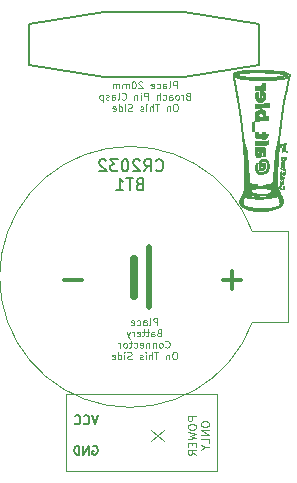
<source format=gbo>
G04 #@! TF.GenerationSoftware,KiCad,Pcbnew,9.0.2*
G04 #@! TF.CreationDate,2025-06-03T20:11:50-05:00*
G04 #@! TF.ProjectId,SAO_Pin,53414f5f-5069-46e2-9e6b-696361645f70,1*
G04 #@! TF.SameCoordinates,Original*
G04 #@! TF.FileFunction,Legend,Bot*
G04 #@! TF.FilePolarity,Positive*
%FSLAX46Y46*%
G04 Gerber Fmt 4.6, Leading zero omitted, Abs format (unit mm)*
G04 Created by KiCad (PCBNEW 9.0.2) date 2025-06-03 20:11:50*
%MOMM*%
%LPD*%
G01*
G04 APERTURE LIST*
%ADD10C,0.100000*%
%ADD11C,0.150000*%
%ADD12C,0.300000*%
%ADD13C,0.010000*%
%ADD14C,0.120000*%
%ADD15C,0.500000*%
%ADD16C,0.700000*%
%ADD17C,1.700000*%
%ADD18R,1.700000X1.700000*%
%ADD19C,2.200000*%
%ADD20R,1.727200X1.727200*%
%ADD21C,1.727200*%
%ADD22O,1.727200X1.727200*%
G04 APERTURE END LIST*
D10*
X142450000Y-76839439D02*
X142450000Y-76239439D01*
X142450000Y-76239439D02*
X142221429Y-76239439D01*
X142221429Y-76239439D02*
X142164286Y-76268010D01*
X142164286Y-76268010D02*
X142135715Y-76296582D01*
X142135715Y-76296582D02*
X142107143Y-76353725D01*
X142107143Y-76353725D02*
X142107143Y-76439439D01*
X142107143Y-76439439D02*
X142135715Y-76496582D01*
X142135715Y-76496582D02*
X142164286Y-76525153D01*
X142164286Y-76525153D02*
X142221429Y-76553725D01*
X142221429Y-76553725D02*
X142450000Y-76553725D01*
X141764286Y-76839439D02*
X141821429Y-76810868D01*
X141821429Y-76810868D02*
X141850000Y-76753725D01*
X141850000Y-76753725D02*
X141850000Y-76239439D01*
X141278572Y-76839439D02*
X141278572Y-76525153D01*
X141278572Y-76525153D02*
X141307143Y-76468010D01*
X141307143Y-76468010D02*
X141364286Y-76439439D01*
X141364286Y-76439439D02*
X141478572Y-76439439D01*
X141478572Y-76439439D02*
X141535714Y-76468010D01*
X141278572Y-76810868D02*
X141335714Y-76839439D01*
X141335714Y-76839439D02*
X141478572Y-76839439D01*
X141478572Y-76839439D02*
X141535714Y-76810868D01*
X141535714Y-76810868D02*
X141564286Y-76753725D01*
X141564286Y-76753725D02*
X141564286Y-76696582D01*
X141564286Y-76696582D02*
X141535714Y-76639439D01*
X141535714Y-76639439D02*
X141478572Y-76610868D01*
X141478572Y-76610868D02*
X141335714Y-76610868D01*
X141335714Y-76610868D02*
X141278572Y-76582296D01*
X140735715Y-76810868D02*
X140792857Y-76839439D01*
X140792857Y-76839439D02*
X140907143Y-76839439D01*
X140907143Y-76839439D02*
X140964286Y-76810868D01*
X140964286Y-76810868D02*
X140992857Y-76782296D01*
X140992857Y-76782296D02*
X141021429Y-76725153D01*
X141021429Y-76725153D02*
X141021429Y-76553725D01*
X141021429Y-76553725D02*
X140992857Y-76496582D01*
X140992857Y-76496582D02*
X140964286Y-76468010D01*
X140964286Y-76468010D02*
X140907143Y-76439439D01*
X140907143Y-76439439D02*
X140792857Y-76439439D01*
X140792857Y-76439439D02*
X140735715Y-76468010D01*
X140250000Y-76810868D02*
X140307143Y-76839439D01*
X140307143Y-76839439D02*
X140421429Y-76839439D01*
X140421429Y-76839439D02*
X140478571Y-76810868D01*
X140478571Y-76810868D02*
X140507143Y-76753725D01*
X140507143Y-76753725D02*
X140507143Y-76525153D01*
X140507143Y-76525153D02*
X140478571Y-76468010D01*
X140478571Y-76468010D02*
X140421429Y-76439439D01*
X140421429Y-76439439D02*
X140307143Y-76439439D01*
X140307143Y-76439439D02*
X140250000Y-76468010D01*
X140250000Y-76468010D02*
X140221429Y-76525153D01*
X140221429Y-76525153D02*
X140221429Y-76582296D01*
X140221429Y-76582296D02*
X140507143Y-76639439D01*
X139535714Y-76296582D02*
X139507142Y-76268010D01*
X139507142Y-76268010D02*
X139450000Y-76239439D01*
X139450000Y-76239439D02*
X139307142Y-76239439D01*
X139307142Y-76239439D02*
X139250000Y-76268010D01*
X139250000Y-76268010D02*
X139221428Y-76296582D01*
X139221428Y-76296582D02*
X139192857Y-76353725D01*
X139192857Y-76353725D02*
X139192857Y-76410868D01*
X139192857Y-76410868D02*
X139221428Y-76496582D01*
X139221428Y-76496582D02*
X139564285Y-76839439D01*
X139564285Y-76839439D02*
X139192857Y-76839439D01*
X138821428Y-76239439D02*
X138764285Y-76239439D01*
X138764285Y-76239439D02*
X138707142Y-76268010D01*
X138707142Y-76268010D02*
X138678571Y-76296582D01*
X138678571Y-76296582D02*
X138649999Y-76353725D01*
X138649999Y-76353725D02*
X138621428Y-76468010D01*
X138621428Y-76468010D02*
X138621428Y-76610868D01*
X138621428Y-76610868D02*
X138649999Y-76725153D01*
X138649999Y-76725153D02*
X138678571Y-76782296D01*
X138678571Y-76782296D02*
X138707142Y-76810868D01*
X138707142Y-76810868D02*
X138764285Y-76839439D01*
X138764285Y-76839439D02*
X138821428Y-76839439D01*
X138821428Y-76839439D02*
X138878571Y-76810868D01*
X138878571Y-76810868D02*
X138907142Y-76782296D01*
X138907142Y-76782296D02*
X138935713Y-76725153D01*
X138935713Y-76725153D02*
X138964285Y-76610868D01*
X138964285Y-76610868D02*
X138964285Y-76468010D01*
X138964285Y-76468010D02*
X138935713Y-76353725D01*
X138935713Y-76353725D02*
X138907142Y-76296582D01*
X138907142Y-76296582D02*
X138878571Y-76268010D01*
X138878571Y-76268010D02*
X138821428Y-76239439D01*
X138364284Y-76839439D02*
X138364284Y-76439439D01*
X138364284Y-76496582D02*
X138335713Y-76468010D01*
X138335713Y-76468010D02*
X138278570Y-76439439D01*
X138278570Y-76439439D02*
X138192856Y-76439439D01*
X138192856Y-76439439D02*
X138135713Y-76468010D01*
X138135713Y-76468010D02*
X138107142Y-76525153D01*
X138107142Y-76525153D02*
X138107142Y-76839439D01*
X138107142Y-76525153D02*
X138078570Y-76468010D01*
X138078570Y-76468010D02*
X138021427Y-76439439D01*
X138021427Y-76439439D02*
X137935713Y-76439439D01*
X137935713Y-76439439D02*
X137878570Y-76468010D01*
X137878570Y-76468010D02*
X137849999Y-76525153D01*
X137849999Y-76525153D02*
X137849999Y-76839439D01*
X137564284Y-76839439D02*
X137564284Y-76439439D01*
X137564284Y-76496582D02*
X137535713Y-76468010D01*
X137535713Y-76468010D02*
X137478570Y-76439439D01*
X137478570Y-76439439D02*
X137392856Y-76439439D01*
X137392856Y-76439439D02*
X137335713Y-76468010D01*
X137335713Y-76468010D02*
X137307142Y-76525153D01*
X137307142Y-76525153D02*
X137307142Y-76839439D01*
X137307142Y-76525153D02*
X137278570Y-76468010D01*
X137278570Y-76468010D02*
X137221427Y-76439439D01*
X137221427Y-76439439D02*
X137135713Y-76439439D01*
X137135713Y-76439439D02*
X137078570Y-76468010D01*
X137078570Y-76468010D02*
X137049999Y-76525153D01*
X137049999Y-76525153D02*
X137049999Y-76839439D01*
X143378570Y-77491119D02*
X143292856Y-77519691D01*
X143292856Y-77519691D02*
X143264285Y-77548262D01*
X143264285Y-77548262D02*
X143235713Y-77605405D01*
X143235713Y-77605405D02*
X143235713Y-77691119D01*
X143235713Y-77691119D02*
X143264285Y-77748262D01*
X143264285Y-77748262D02*
X143292856Y-77776834D01*
X143292856Y-77776834D02*
X143349999Y-77805405D01*
X143349999Y-77805405D02*
X143578570Y-77805405D01*
X143578570Y-77805405D02*
X143578570Y-77205405D01*
X143578570Y-77205405D02*
X143378570Y-77205405D01*
X143378570Y-77205405D02*
X143321428Y-77233976D01*
X143321428Y-77233976D02*
X143292856Y-77262548D01*
X143292856Y-77262548D02*
X143264285Y-77319691D01*
X143264285Y-77319691D02*
X143264285Y-77376834D01*
X143264285Y-77376834D02*
X143292856Y-77433976D01*
X143292856Y-77433976D02*
X143321428Y-77462548D01*
X143321428Y-77462548D02*
X143378570Y-77491119D01*
X143378570Y-77491119D02*
X143578570Y-77491119D01*
X142978570Y-77805405D02*
X142978570Y-77405405D01*
X142978570Y-77519691D02*
X142949999Y-77462548D01*
X142949999Y-77462548D02*
X142921428Y-77433976D01*
X142921428Y-77433976D02*
X142864285Y-77405405D01*
X142864285Y-77405405D02*
X142807142Y-77405405D01*
X142521427Y-77805405D02*
X142578570Y-77776834D01*
X142578570Y-77776834D02*
X142607141Y-77748262D01*
X142607141Y-77748262D02*
X142635713Y-77691119D01*
X142635713Y-77691119D02*
X142635713Y-77519691D01*
X142635713Y-77519691D02*
X142607141Y-77462548D01*
X142607141Y-77462548D02*
X142578570Y-77433976D01*
X142578570Y-77433976D02*
X142521427Y-77405405D01*
X142521427Y-77405405D02*
X142435713Y-77405405D01*
X142435713Y-77405405D02*
X142378570Y-77433976D01*
X142378570Y-77433976D02*
X142349999Y-77462548D01*
X142349999Y-77462548D02*
X142321427Y-77519691D01*
X142321427Y-77519691D02*
X142321427Y-77691119D01*
X142321427Y-77691119D02*
X142349999Y-77748262D01*
X142349999Y-77748262D02*
X142378570Y-77776834D01*
X142378570Y-77776834D02*
X142435713Y-77805405D01*
X142435713Y-77805405D02*
X142521427Y-77805405D01*
X141807142Y-77805405D02*
X141807142Y-77491119D01*
X141807142Y-77491119D02*
X141835713Y-77433976D01*
X141835713Y-77433976D02*
X141892856Y-77405405D01*
X141892856Y-77405405D02*
X142007142Y-77405405D01*
X142007142Y-77405405D02*
X142064284Y-77433976D01*
X141807142Y-77776834D02*
X141864284Y-77805405D01*
X141864284Y-77805405D02*
X142007142Y-77805405D01*
X142007142Y-77805405D02*
X142064284Y-77776834D01*
X142064284Y-77776834D02*
X142092856Y-77719691D01*
X142092856Y-77719691D02*
X142092856Y-77662548D01*
X142092856Y-77662548D02*
X142064284Y-77605405D01*
X142064284Y-77605405D02*
X142007142Y-77576834D01*
X142007142Y-77576834D02*
X141864284Y-77576834D01*
X141864284Y-77576834D02*
X141807142Y-77548262D01*
X141264285Y-77776834D02*
X141321427Y-77805405D01*
X141321427Y-77805405D02*
X141435713Y-77805405D01*
X141435713Y-77805405D02*
X141492856Y-77776834D01*
X141492856Y-77776834D02*
X141521427Y-77748262D01*
X141521427Y-77748262D02*
X141549999Y-77691119D01*
X141549999Y-77691119D02*
X141549999Y-77519691D01*
X141549999Y-77519691D02*
X141521427Y-77462548D01*
X141521427Y-77462548D02*
X141492856Y-77433976D01*
X141492856Y-77433976D02*
X141435713Y-77405405D01*
X141435713Y-77405405D02*
X141321427Y-77405405D01*
X141321427Y-77405405D02*
X141264285Y-77433976D01*
X141007141Y-77805405D02*
X141007141Y-77205405D01*
X140749999Y-77805405D02*
X140749999Y-77491119D01*
X140749999Y-77491119D02*
X140778570Y-77433976D01*
X140778570Y-77433976D02*
X140835713Y-77405405D01*
X140835713Y-77405405D02*
X140921427Y-77405405D01*
X140921427Y-77405405D02*
X140978570Y-77433976D01*
X140978570Y-77433976D02*
X141007141Y-77462548D01*
X140007141Y-77805405D02*
X140007141Y-77205405D01*
X140007141Y-77205405D02*
X139778570Y-77205405D01*
X139778570Y-77205405D02*
X139721427Y-77233976D01*
X139721427Y-77233976D02*
X139692856Y-77262548D01*
X139692856Y-77262548D02*
X139664284Y-77319691D01*
X139664284Y-77319691D02*
X139664284Y-77405405D01*
X139664284Y-77405405D02*
X139692856Y-77462548D01*
X139692856Y-77462548D02*
X139721427Y-77491119D01*
X139721427Y-77491119D02*
X139778570Y-77519691D01*
X139778570Y-77519691D02*
X140007141Y-77519691D01*
X139407141Y-77805405D02*
X139407141Y-77405405D01*
X139407141Y-77205405D02*
X139435713Y-77233976D01*
X139435713Y-77233976D02*
X139407141Y-77262548D01*
X139407141Y-77262548D02*
X139378570Y-77233976D01*
X139378570Y-77233976D02*
X139407141Y-77205405D01*
X139407141Y-77205405D02*
X139407141Y-77262548D01*
X139121427Y-77405405D02*
X139121427Y-77805405D01*
X139121427Y-77462548D02*
X139092856Y-77433976D01*
X139092856Y-77433976D02*
X139035713Y-77405405D01*
X139035713Y-77405405D02*
X138949999Y-77405405D01*
X138949999Y-77405405D02*
X138892856Y-77433976D01*
X138892856Y-77433976D02*
X138864285Y-77491119D01*
X138864285Y-77491119D02*
X138864285Y-77805405D01*
X137778570Y-77748262D02*
X137807142Y-77776834D01*
X137807142Y-77776834D02*
X137892856Y-77805405D01*
X137892856Y-77805405D02*
X137949999Y-77805405D01*
X137949999Y-77805405D02*
X138035713Y-77776834D01*
X138035713Y-77776834D02*
X138092856Y-77719691D01*
X138092856Y-77719691D02*
X138121427Y-77662548D01*
X138121427Y-77662548D02*
X138149999Y-77548262D01*
X138149999Y-77548262D02*
X138149999Y-77462548D01*
X138149999Y-77462548D02*
X138121427Y-77348262D01*
X138121427Y-77348262D02*
X138092856Y-77291119D01*
X138092856Y-77291119D02*
X138035713Y-77233976D01*
X138035713Y-77233976D02*
X137949999Y-77205405D01*
X137949999Y-77205405D02*
X137892856Y-77205405D01*
X137892856Y-77205405D02*
X137807142Y-77233976D01*
X137807142Y-77233976D02*
X137778570Y-77262548D01*
X137435713Y-77805405D02*
X137492856Y-77776834D01*
X137492856Y-77776834D02*
X137521427Y-77719691D01*
X137521427Y-77719691D02*
X137521427Y-77205405D01*
X136949999Y-77805405D02*
X136949999Y-77491119D01*
X136949999Y-77491119D02*
X136978570Y-77433976D01*
X136978570Y-77433976D02*
X137035713Y-77405405D01*
X137035713Y-77405405D02*
X137149999Y-77405405D01*
X137149999Y-77405405D02*
X137207141Y-77433976D01*
X136949999Y-77776834D02*
X137007141Y-77805405D01*
X137007141Y-77805405D02*
X137149999Y-77805405D01*
X137149999Y-77805405D02*
X137207141Y-77776834D01*
X137207141Y-77776834D02*
X137235713Y-77719691D01*
X137235713Y-77719691D02*
X137235713Y-77662548D01*
X137235713Y-77662548D02*
X137207141Y-77605405D01*
X137207141Y-77605405D02*
X137149999Y-77576834D01*
X137149999Y-77576834D02*
X137007141Y-77576834D01*
X137007141Y-77576834D02*
X136949999Y-77548262D01*
X136692856Y-77776834D02*
X136635713Y-77805405D01*
X136635713Y-77805405D02*
X136521427Y-77805405D01*
X136521427Y-77805405D02*
X136464284Y-77776834D01*
X136464284Y-77776834D02*
X136435713Y-77719691D01*
X136435713Y-77719691D02*
X136435713Y-77691119D01*
X136435713Y-77691119D02*
X136464284Y-77633976D01*
X136464284Y-77633976D02*
X136521427Y-77605405D01*
X136521427Y-77605405D02*
X136607142Y-77605405D01*
X136607142Y-77605405D02*
X136664284Y-77576834D01*
X136664284Y-77576834D02*
X136692856Y-77519691D01*
X136692856Y-77519691D02*
X136692856Y-77491119D01*
X136692856Y-77491119D02*
X136664284Y-77433976D01*
X136664284Y-77433976D02*
X136607142Y-77405405D01*
X136607142Y-77405405D02*
X136521427Y-77405405D01*
X136521427Y-77405405D02*
X136464284Y-77433976D01*
X136178570Y-77405405D02*
X136178570Y-78005405D01*
X136178570Y-77433976D02*
X136121428Y-77405405D01*
X136121428Y-77405405D02*
X136007142Y-77405405D01*
X136007142Y-77405405D02*
X135949999Y-77433976D01*
X135949999Y-77433976D02*
X135921428Y-77462548D01*
X135921428Y-77462548D02*
X135892856Y-77519691D01*
X135892856Y-77519691D02*
X135892856Y-77691119D01*
X135892856Y-77691119D02*
X135921428Y-77748262D01*
X135921428Y-77748262D02*
X135949999Y-77776834D01*
X135949999Y-77776834D02*
X136007142Y-77805405D01*
X136007142Y-77805405D02*
X136121428Y-77805405D01*
X136121428Y-77805405D02*
X136178570Y-77776834D01*
X142378571Y-78171371D02*
X142264285Y-78171371D01*
X142264285Y-78171371D02*
X142207142Y-78199942D01*
X142207142Y-78199942D02*
X142149999Y-78257085D01*
X142149999Y-78257085D02*
X142121428Y-78371371D01*
X142121428Y-78371371D02*
X142121428Y-78571371D01*
X142121428Y-78571371D02*
X142149999Y-78685657D01*
X142149999Y-78685657D02*
X142207142Y-78742800D01*
X142207142Y-78742800D02*
X142264285Y-78771371D01*
X142264285Y-78771371D02*
X142378571Y-78771371D01*
X142378571Y-78771371D02*
X142435714Y-78742800D01*
X142435714Y-78742800D02*
X142492856Y-78685657D01*
X142492856Y-78685657D02*
X142521428Y-78571371D01*
X142521428Y-78571371D02*
X142521428Y-78371371D01*
X142521428Y-78371371D02*
X142492856Y-78257085D01*
X142492856Y-78257085D02*
X142435714Y-78199942D01*
X142435714Y-78199942D02*
X142378571Y-78171371D01*
X141864285Y-78371371D02*
X141864285Y-78771371D01*
X141864285Y-78428514D02*
X141835714Y-78399942D01*
X141835714Y-78399942D02*
X141778571Y-78371371D01*
X141778571Y-78371371D02*
X141692857Y-78371371D01*
X141692857Y-78371371D02*
X141635714Y-78399942D01*
X141635714Y-78399942D02*
X141607143Y-78457085D01*
X141607143Y-78457085D02*
X141607143Y-78771371D01*
X140950000Y-78171371D02*
X140607143Y-78171371D01*
X140778571Y-78771371D02*
X140778571Y-78171371D01*
X140407142Y-78771371D02*
X140407142Y-78171371D01*
X140150000Y-78771371D02*
X140150000Y-78457085D01*
X140150000Y-78457085D02*
X140178571Y-78399942D01*
X140178571Y-78399942D02*
X140235714Y-78371371D01*
X140235714Y-78371371D02*
X140321428Y-78371371D01*
X140321428Y-78371371D02*
X140378571Y-78399942D01*
X140378571Y-78399942D02*
X140407142Y-78428514D01*
X139864285Y-78771371D02*
X139864285Y-78371371D01*
X139864285Y-78171371D02*
X139892857Y-78199942D01*
X139892857Y-78199942D02*
X139864285Y-78228514D01*
X139864285Y-78228514D02*
X139835714Y-78199942D01*
X139835714Y-78199942D02*
X139864285Y-78171371D01*
X139864285Y-78171371D02*
X139864285Y-78228514D01*
X139607143Y-78742800D02*
X139550000Y-78771371D01*
X139550000Y-78771371D02*
X139435714Y-78771371D01*
X139435714Y-78771371D02*
X139378571Y-78742800D01*
X139378571Y-78742800D02*
X139350000Y-78685657D01*
X139350000Y-78685657D02*
X139350000Y-78657085D01*
X139350000Y-78657085D02*
X139378571Y-78599942D01*
X139378571Y-78599942D02*
X139435714Y-78571371D01*
X139435714Y-78571371D02*
X139521429Y-78571371D01*
X139521429Y-78571371D02*
X139578571Y-78542800D01*
X139578571Y-78542800D02*
X139607143Y-78485657D01*
X139607143Y-78485657D02*
X139607143Y-78457085D01*
X139607143Y-78457085D02*
X139578571Y-78399942D01*
X139578571Y-78399942D02*
X139521429Y-78371371D01*
X139521429Y-78371371D02*
X139435714Y-78371371D01*
X139435714Y-78371371D02*
X139378571Y-78399942D01*
X138664286Y-78742800D02*
X138578572Y-78771371D01*
X138578572Y-78771371D02*
X138435714Y-78771371D01*
X138435714Y-78771371D02*
X138378572Y-78742800D01*
X138378572Y-78742800D02*
X138350000Y-78714228D01*
X138350000Y-78714228D02*
X138321429Y-78657085D01*
X138321429Y-78657085D02*
X138321429Y-78599942D01*
X138321429Y-78599942D02*
X138350000Y-78542800D01*
X138350000Y-78542800D02*
X138378572Y-78514228D01*
X138378572Y-78514228D02*
X138435714Y-78485657D01*
X138435714Y-78485657D02*
X138550000Y-78457085D01*
X138550000Y-78457085D02*
X138607143Y-78428514D01*
X138607143Y-78428514D02*
X138635714Y-78399942D01*
X138635714Y-78399942D02*
X138664286Y-78342800D01*
X138664286Y-78342800D02*
X138664286Y-78285657D01*
X138664286Y-78285657D02*
X138635714Y-78228514D01*
X138635714Y-78228514D02*
X138607143Y-78199942D01*
X138607143Y-78199942D02*
X138550000Y-78171371D01*
X138550000Y-78171371D02*
X138407143Y-78171371D01*
X138407143Y-78171371D02*
X138321429Y-78199942D01*
X138064285Y-78771371D02*
X138064285Y-78371371D01*
X138064285Y-78171371D02*
X138092857Y-78199942D01*
X138092857Y-78199942D02*
X138064285Y-78228514D01*
X138064285Y-78228514D02*
X138035714Y-78199942D01*
X138035714Y-78199942D02*
X138064285Y-78171371D01*
X138064285Y-78171371D02*
X138064285Y-78228514D01*
X137521429Y-78771371D02*
X137521429Y-78171371D01*
X137521429Y-78742800D02*
X137578571Y-78771371D01*
X137578571Y-78771371D02*
X137692857Y-78771371D01*
X137692857Y-78771371D02*
X137750000Y-78742800D01*
X137750000Y-78742800D02*
X137778571Y-78714228D01*
X137778571Y-78714228D02*
X137807143Y-78657085D01*
X137807143Y-78657085D02*
X137807143Y-78485657D01*
X137807143Y-78485657D02*
X137778571Y-78428514D01*
X137778571Y-78428514D02*
X137750000Y-78399942D01*
X137750000Y-78399942D02*
X137692857Y-78371371D01*
X137692857Y-78371371D02*
X137578571Y-78371371D01*
X137578571Y-78371371D02*
X137521429Y-78399942D01*
X137007143Y-78742800D02*
X137064286Y-78771371D01*
X137064286Y-78771371D02*
X137178572Y-78771371D01*
X137178572Y-78771371D02*
X137235714Y-78742800D01*
X137235714Y-78742800D02*
X137264286Y-78685657D01*
X137264286Y-78685657D02*
X137264286Y-78457085D01*
X137264286Y-78457085D02*
X137235714Y-78399942D01*
X137235714Y-78399942D02*
X137178572Y-78371371D01*
X137178572Y-78371371D02*
X137064286Y-78371371D01*
X137064286Y-78371371D02*
X137007143Y-78399942D01*
X137007143Y-78399942D02*
X136978572Y-78457085D01*
X136978572Y-78457085D02*
X136978572Y-78514228D01*
X136978572Y-78514228D02*
X137264286Y-78571371D01*
X140799999Y-96873473D02*
X140799999Y-96273473D01*
X140799999Y-96273473D02*
X140571428Y-96273473D01*
X140571428Y-96273473D02*
X140514285Y-96302044D01*
X140514285Y-96302044D02*
X140485714Y-96330616D01*
X140485714Y-96330616D02*
X140457142Y-96387759D01*
X140457142Y-96387759D02*
X140457142Y-96473473D01*
X140457142Y-96473473D02*
X140485714Y-96530616D01*
X140485714Y-96530616D02*
X140514285Y-96559187D01*
X140514285Y-96559187D02*
X140571428Y-96587759D01*
X140571428Y-96587759D02*
X140799999Y-96587759D01*
X140114285Y-96873473D02*
X140171428Y-96844902D01*
X140171428Y-96844902D02*
X140199999Y-96787759D01*
X140199999Y-96787759D02*
X140199999Y-96273473D01*
X139628571Y-96873473D02*
X139628571Y-96559187D01*
X139628571Y-96559187D02*
X139657142Y-96502044D01*
X139657142Y-96502044D02*
X139714285Y-96473473D01*
X139714285Y-96473473D02*
X139828571Y-96473473D01*
X139828571Y-96473473D02*
X139885713Y-96502044D01*
X139628571Y-96844902D02*
X139685713Y-96873473D01*
X139685713Y-96873473D02*
X139828571Y-96873473D01*
X139828571Y-96873473D02*
X139885713Y-96844902D01*
X139885713Y-96844902D02*
X139914285Y-96787759D01*
X139914285Y-96787759D02*
X139914285Y-96730616D01*
X139914285Y-96730616D02*
X139885713Y-96673473D01*
X139885713Y-96673473D02*
X139828571Y-96644902D01*
X139828571Y-96644902D02*
X139685713Y-96644902D01*
X139685713Y-96644902D02*
X139628571Y-96616330D01*
X139085714Y-96844902D02*
X139142856Y-96873473D01*
X139142856Y-96873473D02*
X139257142Y-96873473D01*
X139257142Y-96873473D02*
X139314285Y-96844902D01*
X139314285Y-96844902D02*
X139342856Y-96816330D01*
X139342856Y-96816330D02*
X139371428Y-96759187D01*
X139371428Y-96759187D02*
X139371428Y-96587759D01*
X139371428Y-96587759D02*
X139342856Y-96530616D01*
X139342856Y-96530616D02*
X139314285Y-96502044D01*
X139314285Y-96502044D02*
X139257142Y-96473473D01*
X139257142Y-96473473D02*
X139142856Y-96473473D01*
X139142856Y-96473473D02*
X139085714Y-96502044D01*
X138599999Y-96844902D02*
X138657142Y-96873473D01*
X138657142Y-96873473D02*
X138771428Y-96873473D01*
X138771428Y-96873473D02*
X138828570Y-96844902D01*
X138828570Y-96844902D02*
X138857142Y-96787759D01*
X138857142Y-96787759D02*
X138857142Y-96559187D01*
X138857142Y-96559187D02*
X138828570Y-96502044D01*
X138828570Y-96502044D02*
X138771428Y-96473473D01*
X138771428Y-96473473D02*
X138657142Y-96473473D01*
X138657142Y-96473473D02*
X138599999Y-96502044D01*
X138599999Y-96502044D02*
X138571428Y-96559187D01*
X138571428Y-96559187D02*
X138571428Y-96616330D01*
X138571428Y-96616330D02*
X138857142Y-96673473D01*
X140942856Y-97525153D02*
X140857142Y-97553725D01*
X140857142Y-97553725D02*
X140828571Y-97582296D01*
X140828571Y-97582296D02*
X140799999Y-97639439D01*
X140799999Y-97639439D02*
X140799999Y-97725153D01*
X140799999Y-97725153D02*
X140828571Y-97782296D01*
X140828571Y-97782296D02*
X140857142Y-97810868D01*
X140857142Y-97810868D02*
X140914285Y-97839439D01*
X140914285Y-97839439D02*
X141142856Y-97839439D01*
X141142856Y-97839439D02*
X141142856Y-97239439D01*
X141142856Y-97239439D02*
X140942856Y-97239439D01*
X140942856Y-97239439D02*
X140885714Y-97268010D01*
X140885714Y-97268010D02*
X140857142Y-97296582D01*
X140857142Y-97296582D02*
X140828571Y-97353725D01*
X140828571Y-97353725D02*
X140828571Y-97410868D01*
X140828571Y-97410868D02*
X140857142Y-97468010D01*
X140857142Y-97468010D02*
X140885714Y-97496582D01*
X140885714Y-97496582D02*
X140942856Y-97525153D01*
X140942856Y-97525153D02*
X141142856Y-97525153D01*
X140285714Y-97839439D02*
X140285714Y-97525153D01*
X140285714Y-97525153D02*
X140314285Y-97468010D01*
X140314285Y-97468010D02*
X140371428Y-97439439D01*
X140371428Y-97439439D02*
X140485714Y-97439439D01*
X140485714Y-97439439D02*
X140542856Y-97468010D01*
X140285714Y-97810868D02*
X140342856Y-97839439D01*
X140342856Y-97839439D02*
X140485714Y-97839439D01*
X140485714Y-97839439D02*
X140542856Y-97810868D01*
X140542856Y-97810868D02*
X140571428Y-97753725D01*
X140571428Y-97753725D02*
X140571428Y-97696582D01*
X140571428Y-97696582D02*
X140542856Y-97639439D01*
X140542856Y-97639439D02*
X140485714Y-97610868D01*
X140485714Y-97610868D02*
X140342856Y-97610868D01*
X140342856Y-97610868D02*
X140285714Y-97582296D01*
X140085714Y-97439439D02*
X139857142Y-97439439D01*
X139999999Y-97239439D02*
X139999999Y-97753725D01*
X139999999Y-97753725D02*
X139971428Y-97810868D01*
X139971428Y-97810868D02*
X139914285Y-97839439D01*
X139914285Y-97839439D02*
X139857142Y-97839439D01*
X139742857Y-97439439D02*
X139514285Y-97439439D01*
X139657142Y-97239439D02*
X139657142Y-97753725D01*
X139657142Y-97753725D02*
X139628571Y-97810868D01*
X139628571Y-97810868D02*
X139571428Y-97839439D01*
X139571428Y-97839439D02*
X139514285Y-97839439D01*
X139085714Y-97810868D02*
X139142857Y-97839439D01*
X139142857Y-97839439D02*
X139257143Y-97839439D01*
X139257143Y-97839439D02*
X139314285Y-97810868D01*
X139314285Y-97810868D02*
X139342857Y-97753725D01*
X139342857Y-97753725D02*
X139342857Y-97525153D01*
X139342857Y-97525153D02*
X139314285Y-97468010D01*
X139314285Y-97468010D02*
X139257143Y-97439439D01*
X139257143Y-97439439D02*
X139142857Y-97439439D01*
X139142857Y-97439439D02*
X139085714Y-97468010D01*
X139085714Y-97468010D02*
X139057143Y-97525153D01*
X139057143Y-97525153D02*
X139057143Y-97582296D01*
X139057143Y-97582296D02*
X139342857Y-97639439D01*
X138799999Y-97839439D02*
X138799999Y-97439439D01*
X138799999Y-97553725D02*
X138771428Y-97496582D01*
X138771428Y-97496582D02*
X138742857Y-97468010D01*
X138742857Y-97468010D02*
X138685714Y-97439439D01*
X138685714Y-97439439D02*
X138628571Y-97439439D01*
X138485713Y-97439439D02*
X138342856Y-97839439D01*
X138199999Y-97439439D02*
X138342856Y-97839439D01*
X138342856Y-97839439D02*
X138399999Y-97982296D01*
X138399999Y-97982296D02*
X138428570Y-98010868D01*
X138428570Y-98010868D02*
X138485713Y-98039439D01*
X141471428Y-98748262D02*
X141500000Y-98776834D01*
X141500000Y-98776834D02*
X141585714Y-98805405D01*
X141585714Y-98805405D02*
X141642857Y-98805405D01*
X141642857Y-98805405D02*
X141728571Y-98776834D01*
X141728571Y-98776834D02*
X141785714Y-98719691D01*
X141785714Y-98719691D02*
X141814285Y-98662548D01*
X141814285Y-98662548D02*
X141842857Y-98548262D01*
X141842857Y-98548262D02*
X141842857Y-98462548D01*
X141842857Y-98462548D02*
X141814285Y-98348262D01*
X141814285Y-98348262D02*
X141785714Y-98291119D01*
X141785714Y-98291119D02*
X141728571Y-98233976D01*
X141728571Y-98233976D02*
X141642857Y-98205405D01*
X141642857Y-98205405D02*
X141585714Y-98205405D01*
X141585714Y-98205405D02*
X141500000Y-98233976D01*
X141500000Y-98233976D02*
X141471428Y-98262548D01*
X141128571Y-98805405D02*
X141185714Y-98776834D01*
X141185714Y-98776834D02*
X141214285Y-98748262D01*
X141214285Y-98748262D02*
X141242857Y-98691119D01*
X141242857Y-98691119D02*
X141242857Y-98519691D01*
X141242857Y-98519691D02*
X141214285Y-98462548D01*
X141214285Y-98462548D02*
X141185714Y-98433976D01*
X141185714Y-98433976D02*
X141128571Y-98405405D01*
X141128571Y-98405405D02*
X141042857Y-98405405D01*
X141042857Y-98405405D02*
X140985714Y-98433976D01*
X140985714Y-98433976D02*
X140957143Y-98462548D01*
X140957143Y-98462548D02*
X140928571Y-98519691D01*
X140928571Y-98519691D02*
X140928571Y-98691119D01*
X140928571Y-98691119D02*
X140957143Y-98748262D01*
X140957143Y-98748262D02*
X140985714Y-98776834D01*
X140985714Y-98776834D02*
X141042857Y-98805405D01*
X141042857Y-98805405D02*
X141128571Y-98805405D01*
X140671428Y-98405405D02*
X140671428Y-98805405D01*
X140671428Y-98462548D02*
X140642857Y-98433976D01*
X140642857Y-98433976D02*
X140585714Y-98405405D01*
X140585714Y-98405405D02*
X140500000Y-98405405D01*
X140500000Y-98405405D02*
X140442857Y-98433976D01*
X140442857Y-98433976D02*
X140414286Y-98491119D01*
X140414286Y-98491119D02*
X140414286Y-98805405D01*
X140128571Y-98405405D02*
X140128571Y-98805405D01*
X140128571Y-98462548D02*
X140100000Y-98433976D01*
X140100000Y-98433976D02*
X140042857Y-98405405D01*
X140042857Y-98405405D02*
X139957143Y-98405405D01*
X139957143Y-98405405D02*
X139900000Y-98433976D01*
X139900000Y-98433976D02*
X139871429Y-98491119D01*
X139871429Y-98491119D02*
X139871429Y-98805405D01*
X139357143Y-98776834D02*
X139414286Y-98805405D01*
X139414286Y-98805405D02*
X139528572Y-98805405D01*
X139528572Y-98805405D02*
X139585714Y-98776834D01*
X139585714Y-98776834D02*
X139614286Y-98719691D01*
X139614286Y-98719691D02*
X139614286Y-98491119D01*
X139614286Y-98491119D02*
X139585714Y-98433976D01*
X139585714Y-98433976D02*
X139528572Y-98405405D01*
X139528572Y-98405405D02*
X139414286Y-98405405D01*
X139414286Y-98405405D02*
X139357143Y-98433976D01*
X139357143Y-98433976D02*
X139328572Y-98491119D01*
X139328572Y-98491119D02*
X139328572Y-98548262D01*
X139328572Y-98548262D02*
X139614286Y-98605405D01*
X138814286Y-98776834D02*
X138871428Y-98805405D01*
X138871428Y-98805405D02*
X138985714Y-98805405D01*
X138985714Y-98805405D02*
X139042857Y-98776834D01*
X139042857Y-98776834D02*
X139071428Y-98748262D01*
X139071428Y-98748262D02*
X139100000Y-98691119D01*
X139100000Y-98691119D02*
X139100000Y-98519691D01*
X139100000Y-98519691D02*
X139071428Y-98462548D01*
X139071428Y-98462548D02*
X139042857Y-98433976D01*
X139042857Y-98433976D02*
X138985714Y-98405405D01*
X138985714Y-98405405D02*
X138871428Y-98405405D01*
X138871428Y-98405405D02*
X138814286Y-98433976D01*
X138642857Y-98405405D02*
X138414285Y-98405405D01*
X138557142Y-98205405D02*
X138557142Y-98719691D01*
X138557142Y-98719691D02*
X138528571Y-98776834D01*
X138528571Y-98776834D02*
X138471428Y-98805405D01*
X138471428Y-98805405D02*
X138414285Y-98805405D01*
X138128571Y-98805405D02*
X138185714Y-98776834D01*
X138185714Y-98776834D02*
X138214285Y-98748262D01*
X138214285Y-98748262D02*
X138242857Y-98691119D01*
X138242857Y-98691119D02*
X138242857Y-98519691D01*
X138242857Y-98519691D02*
X138214285Y-98462548D01*
X138214285Y-98462548D02*
X138185714Y-98433976D01*
X138185714Y-98433976D02*
X138128571Y-98405405D01*
X138128571Y-98405405D02*
X138042857Y-98405405D01*
X138042857Y-98405405D02*
X137985714Y-98433976D01*
X137985714Y-98433976D02*
X137957143Y-98462548D01*
X137957143Y-98462548D02*
X137928571Y-98519691D01*
X137928571Y-98519691D02*
X137928571Y-98691119D01*
X137928571Y-98691119D02*
X137957143Y-98748262D01*
X137957143Y-98748262D02*
X137985714Y-98776834D01*
X137985714Y-98776834D02*
X138042857Y-98805405D01*
X138042857Y-98805405D02*
X138128571Y-98805405D01*
X137671428Y-98805405D02*
X137671428Y-98405405D01*
X137671428Y-98519691D02*
X137642857Y-98462548D01*
X137642857Y-98462548D02*
X137614286Y-98433976D01*
X137614286Y-98433976D02*
X137557143Y-98405405D01*
X137557143Y-98405405D02*
X137500000Y-98405405D01*
X142328571Y-99171371D02*
X142214285Y-99171371D01*
X142214285Y-99171371D02*
X142157142Y-99199942D01*
X142157142Y-99199942D02*
X142099999Y-99257085D01*
X142099999Y-99257085D02*
X142071428Y-99371371D01*
X142071428Y-99371371D02*
X142071428Y-99571371D01*
X142071428Y-99571371D02*
X142099999Y-99685657D01*
X142099999Y-99685657D02*
X142157142Y-99742800D01*
X142157142Y-99742800D02*
X142214285Y-99771371D01*
X142214285Y-99771371D02*
X142328571Y-99771371D01*
X142328571Y-99771371D02*
X142385714Y-99742800D01*
X142385714Y-99742800D02*
X142442856Y-99685657D01*
X142442856Y-99685657D02*
X142471428Y-99571371D01*
X142471428Y-99571371D02*
X142471428Y-99371371D01*
X142471428Y-99371371D02*
X142442856Y-99257085D01*
X142442856Y-99257085D02*
X142385714Y-99199942D01*
X142385714Y-99199942D02*
X142328571Y-99171371D01*
X141814285Y-99371371D02*
X141814285Y-99771371D01*
X141814285Y-99428514D02*
X141785714Y-99399942D01*
X141785714Y-99399942D02*
X141728571Y-99371371D01*
X141728571Y-99371371D02*
X141642857Y-99371371D01*
X141642857Y-99371371D02*
X141585714Y-99399942D01*
X141585714Y-99399942D02*
X141557143Y-99457085D01*
X141557143Y-99457085D02*
X141557143Y-99771371D01*
X140900000Y-99171371D02*
X140557143Y-99171371D01*
X140728571Y-99771371D02*
X140728571Y-99171371D01*
X140357142Y-99771371D02*
X140357142Y-99171371D01*
X140100000Y-99771371D02*
X140100000Y-99457085D01*
X140100000Y-99457085D02*
X140128571Y-99399942D01*
X140128571Y-99399942D02*
X140185714Y-99371371D01*
X140185714Y-99371371D02*
X140271428Y-99371371D01*
X140271428Y-99371371D02*
X140328571Y-99399942D01*
X140328571Y-99399942D02*
X140357142Y-99428514D01*
X139814285Y-99771371D02*
X139814285Y-99371371D01*
X139814285Y-99171371D02*
X139842857Y-99199942D01*
X139842857Y-99199942D02*
X139814285Y-99228514D01*
X139814285Y-99228514D02*
X139785714Y-99199942D01*
X139785714Y-99199942D02*
X139814285Y-99171371D01*
X139814285Y-99171371D02*
X139814285Y-99228514D01*
X139557143Y-99742800D02*
X139500000Y-99771371D01*
X139500000Y-99771371D02*
X139385714Y-99771371D01*
X139385714Y-99771371D02*
X139328571Y-99742800D01*
X139328571Y-99742800D02*
X139300000Y-99685657D01*
X139300000Y-99685657D02*
X139300000Y-99657085D01*
X139300000Y-99657085D02*
X139328571Y-99599942D01*
X139328571Y-99599942D02*
X139385714Y-99571371D01*
X139385714Y-99571371D02*
X139471429Y-99571371D01*
X139471429Y-99571371D02*
X139528571Y-99542800D01*
X139528571Y-99542800D02*
X139557143Y-99485657D01*
X139557143Y-99485657D02*
X139557143Y-99457085D01*
X139557143Y-99457085D02*
X139528571Y-99399942D01*
X139528571Y-99399942D02*
X139471429Y-99371371D01*
X139471429Y-99371371D02*
X139385714Y-99371371D01*
X139385714Y-99371371D02*
X139328571Y-99399942D01*
X138614286Y-99742800D02*
X138528572Y-99771371D01*
X138528572Y-99771371D02*
X138385714Y-99771371D01*
X138385714Y-99771371D02*
X138328572Y-99742800D01*
X138328572Y-99742800D02*
X138300000Y-99714228D01*
X138300000Y-99714228D02*
X138271429Y-99657085D01*
X138271429Y-99657085D02*
X138271429Y-99599942D01*
X138271429Y-99599942D02*
X138300000Y-99542800D01*
X138300000Y-99542800D02*
X138328572Y-99514228D01*
X138328572Y-99514228D02*
X138385714Y-99485657D01*
X138385714Y-99485657D02*
X138500000Y-99457085D01*
X138500000Y-99457085D02*
X138557143Y-99428514D01*
X138557143Y-99428514D02*
X138585714Y-99399942D01*
X138585714Y-99399942D02*
X138614286Y-99342800D01*
X138614286Y-99342800D02*
X138614286Y-99285657D01*
X138614286Y-99285657D02*
X138585714Y-99228514D01*
X138585714Y-99228514D02*
X138557143Y-99199942D01*
X138557143Y-99199942D02*
X138500000Y-99171371D01*
X138500000Y-99171371D02*
X138357143Y-99171371D01*
X138357143Y-99171371D02*
X138271429Y-99199942D01*
X138014285Y-99771371D02*
X138014285Y-99371371D01*
X138014285Y-99171371D02*
X138042857Y-99199942D01*
X138042857Y-99199942D02*
X138014285Y-99228514D01*
X138014285Y-99228514D02*
X137985714Y-99199942D01*
X137985714Y-99199942D02*
X138014285Y-99171371D01*
X138014285Y-99171371D02*
X138014285Y-99228514D01*
X137471429Y-99771371D02*
X137471429Y-99171371D01*
X137471429Y-99742800D02*
X137528571Y-99771371D01*
X137528571Y-99771371D02*
X137642857Y-99771371D01*
X137642857Y-99771371D02*
X137700000Y-99742800D01*
X137700000Y-99742800D02*
X137728571Y-99714228D01*
X137728571Y-99714228D02*
X137757143Y-99657085D01*
X137757143Y-99657085D02*
X137757143Y-99485657D01*
X137757143Y-99485657D02*
X137728571Y-99428514D01*
X137728571Y-99428514D02*
X137700000Y-99399942D01*
X137700000Y-99399942D02*
X137642857Y-99371371D01*
X137642857Y-99371371D02*
X137528571Y-99371371D01*
X137528571Y-99371371D02*
X137471429Y-99399942D01*
X136957143Y-99742800D02*
X137014286Y-99771371D01*
X137014286Y-99771371D02*
X137128572Y-99771371D01*
X137128572Y-99771371D02*
X137185714Y-99742800D01*
X137185714Y-99742800D02*
X137214286Y-99685657D01*
X137214286Y-99685657D02*
X137214286Y-99457085D01*
X137214286Y-99457085D02*
X137185714Y-99399942D01*
X137185714Y-99399942D02*
X137128572Y-99371371D01*
X137128572Y-99371371D02*
X137014286Y-99371371D01*
X137014286Y-99371371D02*
X136957143Y-99399942D01*
X136957143Y-99399942D02*
X136928572Y-99457085D01*
X136928572Y-99457085D02*
X136928572Y-99514228D01*
X136928572Y-99514228D02*
X137214286Y-99571371D01*
D11*
X139285714Y-84931009D02*
X139142857Y-84978628D01*
X139142857Y-84978628D02*
X139095238Y-85026247D01*
X139095238Y-85026247D02*
X139047619Y-85121485D01*
X139047619Y-85121485D02*
X139047619Y-85264342D01*
X139047619Y-85264342D02*
X139095238Y-85359580D01*
X139095238Y-85359580D02*
X139142857Y-85407200D01*
X139142857Y-85407200D02*
X139238095Y-85454819D01*
X139238095Y-85454819D02*
X139619047Y-85454819D01*
X139619047Y-85454819D02*
X139619047Y-84454819D01*
X139619047Y-84454819D02*
X139285714Y-84454819D01*
X139285714Y-84454819D02*
X139190476Y-84502438D01*
X139190476Y-84502438D02*
X139142857Y-84550057D01*
X139142857Y-84550057D02*
X139095238Y-84645295D01*
X139095238Y-84645295D02*
X139095238Y-84740533D01*
X139095238Y-84740533D02*
X139142857Y-84835771D01*
X139142857Y-84835771D02*
X139190476Y-84883390D01*
X139190476Y-84883390D02*
X139285714Y-84931009D01*
X139285714Y-84931009D02*
X139619047Y-84931009D01*
X138761904Y-84454819D02*
X138190476Y-84454819D01*
X138476190Y-85454819D02*
X138476190Y-84454819D01*
X137333333Y-85454819D02*
X137904761Y-85454819D01*
X137619047Y-85454819D02*
X137619047Y-84454819D01*
X137619047Y-84454819D02*
X137714285Y-84597676D01*
X137714285Y-84597676D02*
X137809523Y-84692914D01*
X137809523Y-84692914D02*
X137904761Y-84740533D01*
X140689238Y-83761580D02*
X140736857Y-83809200D01*
X140736857Y-83809200D02*
X140879714Y-83856819D01*
X140879714Y-83856819D02*
X140974952Y-83856819D01*
X140974952Y-83856819D02*
X141117809Y-83809200D01*
X141117809Y-83809200D02*
X141213047Y-83713961D01*
X141213047Y-83713961D02*
X141260666Y-83618723D01*
X141260666Y-83618723D02*
X141308285Y-83428247D01*
X141308285Y-83428247D02*
X141308285Y-83285390D01*
X141308285Y-83285390D02*
X141260666Y-83094914D01*
X141260666Y-83094914D02*
X141213047Y-82999676D01*
X141213047Y-82999676D02*
X141117809Y-82904438D01*
X141117809Y-82904438D02*
X140974952Y-82856819D01*
X140974952Y-82856819D02*
X140879714Y-82856819D01*
X140879714Y-82856819D02*
X140736857Y-82904438D01*
X140736857Y-82904438D02*
X140689238Y-82952057D01*
X139689238Y-83856819D02*
X140022571Y-83380628D01*
X140260666Y-83856819D02*
X140260666Y-82856819D01*
X140260666Y-82856819D02*
X139879714Y-82856819D01*
X139879714Y-82856819D02*
X139784476Y-82904438D01*
X139784476Y-82904438D02*
X139736857Y-82952057D01*
X139736857Y-82952057D02*
X139689238Y-83047295D01*
X139689238Y-83047295D02*
X139689238Y-83190152D01*
X139689238Y-83190152D02*
X139736857Y-83285390D01*
X139736857Y-83285390D02*
X139784476Y-83333009D01*
X139784476Y-83333009D02*
X139879714Y-83380628D01*
X139879714Y-83380628D02*
X140260666Y-83380628D01*
X139308285Y-82952057D02*
X139260666Y-82904438D01*
X139260666Y-82904438D02*
X139165428Y-82856819D01*
X139165428Y-82856819D02*
X138927333Y-82856819D01*
X138927333Y-82856819D02*
X138832095Y-82904438D01*
X138832095Y-82904438D02*
X138784476Y-82952057D01*
X138784476Y-82952057D02*
X138736857Y-83047295D01*
X138736857Y-83047295D02*
X138736857Y-83142533D01*
X138736857Y-83142533D02*
X138784476Y-83285390D01*
X138784476Y-83285390D02*
X139355904Y-83856819D01*
X139355904Y-83856819D02*
X138736857Y-83856819D01*
X138117809Y-82856819D02*
X138022571Y-82856819D01*
X138022571Y-82856819D02*
X137927333Y-82904438D01*
X137927333Y-82904438D02*
X137879714Y-82952057D01*
X137879714Y-82952057D02*
X137832095Y-83047295D01*
X137832095Y-83047295D02*
X137784476Y-83237771D01*
X137784476Y-83237771D02*
X137784476Y-83475866D01*
X137784476Y-83475866D02*
X137832095Y-83666342D01*
X137832095Y-83666342D02*
X137879714Y-83761580D01*
X137879714Y-83761580D02*
X137927333Y-83809200D01*
X137927333Y-83809200D02*
X138022571Y-83856819D01*
X138022571Y-83856819D02*
X138117809Y-83856819D01*
X138117809Y-83856819D02*
X138213047Y-83809200D01*
X138213047Y-83809200D02*
X138260666Y-83761580D01*
X138260666Y-83761580D02*
X138308285Y-83666342D01*
X138308285Y-83666342D02*
X138355904Y-83475866D01*
X138355904Y-83475866D02*
X138355904Y-83237771D01*
X138355904Y-83237771D02*
X138308285Y-83047295D01*
X138308285Y-83047295D02*
X138260666Y-82952057D01*
X138260666Y-82952057D02*
X138213047Y-82904438D01*
X138213047Y-82904438D02*
X138117809Y-82856819D01*
X137451142Y-82856819D02*
X136832095Y-82856819D01*
X136832095Y-82856819D02*
X137165428Y-83237771D01*
X137165428Y-83237771D02*
X137022571Y-83237771D01*
X137022571Y-83237771D02*
X136927333Y-83285390D01*
X136927333Y-83285390D02*
X136879714Y-83333009D01*
X136879714Y-83333009D02*
X136832095Y-83428247D01*
X136832095Y-83428247D02*
X136832095Y-83666342D01*
X136832095Y-83666342D02*
X136879714Y-83761580D01*
X136879714Y-83761580D02*
X136927333Y-83809200D01*
X136927333Y-83809200D02*
X137022571Y-83856819D01*
X137022571Y-83856819D02*
X137308285Y-83856819D01*
X137308285Y-83856819D02*
X137403523Y-83809200D01*
X137403523Y-83809200D02*
X137451142Y-83761580D01*
X136451142Y-82952057D02*
X136403523Y-82904438D01*
X136403523Y-82904438D02*
X136308285Y-82856819D01*
X136308285Y-82856819D02*
X136070190Y-82856819D01*
X136070190Y-82856819D02*
X135974952Y-82904438D01*
X135974952Y-82904438D02*
X135927333Y-82952057D01*
X135927333Y-82952057D02*
X135879714Y-83047295D01*
X135879714Y-83047295D02*
X135879714Y-83142533D01*
X135879714Y-83142533D02*
X135927333Y-83285390D01*
X135927333Y-83285390D02*
X136498761Y-83856819D01*
X136498761Y-83856819D02*
X135879714Y-83856819D01*
D12*
X134402904Y-93074733D02*
X132879095Y-93074733D01*
X147864904Y-93074733D02*
X146341095Y-93074733D01*
X147102999Y-93836638D02*
X147102999Y-92312828D01*
D11*
X135331428Y-107139878D02*
X135402857Y-107104164D01*
X135402857Y-107104164D02*
X135509999Y-107104164D01*
X135509999Y-107104164D02*
X135617142Y-107139878D01*
X135617142Y-107139878D02*
X135688571Y-107211307D01*
X135688571Y-107211307D02*
X135724285Y-107282735D01*
X135724285Y-107282735D02*
X135759999Y-107425592D01*
X135759999Y-107425592D02*
X135759999Y-107532735D01*
X135759999Y-107532735D02*
X135724285Y-107675592D01*
X135724285Y-107675592D02*
X135688571Y-107747021D01*
X135688571Y-107747021D02*
X135617142Y-107818450D01*
X135617142Y-107818450D02*
X135509999Y-107854164D01*
X135509999Y-107854164D02*
X135438571Y-107854164D01*
X135438571Y-107854164D02*
X135331428Y-107818450D01*
X135331428Y-107818450D02*
X135295714Y-107782735D01*
X135295714Y-107782735D02*
X135295714Y-107532735D01*
X135295714Y-107532735D02*
X135438571Y-107532735D01*
X134974285Y-107854164D02*
X134974285Y-107104164D01*
X134974285Y-107104164D02*
X134545714Y-107854164D01*
X134545714Y-107854164D02*
X134545714Y-107104164D01*
X134188571Y-107854164D02*
X134188571Y-107104164D01*
X134188571Y-107104164D02*
X134010000Y-107104164D01*
X134010000Y-107104164D02*
X133902857Y-107139878D01*
X133902857Y-107139878D02*
X133831428Y-107211307D01*
X133831428Y-107211307D02*
X133795714Y-107282735D01*
X133795714Y-107282735D02*
X133760000Y-107425592D01*
X133760000Y-107425592D02*
X133760000Y-107532735D01*
X133760000Y-107532735D02*
X133795714Y-107675592D01*
X133795714Y-107675592D02*
X133831428Y-107747021D01*
X133831428Y-107747021D02*
X133902857Y-107818450D01*
X133902857Y-107818450D02*
X134010000Y-107854164D01*
X134010000Y-107854164D02*
X134188571Y-107854164D01*
D10*
X144478633Y-105198334D02*
X144478633Y-105331667D01*
X144478633Y-105331667D02*
X144511966Y-105398334D01*
X144511966Y-105398334D02*
X144578633Y-105465000D01*
X144578633Y-105465000D02*
X144711966Y-105498334D01*
X144711966Y-105498334D02*
X144945300Y-105498334D01*
X144945300Y-105498334D02*
X145078633Y-105465000D01*
X145078633Y-105465000D02*
X145145300Y-105398334D01*
X145145300Y-105398334D02*
X145178633Y-105331667D01*
X145178633Y-105331667D02*
X145178633Y-105198334D01*
X145178633Y-105198334D02*
X145145300Y-105131667D01*
X145145300Y-105131667D02*
X145078633Y-105065000D01*
X145078633Y-105065000D02*
X144945300Y-105031667D01*
X144945300Y-105031667D02*
X144711966Y-105031667D01*
X144711966Y-105031667D02*
X144578633Y-105065000D01*
X144578633Y-105065000D02*
X144511966Y-105131667D01*
X144511966Y-105131667D02*
X144478633Y-105198334D01*
X145178633Y-105798333D02*
X144478633Y-105798333D01*
X144478633Y-105798333D02*
X145178633Y-106198333D01*
X145178633Y-106198333D02*
X144478633Y-106198333D01*
X145178633Y-106865000D02*
X145178633Y-106531666D01*
X145178633Y-106531666D02*
X144478633Y-106531666D01*
X144845300Y-107231667D02*
X145178633Y-107231667D01*
X144478633Y-106998333D02*
X144845300Y-107231667D01*
X144845300Y-107231667D02*
X144478633Y-107465000D01*
X144078633Y-104598333D02*
X143378633Y-104598333D01*
X143378633Y-104598333D02*
X143378633Y-104865000D01*
X143378633Y-104865000D02*
X143411966Y-104931667D01*
X143411966Y-104931667D02*
X143445300Y-104965000D01*
X143445300Y-104965000D02*
X143511966Y-104998333D01*
X143511966Y-104998333D02*
X143611966Y-104998333D01*
X143611966Y-104998333D02*
X143678633Y-104965000D01*
X143678633Y-104965000D02*
X143711966Y-104931667D01*
X143711966Y-104931667D02*
X143745300Y-104865000D01*
X143745300Y-104865000D02*
X143745300Y-104598333D01*
X143378633Y-105431667D02*
X143378633Y-105565000D01*
X143378633Y-105565000D02*
X143411966Y-105631667D01*
X143411966Y-105631667D02*
X143478633Y-105698333D01*
X143478633Y-105698333D02*
X143611966Y-105731667D01*
X143611966Y-105731667D02*
X143845300Y-105731667D01*
X143845300Y-105731667D02*
X143978633Y-105698333D01*
X143978633Y-105698333D02*
X144045300Y-105631667D01*
X144045300Y-105631667D02*
X144078633Y-105565000D01*
X144078633Y-105565000D02*
X144078633Y-105431667D01*
X144078633Y-105431667D02*
X144045300Y-105365000D01*
X144045300Y-105365000D02*
X143978633Y-105298333D01*
X143978633Y-105298333D02*
X143845300Y-105265000D01*
X143845300Y-105265000D02*
X143611966Y-105265000D01*
X143611966Y-105265000D02*
X143478633Y-105298333D01*
X143478633Y-105298333D02*
X143411966Y-105365000D01*
X143411966Y-105365000D02*
X143378633Y-105431667D01*
X143378633Y-105965000D02*
X144078633Y-106131666D01*
X144078633Y-106131666D02*
X143578633Y-106265000D01*
X143578633Y-106265000D02*
X144078633Y-106398333D01*
X144078633Y-106398333D02*
X143378633Y-106565000D01*
X143711966Y-106831666D02*
X143711966Y-107065000D01*
X144078633Y-107165000D02*
X144078633Y-106831666D01*
X144078633Y-106831666D02*
X143378633Y-106831666D01*
X143378633Y-106831666D02*
X143378633Y-107165000D01*
X144078633Y-107864999D02*
X143745300Y-107631666D01*
X144078633Y-107464999D02*
X143378633Y-107464999D01*
X143378633Y-107464999D02*
X143378633Y-107731666D01*
X143378633Y-107731666D02*
X143411966Y-107798333D01*
X143411966Y-107798333D02*
X143445300Y-107831666D01*
X143445300Y-107831666D02*
X143511966Y-107864999D01*
X143511966Y-107864999D02*
X143611966Y-107864999D01*
X143611966Y-107864999D02*
X143678633Y-107831666D01*
X143678633Y-107831666D02*
X143711966Y-107798333D01*
X143711966Y-107798333D02*
X143745300Y-107731666D01*
X143745300Y-107731666D02*
X143745300Y-107464999D01*
D11*
X135759999Y-104504164D02*
X135509999Y-105254164D01*
X135509999Y-105254164D02*
X135259999Y-104504164D01*
X134581428Y-105182735D02*
X134617142Y-105218450D01*
X134617142Y-105218450D02*
X134724285Y-105254164D01*
X134724285Y-105254164D02*
X134795713Y-105254164D01*
X134795713Y-105254164D02*
X134902856Y-105218450D01*
X134902856Y-105218450D02*
X134974285Y-105147021D01*
X134974285Y-105147021D02*
X135009999Y-105075592D01*
X135009999Y-105075592D02*
X135045713Y-104932735D01*
X135045713Y-104932735D02*
X135045713Y-104825592D01*
X135045713Y-104825592D02*
X135009999Y-104682735D01*
X135009999Y-104682735D02*
X134974285Y-104611307D01*
X134974285Y-104611307D02*
X134902856Y-104539878D01*
X134902856Y-104539878D02*
X134795713Y-104504164D01*
X134795713Y-104504164D02*
X134724285Y-104504164D01*
X134724285Y-104504164D02*
X134617142Y-104539878D01*
X134617142Y-104539878D02*
X134581428Y-104575592D01*
X133831428Y-105182735D02*
X133867142Y-105218450D01*
X133867142Y-105218450D02*
X133974285Y-105254164D01*
X133974285Y-105254164D02*
X134045713Y-105254164D01*
X134045713Y-105254164D02*
X134152856Y-105218450D01*
X134152856Y-105218450D02*
X134224285Y-105147021D01*
X134224285Y-105147021D02*
X134259999Y-105075592D01*
X134259999Y-105075592D02*
X134295713Y-104932735D01*
X134295713Y-104932735D02*
X134295713Y-104825592D01*
X134295713Y-104825592D02*
X134259999Y-104682735D01*
X134259999Y-104682735D02*
X134224285Y-104611307D01*
X134224285Y-104611307D02*
X134152856Y-104539878D01*
X134152856Y-104539878D02*
X134045713Y-104504164D01*
X134045713Y-104504164D02*
X133974285Y-104504164D01*
X133974285Y-104504164D02*
X133867142Y-104539878D01*
X133867142Y-104539878D02*
X133831428Y-104575592D01*
D13*
X149009106Y-80478872D02*
X148835317Y-80478872D01*
X148835317Y-80064451D01*
X148835386Y-80015728D01*
X148835973Y-79917330D01*
X148837092Y-79829542D01*
X148838667Y-79755590D01*
X148840619Y-79698699D01*
X148842870Y-79662094D01*
X148845343Y-79649001D01*
X148856677Y-79648251D01*
X148888792Y-79646575D01*
X148932238Y-79644542D01*
X149009106Y-79641112D01*
X149009106Y-80478872D01*
G36*
X149009106Y-80478872D02*
G01*
X148835317Y-80478872D01*
X148835317Y-80064451D01*
X148835386Y-80015728D01*
X148835973Y-79917330D01*
X148837092Y-79829542D01*
X148838667Y-79755590D01*
X148840619Y-79698699D01*
X148842870Y-79662094D01*
X148845343Y-79649001D01*
X148856677Y-79648251D01*
X148888792Y-79646575D01*
X148932238Y-79644542D01*
X149009106Y-79641112D01*
X149009106Y-80478872D01*
G37*
X150202877Y-78110127D02*
X150221227Y-78115461D01*
X150226599Y-78126030D01*
X150226881Y-78145327D01*
X150227028Y-78184456D01*
X150227044Y-78235834D01*
X150226943Y-78292110D01*
X150226736Y-78345930D01*
X150226439Y-78389942D01*
X150226064Y-78416793D01*
X150217186Y-78425942D01*
X150186666Y-78431685D01*
X150132054Y-78433504D01*
X150038475Y-78433504D01*
X150038475Y-78114856D01*
X150132084Y-78110417D01*
X150166369Y-78109172D01*
X150202877Y-78110127D01*
G36*
X150202877Y-78110127D02*
G01*
X150221227Y-78115461D01*
X150226599Y-78126030D01*
X150226881Y-78145327D01*
X150227028Y-78184456D01*
X150227044Y-78235834D01*
X150226943Y-78292110D01*
X150226736Y-78345930D01*
X150226439Y-78389942D01*
X150226064Y-78416793D01*
X150217186Y-78425942D01*
X150186666Y-78431685D01*
X150132054Y-78433504D01*
X150038475Y-78433504D01*
X150038475Y-78114856D01*
X150132084Y-78110417D01*
X150166369Y-78109172D01*
X150202877Y-78110127D01*
G37*
X149931527Y-78446872D02*
X149827922Y-78447801D01*
X149766841Y-78448911D01*
X149705460Y-78450948D01*
X149657475Y-78453465D01*
X149647836Y-78454104D01*
X149602950Y-78456632D01*
X149540520Y-78459745D01*
X149467474Y-78463109D01*
X149390738Y-78466387D01*
X149356162Y-78467892D01*
X149290062Y-78471311D01*
X149236230Y-78474821D01*
X149199484Y-78478089D01*
X149184642Y-78480776D01*
X149184528Y-78480883D01*
X149167706Y-78485191D01*
X149136631Y-78486978D01*
X149094822Y-78486978D01*
X149100210Y-78316530D01*
X149100522Y-78306757D01*
X149102683Y-78243836D01*
X149104707Y-78192407D01*
X149106379Y-78157548D01*
X149107484Y-78144336D01*
X149109645Y-78144077D01*
X149132180Y-78142954D01*
X149176054Y-78141287D01*
X149237374Y-78139209D01*
X149312250Y-78136855D01*
X149396791Y-78134359D01*
X149408334Y-78134024D01*
X149503203Y-78131004D01*
X149597008Y-78127585D01*
X149683331Y-78124031D01*
X149755757Y-78120603D01*
X149807869Y-78117563D01*
X149931527Y-78108999D01*
X149931527Y-78446872D01*
G36*
X149931527Y-78446872D02*
G01*
X149827922Y-78447801D01*
X149766841Y-78448911D01*
X149705460Y-78450948D01*
X149657475Y-78453465D01*
X149647836Y-78454104D01*
X149602950Y-78456632D01*
X149540520Y-78459745D01*
X149467474Y-78463109D01*
X149390738Y-78466387D01*
X149356162Y-78467892D01*
X149290062Y-78471311D01*
X149236230Y-78474821D01*
X149199484Y-78478089D01*
X149184642Y-78480776D01*
X149184528Y-78480883D01*
X149167706Y-78485191D01*
X149136631Y-78486978D01*
X149094822Y-78486978D01*
X149100210Y-78316530D01*
X149100522Y-78306757D01*
X149102683Y-78243836D01*
X149104707Y-78192407D01*
X149106379Y-78157548D01*
X149107484Y-78144336D01*
X149109645Y-78144077D01*
X149132180Y-78142954D01*
X149176054Y-78141287D01*
X149237374Y-78139209D01*
X149312250Y-78136855D01*
X149396791Y-78134359D01*
X149408334Y-78134024D01*
X149503203Y-78131004D01*
X149597008Y-78127585D01*
X149683331Y-78124031D01*
X149755757Y-78120603D01*
X149807869Y-78117563D01*
X149931527Y-78108999D01*
X149931527Y-78446872D01*
G37*
X151247904Y-85053586D02*
X151247117Y-85079936D01*
X151229544Y-85112440D01*
X151210032Y-85148161D01*
X151200420Y-85202322D01*
X151208607Y-85255822D01*
X151234341Y-85298796D01*
X151256160Y-85315309D01*
X151307964Y-85332959D01*
X151367148Y-85333438D01*
X151424567Y-85315921D01*
X151435335Y-85309350D01*
X151462532Y-85277226D01*
X151476437Y-85235300D01*
X151476635Y-85191562D01*
X151462707Y-85154002D01*
X151434236Y-85130612D01*
X151414126Y-85117881D01*
X151402054Y-85091308D01*
X151402060Y-85090258D01*
X151406444Y-85073678D01*
X151423651Y-85066069D01*
X151460575Y-85064241D01*
X151481147Y-85065146D01*
X151520534Y-85074556D01*
X151540154Y-85092346D01*
X151536656Y-85116228D01*
X151535805Y-85117832D01*
X151533069Y-85143578D01*
X151539474Y-85178660D01*
X151544284Y-85224339D01*
X151531907Y-85282061D01*
X151503849Y-85334895D01*
X151464016Y-85372796D01*
X151460328Y-85374965D01*
X151410356Y-85392712D01*
X151341896Y-85398351D01*
X151290788Y-85394805D01*
X151222801Y-85373904D01*
X151173985Y-85334433D01*
X151144544Y-85276588D01*
X151134685Y-85200566D01*
X151134704Y-85197952D01*
X151142481Y-85144480D01*
X151161685Y-85095345D01*
X151188411Y-85058013D01*
X151218748Y-85039950D01*
X151232870Y-85039869D01*
X151247904Y-85053586D01*
G36*
X151247904Y-85053586D02*
G01*
X151247117Y-85079936D01*
X151229544Y-85112440D01*
X151210032Y-85148161D01*
X151200420Y-85202322D01*
X151208607Y-85255822D01*
X151234341Y-85298796D01*
X151256160Y-85315309D01*
X151307964Y-85332959D01*
X151367148Y-85333438D01*
X151424567Y-85315921D01*
X151435335Y-85309350D01*
X151462532Y-85277226D01*
X151476437Y-85235300D01*
X151476635Y-85191562D01*
X151462707Y-85154002D01*
X151434236Y-85130612D01*
X151414126Y-85117881D01*
X151402054Y-85091308D01*
X151402060Y-85090258D01*
X151406444Y-85073678D01*
X151423651Y-85066069D01*
X151460575Y-85064241D01*
X151481147Y-85065146D01*
X151520534Y-85074556D01*
X151540154Y-85092346D01*
X151536656Y-85116228D01*
X151535805Y-85117832D01*
X151533069Y-85143578D01*
X151539474Y-85178660D01*
X151544284Y-85224339D01*
X151531907Y-85282061D01*
X151503849Y-85334895D01*
X151464016Y-85372796D01*
X151460328Y-85374965D01*
X151410356Y-85392712D01*
X151341896Y-85398351D01*
X151290788Y-85394805D01*
X151222801Y-85373904D01*
X151173985Y-85334433D01*
X151144544Y-85276588D01*
X151134685Y-85200566D01*
X151134704Y-85197952D01*
X151142481Y-85144480D01*
X151161685Y-85095345D01*
X151188411Y-85058013D01*
X151218748Y-85039950D01*
X151232870Y-85039869D01*
X151247904Y-85053586D01*
G37*
X151321782Y-83427885D02*
X151323017Y-83429243D01*
X151327484Y-83451557D01*
X151315466Y-83490655D01*
X151304624Y-83521284D01*
X151295949Y-83569341D01*
X151299837Y-83606226D01*
X151316252Y-83625705D01*
X151325944Y-83628199D01*
X151360020Y-83632229D01*
X151403147Y-83633820D01*
X151468896Y-83633820D01*
X151468896Y-83574755D01*
X151469387Y-83548761D01*
X151474995Y-83504289D01*
X151488142Y-83480470D01*
X151510431Y-83473399D01*
X151522258Y-83475397D01*
X151530895Y-83486468D01*
X151534814Y-83512532D01*
X151535738Y-83559446D01*
X151535738Y-83645494D01*
X151579185Y-83649683D01*
X151590444Y-83651074D01*
X151615639Y-83660570D01*
X151622633Y-83680609D01*
X151620845Y-83692834D01*
X151606615Y-83705603D01*
X151572501Y-83711495D01*
X151549650Y-83714358D01*
X151528066Y-83723769D01*
X151522369Y-83742504D01*
X151522229Y-83745655D01*
X151511646Y-83763476D01*
X151491033Y-83766160D01*
X151469995Y-83755241D01*
X151458138Y-83732251D01*
X151453950Y-83718247D01*
X151441147Y-83708074D01*
X151413920Y-83702115D01*
X151366115Y-83698083D01*
X151363003Y-83697877D01*
X151299106Y-83687970D01*
X151257504Y-83667070D01*
X151235221Y-83632656D01*
X151229281Y-83582207D01*
X151230459Y-83561840D01*
X151240042Y-83510288D01*
X151256771Y-83466435D01*
X151277841Y-83434963D01*
X151300447Y-83420552D01*
X151321782Y-83427885D01*
G36*
X151321782Y-83427885D02*
G01*
X151323017Y-83429243D01*
X151327484Y-83451557D01*
X151315466Y-83490655D01*
X151304624Y-83521284D01*
X151295949Y-83569341D01*
X151299837Y-83606226D01*
X151316252Y-83625705D01*
X151325944Y-83628199D01*
X151360020Y-83632229D01*
X151403147Y-83633820D01*
X151468896Y-83633820D01*
X151468896Y-83574755D01*
X151469387Y-83548761D01*
X151474995Y-83504289D01*
X151488142Y-83480470D01*
X151510431Y-83473399D01*
X151522258Y-83475397D01*
X151530895Y-83486468D01*
X151534814Y-83512532D01*
X151535738Y-83559446D01*
X151535738Y-83645494D01*
X151579185Y-83649683D01*
X151590444Y-83651074D01*
X151615639Y-83660570D01*
X151622633Y-83680609D01*
X151620845Y-83692834D01*
X151606615Y-83705603D01*
X151572501Y-83711495D01*
X151549650Y-83714358D01*
X151528066Y-83723769D01*
X151522369Y-83742504D01*
X151522229Y-83745655D01*
X151511646Y-83763476D01*
X151491033Y-83766160D01*
X151469995Y-83755241D01*
X151458138Y-83732251D01*
X151453950Y-83718247D01*
X151441147Y-83708074D01*
X151413920Y-83702115D01*
X151366115Y-83698083D01*
X151363003Y-83697877D01*
X151299106Y-83687970D01*
X151257504Y-83667070D01*
X151235221Y-83632656D01*
X151229281Y-83582207D01*
X151230459Y-83561840D01*
X151240042Y-83510288D01*
X151256771Y-83466435D01*
X151277841Y-83434963D01*
X151300447Y-83420552D01*
X151321782Y-83427885D01*
G37*
X151562600Y-83226195D02*
X151552995Y-83284722D01*
X151527294Y-83335686D01*
X151485438Y-83372261D01*
X151446651Y-83387854D01*
X151388295Y-83391853D01*
X151335815Y-83373864D01*
X151293452Y-83336764D01*
X151265444Y-83283424D01*
X151256028Y-83216720D01*
X151260362Y-83160017D01*
X151273670Y-83103214D01*
X151294274Y-83064403D01*
X151320563Y-83047800D01*
X151340787Y-83047131D01*
X151347385Y-83058097D01*
X151343340Y-83087906D01*
X151337123Y-83121780D01*
X151326766Y-83197316D01*
X151325814Y-83250780D01*
X151334168Y-83284291D01*
X151346517Y-83302555D01*
X151360697Y-83312978D01*
X151364366Y-83307155D01*
X151370384Y-83279882D01*
X151376337Y-83235378D01*
X151377097Y-83226872D01*
X151442159Y-83226872D01*
X151442647Y-83252620D01*
X151447473Y-83294688D01*
X151457177Y-83311166D01*
X151471407Y-83301763D01*
X151489810Y-83266188D01*
X151500416Y-83236432D01*
X151501502Y-83207518D01*
X151489408Y-83171647D01*
X151480347Y-83152427D01*
X151464610Y-83133600D01*
X151452569Y-83140235D01*
X151444869Y-83171578D01*
X151442159Y-83226872D01*
X151377097Y-83226872D01*
X151381350Y-83179293D01*
X151384728Y-83136283D01*
X151391462Y-83084430D01*
X151401932Y-83054478D01*
X151418833Y-83043414D01*
X151444858Y-83048222D01*
X151482702Y-83065888D01*
X151495457Y-83073499D01*
X151533771Y-83113757D01*
X151556172Y-83166931D01*
X151560575Y-83207518D01*
X151562600Y-83226195D01*
G36*
X151562600Y-83226195D02*
G01*
X151552995Y-83284722D01*
X151527294Y-83335686D01*
X151485438Y-83372261D01*
X151446651Y-83387854D01*
X151388295Y-83391853D01*
X151335815Y-83373864D01*
X151293452Y-83336764D01*
X151265444Y-83283424D01*
X151256028Y-83216720D01*
X151260362Y-83160017D01*
X151273670Y-83103214D01*
X151294274Y-83064403D01*
X151320563Y-83047800D01*
X151340787Y-83047131D01*
X151347385Y-83058097D01*
X151343340Y-83087906D01*
X151337123Y-83121780D01*
X151326766Y-83197316D01*
X151325814Y-83250780D01*
X151334168Y-83284291D01*
X151346517Y-83302555D01*
X151360697Y-83312978D01*
X151364366Y-83307155D01*
X151370384Y-83279882D01*
X151376337Y-83235378D01*
X151377097Y-83226872D01*
X151442159Y-83226872D01*
X151442647Y-83252620D01*
X151447473Y-83294688D01*
X151457177Y-83311166D01*
X151471407Y-83301763D01*
X151489810Y-83266188D01*
X151500416Y-83236432D01*
X151501502Y-83207518D01*
X151489408Y-83171647D01*
X151480347Y-83152427D01*
X151464610Y-83133600D01*
X151452569Y-83140235D01*
X151444869Y-83171578D01*
X151442159Y-83226872D01*
X151377097Y-83226872D01*
X151381350Y-83179293D01*
X151384728Y-83136283D01*
X151391462Y-83084430D01*
X151401932Y-83054478D01*
X151418833Y-83043414D01*
X151444858Y-83048222D01*
X151482702Y-83065888D01*
X151495457Y-83073499D01*
X151533771Y-83113757D01*
X151556172Y-83166931D01*
X151560575Y-83207518D01*
X151562600Y-83226195D01*
G37*
X151431010Y-84653500D02*
X151456614Y-84675349D01*
X151468787Y-84710983D01*
X151465901Y-84753601D01*
X151446331Y-84796402D01*
X151445528Y-84797555D01*
X151432712Y-84822623D01*
X151439647Y-84833912D01*
X151446892Y-84843859D01*
X151453221Y-84872255D01*
X151455668Y-84908421D01*
X151453659Y-84941778D01*
X151446615Y-84961749D01*
X151438613Y-84966297D01*
X151413194Y-84970662D01*
X151395420Y-84963945D01*
X151388685Y-84937241D01*
X151387980Y-84924432D01*
X151378136Y-84907799D01*
X151350251Y-84903820D01*
X151315961Y-84901924D01*
X151271969Y-84895850D01*
X151247996Y-84892716D01*
X151232315Y-84901034D01*
X151223842Y-84929271D01*
X151223341Y-84931694D01*
X151210794Y-84961723D01*
X151188493Y-84970662D01*
X151187494Y-84970657D01*
X151173471Y-84967793D01*
X151165635Y-84955683D01*
X151162247Y-84928501D01*
X151161569Y-84880425D01*
X151161755Y-84855417D01*
X151165005Y-84780067D01*
X151172611Y-84728678D01*
X151184994Y-84699286D01*
X151202578Y-84689925D01*
X151205614Y-84690037D01*
X151219200Y-84696724D01*
X151226821Y-84718072D01*
X151230908Y-84760109D01*
X151234948Y-84830293D01*
X151283841Y-84834369D01*
X151317391Y-84833949D01*
X151341951Y-84821742D01*
X151368193Y-84791953D01*
X151386334Y-84765497D01*
X151397310Y-84734172D01*
X151394681Y-84697641D01*
X151390680Y-84669225D01*
X151394924Y-84653450D01*
X151411261Y-84649820D01*
X151431010Y-84653500D01*
G36*
X151431010Y-84653500D02*
G01*
X151456614Y-84675349D01*
X151468787Y-84710983D01*
X151465901Y-84753601D01*
X151446331Y-84796402D01*
X151445528Y-84797555D01*
X151432712Y-84822623D01*
X151439647Y-84833912D01*
X151446892Y-84843859D01*
X151453221Y-84872255D01*
X151455668Y-84908421D01*
X151453659Y-84941778D01*
X151446615Y-84961749D01*
X151438613Y-84966297D01*
X151413194Y-84970662D01*
X151395420Y-84963945D01*
X151388685Y-84937241D01*
X151387980Y-84924432D01*
X151378136Y-84907799D01*
X151350251Y-84903820D01*
X151315961Y-84901924D01*
X151271969Y-84895850D01*
X151247996Y-84892716D01*
X151232315Y-84901034D01*
X151223842Y-84929271D01*
X151223341Y-84931694D01*
X151210794Y-84961723D01*
X151188493Y-84970662D01*
X151187494Y-84970657D01*
X151173471Y-84967793D01*
X151165635Y-84955683D01*
X151162247Y-84928501D01*
X151161569Y-84880425D01*
X151161755Y-84855417D01*
X151165005Y-84780067D01*
X151172611Y-84728678D01*
X151184994Y-84699286D01*
X151202578Y-84689925D01*
X151205614Y-84690037D01*
X151219200Y-84696724D01*
X151226821Y-84718072D01*
X151230908Y-84760109D01*
X151234948Y-84830293D01*
X151283841Y-84834369D01*
X151317391Y-84833949D01*
X151341951Y-84821742D01*
X151368193Y-84791953D01*
X151386334Y-84765497D01*
X151397310Y-84734172D01*
X151394681Y-84697641D01*
X151390680Y-84669225D01*
X151394924Y-84653450D01*
X151411261Y-84649820D01*
X151431010Y-84653500D01*
G37*
X150197729Y-81251624D02*
X150201850Y-81257249D01*
X150207563Y-81287385D01*
X150211070Y-81342186D01*
X150212264Y-81420375D01*
X150212264Y-81584282D01*
X149914217Y-81593439D01*
X149876461Y-81594631D01*
X149790573Y-81597589D01*
X149713954Y-81600559D01*
X149650966Y-81603355D01*
X149605976Y-81605789D01*
X149583348Y-81607672D01*
X149579155Y-81608220D01*
X149548109Y-81610921D01*
X149497869Y-81614277D01*
X149434401Y-81617916D01*
X149363673Y-81621463D01*
X149340131Y-81622590D01*
X149275463Y-81626013D01*
X149222766Y-81629281D01*
X149186954Y-81632070D01*
X149172941Y-81634055D01*
X149161699Y-81636278D01*
X149134430Y-81636587D01*
X149099797Y-81635241D01*
X149099809Y-81479203D01*
X149100367Y-81420548D01*
X149102025Y-81366860D01*
X149104518Y-81328277D01*
X149107577Y-81310615D01*
X149108218Y-81309953D01*
X149126934Y-81305088D01*
X149166369Y-81300787D01*
X149221210Y-81297496D01*
X149286141Y-81295660D01*
X149289169Y-81295616D01*
X149357795Y-81294304D01*
X149419784Y-81292541D01*
X149468437Y-81290551D01*
X149497054Y-81288561D01*
X149509465Y-81287432D01*
X149549070Y-81284783D01*
X149606560Y-81281549D01*
X149676308Y-81278039D01*
X149752690Y-81274560D01*
X149785660Y-81273086D01*
X149870393Y-81268901D01*
X149952284Y-81264356D01*
X150023375Y-81259909D01*
X150075708Y-81256016D01*
X150089386Y-81254889D01*
X150139697Y-81251615D01*
X150178293Y-81250437D01*
X150197729Y-81251624D01*
G36*
X150197729Y-81251624D02*
G01*
X150201850Y-81257249D01*
X150207563Y-81287385D01*
X150211070Y-81342186D01*
X150212264Y-81420375D01*
X150212264Y-81584282D01*
X149914217Y-81593439D01*
X149876461Y-81594631D01*
X149790573Y-81597589D01*
X149713954Y-81600559D01*
X149650966Y-81603355D01*
X149605976Y-81605789D01*
X149583348Y-81607672D01*
X149579155Y-81608220D01*
X149548109Y-81610921D01*
X149497869Y-81614277D01*
X149434401Y-81617916D01*
X149363673Y-81621463D01*
X149340131Y-81622590D01*
X149275463Y-81626013D01*
X149222766Y-81629281D01*
X149186954Y-81632070D01*
X149172941Y-81634055D01*
X149161699Y-81636278D01*
X149134430Y-81636587D01*
X149099797Y-81635241D01*
X149099809Y-81479203D01*
X149100367Y-81420548D01*
X149102025Y-81366860D01*
X149104518Y-81328277D01*
X149107577Y-81310615D01*
X149108218Y-81309953D01*
X149126934Y-81305088D01*
X149166369Y-81300787D01*
X149221210Y-81297496D01*
X149286141Y-81295660D01*
X149289169Y-81295616D01*
X149357795Y-81294304D01*
X149419784Y-81292541D01*
X149468437Y-81290551D01*
X149497054Y-81288561D01*
X149509465Y-81287432D01*
X149549070Y-81284783D01*
X149606560Y-81281549D01*
X149676308Y-81278039D01*
X149752690Y-81274560D01*
X149785660Y-81273086D01*
X149870393Y-81268901D01*
X149952284Y-81264356D01*
X150023375Y-81259909D01*
X150075708Y-81256016D01*
X150089386Y-81254889D01*
X150139697Y-81251615D01*
X150178293Y-81250437D01*
X150197729Y-81251624D01*
G37*
X149796440Y-76347146D02*
X149848212Y-76348638D01*
X149894768Y-76350709D01*
X149928934Y-76353108D01*
X149943538Y-76355585D01*
X149944136Y-76356293D01*
X149948656Y-76376911D01*
X149948937Y-76413461D01*
X149945673Y-76456416D01*
X149939560Y-76496247D01*
X149931294Y-76523425D01*
X149930251Y-76525395D01*
X149908626Y-76558057D01*
X149880603Y-76592004D01*
X149846315Y-76628767D01*
X149931527Y-76628767D01*
X149931539Y-76785846D01*
X149931550Y-76942925D01*
X149794512Y-76942925D01*
X149738424Y-76943480D01*
X149668406Y-76945059D01*
X149589829Y-76947465D01*
X149507104Y-76950501D01*
X149424642Y-76953969D01*
X149346853Y-76957672D01*
X149278148Y-76961411D01*
X149222937Y-76964990D01*
X149185631Y-76968210D01*
X149170641Y-76970874D01*
X149160409Y-76974269D01*
X149133878Y-76976346D01*
X149109846Y-76970095D01*
X149101832Y-76946267D01*
X149101502Y-76932705D01*
X149100682Y-76893850D01*
X149099629Y-76840224D01*
X149098490Y-76779176D01*
X149096001Y-76642163D01*
X149265790Y-76642149D01*
X149354990Y-76641007D01*
X149438138Y-76636248D01*
X149502662Y-76626892D01*
X149552853Y-76611984D01*
X149593000Y-76590569D01*
X149627396Y-76561692D01*
X149653800Y-76533599D01*
X149669685Y-76507938D01*
X149676242Y-76476897D01*
X149677527Y-76429813D01*
X149677820Y-76402625D01*
X149680626Y-76368319D01*
X149687776Y-76351756D01*
X149700922Y-76347086D01*
X149705942Y-76346908D01*
X149746626Y-76346486D01*
X149796440Y-76347146D01*
G36*
X149796440Y-76347146D02*
G01*
X149848212Y-76348638D01*
X149894768Y-76350709D01*
X149928934Y-76353108D01*
X149943538Y-76355585D01*
X149944136Y-76356293D01*
X149948656Y-76376911D01*
X149948937Y-76413461D01*
X149945673Y-76456416D01*
X149939560Y-76496247D01*
X149931294Y-76523425D01*
X149930251Y-76525395D01*
X149908626Y-76558057D01*
X149880603Y-76592004D01*
X149846315Y-76628767D01*
X149931527Y-76628767D01*
X149931539Y-76785846D01*
X149931550Y-76942925D01*
X149794512Y-76942925D01*
X149738424Y-76943480D01*
X149668406Y-76945059D01*
X149589829Y-76947465D01*
X149507104Y-76950501D01*
X149424642Y-76953969D01*
X149346853Y-76957672D01*
X149278148Y-76961411D01*
X149222937Y-76964990D01*
X149185631Y-76968210D01*
X149170641Y-76970874D01*
X149160409Y-76974269D01*
X149133878Y-76976346D01*
X149109846Y-76970095D01*
X149101832Y-76946267D01*
X149101502Y-76932705D01*
X149100682Y-76893850D01*
X149099629Y-76840224D01*
X149098490Y-76779176D01*
X149096001Y-76642163D01*
X149265790Y-76642149D01*
X149354990Y-76641007D01*
X149438138Y-76636248D01*
X149502662Y-76626892D01*
X149552853Y-76611984D01*
X149593000Y-76590569D01*
X149627396Y-76561692D01*
X149653800Y-76533599D01*
X149669685Y-76507938D01*
X149676242Y-76476897D01*
X149677527Y-76429813D01*
X149677820Y-76402625D01*
X149680626Y-76368319D01*
X149687776Y-76351756D01*
X149700922Y-76347086D01*
X149705942Y-76346908D01*
X149746626Y-76346486D01*
X149796440Y-76347146D01*
G37*
X151388685Y-84392985D02*
X151383553Y-84442282D01*
X151363812Y-84503893D01*
X151333201Y-84551697D01*
X151311035Y-84570031D01*
X151271001Y-84582727D01*
X151232821Y-84574486D01*
X151201607Y-84548505D01*
X151182466Y-84507984D01*
X151181398Y-84479692D01*
X151244224Y-84479692D01*
X151246508Y-84491112D01*
X151258640Y-84512628D01*
X151275364Y-84512894D01*
X151293226Y-84494877D01*
X151308769Y-84461545D01*
X151318541Y-84415865D01*
X151318711Y-84414339D01*
X151321128Y-84377450D01*
X151316403Y-84360069D01*
X151302847Y-84355714D01*
X151296887Y-84357018D01*
X151277091Y-84375235D01*
X151258842Y-84407831D01*
X151246449Y-84445689D01*
X151244224Y-84479692D01*
X151181398Y-84479692D01*
X151180508Y-84456120D01*
X151184350Y-84427700D01*
X151190718Y-84374169D01*
X151196533Y-84318951D01*
X151200206Y-84285809D01*
X151206584Y-84253912D01*
X151216069Y-84239054D01*
X151231073Y-84235399D01*
X151247271Y-84239811D01*
X151264496Y-84262135D01*
X151270970Y-84276049D01*
X151290134Y-84286199D01*
X151328092Y-84288872D01*
X151343398Y-84289141D01*
X151412913Y-84299894D01*
X151461175Y-84326639D01*
X151488475Y-84369787D01*
X151495099Y-84429746D01*
X151481335Y-84506927D01*
X151472555Y-84533371D01*
X151458778Y-84551525D01*
X151437963Y-84553710D01*
X151418196Y-84545934D01*
X151412135Y-84522813D01*
X151413266Y-84514026D01*
X151417988Y-84478092D01*
X151423781Y-84434634D01*
X151427106Y-84398594D01*
X151423394Y-84375580D01*
X151410357Y-84364870D01*
X151405490Y-84363289D01*
X151392276Y-84367482D01*
X151390872Y-84377450D01*
X151388685Y-84392985D01*
G36*
X151388685Y-84392985D02*
G01*
X151383553Y-84442282D01*
X151363812Y-84503893D01*
X151333201Y-84551697D01*
X151311035Y-84570031D01*
X151271001Y-84582727D01*
X151232821Y-84574486D01*
X151201607Y-84548505D01*
X151182466Y-84507984D01*
X151181398Y-84479692D01*
X151244224Y-84479692D01*
X151246508Y-84491112D01*
X151258640Y-84512628D01*
X151275364Y-84512894D01*
X151293226Y-84494877D01*
X151308769Y-84461545D01*
X151318541Y-84415865D01*
X151318711Y-84414339D01*
X151321128Y-84377450D01*
X151316403Y-84360069D01*
X151302847Y-84355714D01*
X151296887Y-84357018D01*
X151277091Y-84375235D01*
X151258842Y-84407831D01*
X151246449Y-84445689D01*
X151244224Y-84479692D01*
X151181398Y-84479692D01*
X151180508Y-84456120D01*
X151184350Y-84427700D01*
X151190718Y-84374169D01*
X151196533Y-84318951D01*
X151200206Y-84285809D01*
X151206584Y-84253912D01*
X151216069Y-84239054D01*
X151231073Y-84235399D01*
X151247271Y-84239811D01*
X151264496Y-84262135D01*
X151270970Y-84276049D01*
X151290134Y-84286199D01*
X151328092Y-84288872D01*
X151343398Y-84289141D01*
X151412913Y-84299894D01*
X151461175Y-84326639D01*
X151488475Y-84369787D01*
X151495099Y-84429746D01*
X151481335Y-84506927D01*
X151472555Y-84533371D01*
X151458778Y-84551525D01*
X151437963Y-84553710D01*
X151418196Y-84545934D01*
X151412135Y-84522813D01*
X151413266Y-84514026D01*
X151417988Y-84478092D01*
X151423781Y-84434634D01*
X151427106Y-84398594D01*
X151423394Y-84375580D01*
X151410357Y-84364870D01*
X151405490Y-84363289D01*
X151392276Y-84367482D01*
X151390872Y-84377450D01*
X151388685Y-84392985D01*
G37*
X151625721Y-83869067D02*
X151634119Y-83886662D01*
X151640466Y-83929644D01*
X151637868Y-83980218D01*
X151627228Y-84027698D01*
X151609452Y-84061402D01*
X151585024Y-84078745D01*
X151548097Y-84088346D01*
X151534009Y-84089128D01*
X151513181Y-84099772D01*
X151502153Y-84129195D01*
X151493355Y-84152050D01*
X151474696Y-84166200D01*
X151455972Y-84157674D01*
X151444786Y-84126791D01*
X151441804Y-84111072D01*
X151431736Y-84097498D01*
X151408561Y-84089749D01*
X151365485Y-84084173D01*
X151352225Y-84082849D01*
X151307280Y-84080173D01*
X151281993Y-84084449D01*
X151270858Y-84097851D01*
X151268369Y-84122556D01*
X151262776Y-84147145D01*
X151241633Y-84155188D01*
X151231337Y-84154101D01*
X151222425Y-84146776D01*
X151217478Y-84128053D01*
X151215350Y-84092820D01*
X151214896Y-84035966D01*
X151215827Y-83967106D01*
X151219332Y-83920379D01*
X151226456Y-83892112D01*
X151238242Y-83878178D01*
X151255733Y-83874451D01*
X151259235Y-83874594D01*
X151272776Y-83881361D01*
X151280331Y-83902681D01*
X151284381Y-83944635D01*
X151288422Y-84014820D01*
X151438196Y-84022720D01*
X151450204Y-83951928D01*
X151454891Y-83927995D01*
X151467097Y-83892546D01*
X151482264Y-83881135D01*
X151494117Y-83887661D01*
X151501976Y-83911767D01*
X151506326Y-83958004D01*
X151509639Y-83996710D01*
X151517140Y-84025927D01*
X151529250Y-84034872D01*
X151534123Y-84034418D01*
X151556240Y-84017536D01*
X151570677Y-83979092D01*
X151575843Y-83922909D01*
X151578117Y-83888743D01*
X151588154Y-83858753D01*
X151604605Y-83851565D01*
X151625721Y-83869067D01*
G36*
X151625721Y-83869067D02*
G01*
X151634119Y-83886662D01*
X151640466Y-83929644D01*
X151637868Y-83980218D01*
X151627228Y-84027698D01*
X151609452Y-84061402D01*
X151585024Y-84078745D01*
X151548097Y-84088346D01*
X151534009Y-84089128D01*
X151513181Y-84099772D01*
X151502153Y-84129195D01*
X151493355Y-84152050D01*
X151474696Y-84166200D01*
X151455972Y-84157674D01*
X151444786Y-84126791D01*
X151441804Y-84111072D01*
X151431736Y-84097498D01*
X151408561Y-84089749D01*
X151365485Y-84084173D01*
X151352225Y-84082849D01*
X151307280Y-84080173D01*
X151281993Y-84084449D01*
X151270858Y-84097851D01*
X151268369Y-84122556D01*
X151262776Y-84147145D01*
X151241633Y-84155188D01*
X151231337Y-84154101D01*
X151222425Y-84146776D01*
X151217478Y-84128053D01*
X151215350Y-84092820D01*
X151214896Y-84035966D01*
X151215827Y-83967106D01*
X151219332Y-83920379D01*
X151226456Y-83892112D01*
X151238242Y-83878178D01*
X151255733Y-83874451D01*
X151259235Y-83874594D01*
X151272776Y-83881361D01*
X151280331Y-83902681D01*
X151284381Y-83944635D01*
X151288422Y-84014820D01*
X151438196Y-84022720D01*
X151450204Y-83951928D01*
X151454891Y-83927995D01*
X151467097Y-83892546D01*
X151482264Y-83881135D01*
X151494117Y-83887661D01*
X151501976Y-83911767D01*
X151506326Y-83958004D01*
X151509639Y-83996710D01*
X151517140Y-84025927D01*
X151529250Y-84034872D01*
X151534123Y-84034418D01*
X151556240Y-84017536D01*
X151570677Y-83979092D01*
X151575843Y-83922909D01*
X151578117Y-83888743D01*
X151588154Y-83858753D01*
X151604605Y-83851565D01*
X151625721Y-83869067D01*
G37*
X151634858Y-82025125D02*
X151621395Y-82079741D01*
X151618364Y-82093240D01*
X151622364Y-82104415D01*
X151641365Y-82108960D01*
X151681231Y-82109820D01*
X151749633Y-82109820D01*
X151749633Y-82161065D01*
X151749507Y-82169773D01*
X151746493Y-82203170D01*
X151740720Y-82221223D01*
X151739975Y-82221944D01*
X151716548Y-82231006D01*
X151693315Y-82224277D01*
X151682791Y-82205216D01*
X151682382Y-82201407D01*
X151666568Y-82184460D01*
X151627123Y-82172579D01*
X151563141Y-82165585D01*
X151473714Y-82163293D01*
X151467810Y-82163307D01*
X151420993Y-82165254D01*
X151396048Y-82171144D01*
X151388685Y-82181916D01*
X151380173Y-82200998D01*
X151358697Y-82209148D01*
X151337326Y-82199262D01*
X151330103Y-82177739D01*
X151326250Y-82136080D01*
X151325994Y-82082340D01*
X151328951Y-82023902D01*
X151332952Y-81985330D01*
X151391531Y-81985330D01*
X151394643Y-82031921D01*
X151415422Y-82069714D01*
X151441105Y-82087133D01*
X151476188Y-82096451D01*
X151498234Y-82092329D01*
X151535498Y-82069563D01*
X151564294Y-82034572D01*
X151575843Y-81996188D01*
X151569482Y-81966066D01*
X151545143Y-81931123D01*
X151509508Y-81906336D01*
X151470023Y-81896437D01*
X151434134Y-81906156D01*
X151433648Y-81906483D01*
X151404921Y-81940123D01*
X151391531Y-81985330D01*
X151332952Y-81985330D01*
X151334734Y-81968146D01*
X151342959Y-81922453D01*
X151353241Y-81894204D01*
X151387230Y-81858216D01*
X151436826Y-81835313D01*
X151491412Y-81832088D01*
X151544940Y-81847699D01*
X151591361Y-81881302D01*
X151624625Y-81932053D01*
X151631612Y-81950673D01*
X151638192Y-81985368D01*
X151637284Y-81996188D01*
X151634858Y-82025125D01*
G36*
X151634858Y-82025125D02*
G01*
X151621395Y-82079741D01*
X151618364Y-82093240D01*
X151622364Y-82104415D01*
X151641365Y-82108960D01*
X151681231Y-82109820D01*
X151749633Y-82109820D01*
X151749633Y-82161065D01*
X151749507Y-82169773D01*
X151746493Y-82203170D01*
X151740720Y-82221223D01*
X151739975Y-82221944D01*
X151716548Y-82231006D01*
X151693315Y-82224277D01*
X151682791Y-82205216D01*
X151682382Y-82201407D01*
X151666568Y-82184460D01*
X151627123Y-82172579D01*
X151563141Y-82165585D01*
X151473714Y-82163293D01*
X151467810Y-82163307D01*
X151420993Y-82165254D01*
X151396048Y-82171144D01*
X151388685Y-82181916D01*
X151380173Y-82200998D01*
X151358697Y-82209148D01*
X151337326Y-82199262D01*
X151330103Y-82177739D01*
X151326250Y-82136080D01*
X151325994Y-82082340D01*
X151328951Y-82023902D01*
X151332952Y-81985330D01*
X151391531Y-81985330D01*
X151394643Y-82031921D01*
X151415422Y-82069714D01*
X151441105Y-82087133D01*
X151476188Y-82096451D01*
X151498234Y-82092329D01*
X151535498Y-82069563D01*
X151564294Y-82034572D01*
X151575843Y-81996188D01*
X151569482Y-81966066D01*
X151545143Y-81931123D01*
X151509508Y-81906336D01*
X151470023Y-81896437D01*
X151434134Y-81906156D01*
X151433648Y-81906483D01*
X151404921Y-81940123D01*
X151391531Y-81985330D01*
X151332952Y-81985330D01*
X151334734Y-81968146D01*
X151342959Y-81922453D01*
X151353241Y-81894204D01*
X151387230Y-81858216D01*
X151436826Y-81835313D01*
X151491412Y-81832088D01*
X151544940Y-81847699D01*
X151591361Y-81881302D01*
X151624625Y-81932053D01*
X151631612Y-81950673D01*
X151638192Y-81985368D01*
X151637284Y-81996188D01*
X151634858Y-82025125D01*
G37*
X151584435Y-82864456D02*
X151562292Y-82921722D01*
X151517566Y-82964786D01*
X151495784Y-82976982D01*
X151436010Y-82992662D01*
X151378632Y-82982070D01*
X151325948Y-82945440D01*
X151300409Y-82918279D01*
X151286884Y-82895008D01*
X151283316Y-82866373D01*
X151286313Y-82821782D01*
X151286898Y-82815147D01*
X151345245Y-82815147D01*
X151347604Y-82859213D01*
X151368073Y-82897938D01*
X151373185Y-82903135D01*
X151409755Y-82922344D01*
X151449385Y-82920643D01*
X151485648Y-82901204D01*
X151512118Y-82867199D01*
X151522369Y-82821797D01*
X151520057Y-82804500D01*
X151500143Y-82766058D01*
X151466781Y-82736554D01*
X151428469Y-82724767D01*
X151420913Y-82725188D01*
X151384490Y-82740706D01*
X151358404Y-82773169D01*
X151345245Y-82815147D01*
X151286898Y-82815147D01*
X151288796Y-82793608D01*
X151293753Y-82732032D01*
X151297582Y-82677978D01*
X151298532Y-82664440D01*
X151303508Y-82629960D01*
X151313478Y-82613138D01*
X151331869Y-82606864D01*
X151354841Y-82608986D01*
X151361948Y-82628297D01*
X151361986Y-82630265D01*
X151366171Y-82643019D01*
X151381046Y-82651471D01*
X151411951Y-82657416D01*
X151464229Y-82662648D01*
X151523885Y-82666909D01*
X151586883Y-82670081D01*
X151637229Y-82671293D01*
X151664618Y-82672055D01*
X151698140Y-82675693D01*
X151713559Y-82681320D01*
X151714356Y-82683491D01*
X151715617Y-82706348D01*
X151712885Y-82741478D01*
X151710896Y-82754684D01*
X151700732Y-82783193D01*
X151682887Y-82791609D01*
X151667837Y-82786625D01*
X151652180Y-82764872D01*
X151641709Y-82747215D01*
X151610772Y-82738135D01*
X151597797Y-82738486D01*
X151583901Y-82743809D01*
X151580530Y-82761247D01*
X151584552Y-82797939D01*
X151584510Y-82821797D01*
X151584435Y-82864456D01*
G36*
X151584435Y-82864456D02*
G01*
X151562292Y-82921722D01*
X151517566Y-82964786D01*
X151495784Y-82976982D01*
X151436010Y-82992662D01*
X151378632Y-82982070D01*
X151325948Y-82945440D01*
X151300409Y-82918279D01*
X151286884Y-82895008D01*
X151283316Y-82866373D01*
X151286313Y-82821782D01*
X151286898Y-82815147D01*
X151345245Y-82815147D01*
X151347604Y-82859213D01*
X151368073Y-82897938D01*
X151373185Y-82903135D01*
X151409755Y-82922344D01*
X151449385Y-82920643D01*
X151485648Y-82901204D01*
X151512118Y-82867199D01*
X151522369Y-82821797D01*
X151520057Y-82804500D01*
X151500143Y-82766058D01*
X151466781Y-82736554D01*
X151428469Y-82724767D01*
X151420913Y-82725188D01*
X151384490Y-82740706D01*
X151358404Y-82773169D01*
X151345245Y-82815147D01*
X151286898Y-82815147D01*
X151288796Y-82793608D01*
X151293753Y-82732032D01*
X151297582Y-82677978D01*
X151298532Y-82664440D01*
X151303508Y-82629960D01*
X151313478Y-82613138D01*
X151331869Y-82606864D01*
X151354841Y-82608986D01*
X151361948Y-82628297D01*
X151361986Y-82630265D01*
X151366171Y-82643019D01*
X151381046Y-82651471D01*
X151411951Y-82657416D01*
X151464229Y-82662648D01*
X151523885Y-82666909D01*
X151586883Y-82670081D01*
X151637229Y-82671293D01*
X151664618Y-82672055D01*
X151698140Y-82675693D01*
X151713559Y-82681320D01*
X151714356Y-82683491D01*
X151715617Y-82706348D01*
X151712885Y-82741478D01*
X151710896Y-82754684D01*
X151700732Y-82783193D01*
X151682887Y-82791609D01*
X151667837Y-82786625D01*
X151652180Y-82764872D01*
X151641709Y-82747215D01*
X151610772Y-82738135D01*
X151597797Y-82738486D01*
X151583901Y-82743809D01*
X151580530Y-82761247D01*
X151584552Y-82797939D01*
X151584510Y-82821797D01*
X151584435Y-82864456D01*
G37*
X151661296Y-81449145D02*
X151662485Y-81453201D01*
X151664508Y-81483472D01*
X151661017Y-81522671D01*
X151657440Y-81541155D01*
X151646073Y-81567517D01*
X151627608Y-81575083D01*
X151613698Y-81572813D01*
X151602580Y-81561714D01*
X151602071Y-81557555D01*
X151588665Y-81549189D01*
X151555986Y-81555380D01*
X151502596Y-81576337D01*
X151473490Y-81589753D01*
X151455137Y-81602639D01*
X151456751Y-81615708D01*
X151479453Y-81633249D01*
X151524367Y-81659553D01*
X151536069Y-81666129D01*
X151568330Y-81682035D01*
X151585755Y-81684601D01*
X151594132Y-81675122D01*
X151605283Y-81661507D01*
X151628828Y-81655739D01*
X151648514Y-81667278D01*
X151650317Y-81673526D01*
X151651052Y-81701576D01*
X151647486Y-81740805D01*
X151642309Y-81770060D01*
X151631797Y-81795156D01*
X151615562Y-81802346D01*
X151602761Y-81799860D01*
X151585128Y-81784250D01*
X151580468Y-81778230D01*
X151556595Y-81758721D01*
X151517818Y-81732183D01*
X151469715Y-81702563D01*
X151424930Y-81676738D01*
X151387738Y-81657461D01*
X151362221Y-81648721D01*
X151342381Y-81648589D01*
X151322220Y-81655137D01*
X151306185Y-81662968D01*
X151286676Y-81683812D01*
X151279124Y-81720114D01*
X151276503Y-81740929D01*
X151266274Y-81764400D01*
X151244975Y-81773197D01*
X151230891Y-81774095D01*
X151220212Y-81767472D01*
X151215777Y-81746377D01*
X151214896Y-81704684D01*
X151216644Y-81642567D01*
X151223812Y-81588966D01*
X151236987Y-81558187D01*
X151256672Y-81548346D01*
X151270704Y-81551806D01*
X151281738Y-81568399D01*
X151283335Y-81577635D01*
X151295856Y-81588451D01*
X151315944Y-81583389D01*
X151353675Y-81569205D01*
X151402676Y-81548639D01*
X151456942Y-81524438D01*
X151510471Y-81499350D01*
X151557257Y-81476123D01*
X151591297Y-81457505D01*
X151606586Y-81446244D01*
X151619853Y-81432648D01*
X151643434Y-81430340D01*
X151661296Y-81449145D01*
G36*
X151661296Y-81449145D02*
G01*
X151662485Y-81453201D01*
X151664508Y-81483472D01*
X151661017Y-81522671D01*
X151657440Y-81541155D01*
X151646073Y-81567517D01*
X151627608Y-81575083D01*
X151613698Y-81572813D01*
X151602580Y-81561714D01*
X151602071Y-81557555D01*
X151588665Y-81549189D01*
X151555986Y-81555380D01*
X151502596Y-81576337D01*
X151473490Y-81589753D01*
X151455137Y-81602639D01*
X151456751Y-81615708D01*
X151479453Y-81633249D01*
X151524367Y-81659553D01*
X151536069Y-81666129D01*
X151568330Y-81682035D01*
X151585755Y-81684601D01*
X151594132Y-81675122D01*
X151605283Y-81661507D01*
X151628828Y-81655739D01*
X151648514Y-81667278D01*
X151650317Y-81673526D01*
X151651052Y-81701576D01*
X151647486Y-81740805D01*
X151642309Y-81770060D01*
X151631797Y-81795156D01*
X151615562Y-81802346D01*
X151602761Y-81799860D01*
X151585128Y-81784250D01*
X151580468Y-81778230D01*
X151556595Y-81758721D01*
X151517818Y-81732183D01*
X151469715Y-81702563D01*
X151424930Y-81676738D01*
X151387738Y-81657461D01*
X151362221Y-81648721D01*
X151342381Y-81648589D01*
X151322220Y-81655137D01*
X151306185Y-81662968D01*
X151286676Y-81683812D01*
X151279124Y-81720114D01*
X151276503Y-81740929D01*
X151266274Y-81764400D01*
X151244975Y-81773197D01*
X151230891Y-81774095D01*
X151220212Y-81767472D01*
X151215777Y-81746377D01*
X151214896Y-81704684D01*
X151216644Y-81642567D01*
X151223812Y-81588966D01*
X151236987Y-81558187D01*
X151256672Y-81548346D01*
X151270704Y-81551806D01*
X151281738Y-81568399D01*
X151283335Y-81577635D01*
X151295856Y-81588451D01*
X151315944Y-81583389D01*
X151353675Y-81569205D01*
X151402676Y-81548639D01*
X151456942Y-81524438D01*
X151510471Y-81499350D01*
X151557257Y-81476123D01*
X151591297Y-81457505D01*
X151606586Y-81446244D01*
X151619853Y-81432648D01*
X151643434Y-81430340D01*
X151661296Y-81449145D01*
G37*
X149918159Y-80708831D02*
X150031791Y-80700430D01*
X150053069Y-80699041D01*
X150100325Y-80697480D01*
X150133169Y-80698644D01*
X150145498Y-80702424D01*
X150144707Y-80710506D01*
X150139263Y-80741104D01*
X150129961Y-80786009D01*
X150118348Y-80838473D01*
X150105972Y-80891749D01*
X150094383Y-80939089D01*
X150085127Y-80973744D01*
X150079754Y-80988968D01*
X150078796Y-80989802D01*
X150058713Y-80996942D01*
X150022780Y-81004318D01*
X149980545Y-81010261D01*
X149941554Y-81013104D01*
X149940464Y-81013142D01*
X149926622Y-81019049D01*
X149919912Y-81039166D01*
X149918159Y-81079683D01*
X149918159Y-81145756D01*
X149861343Y-81149938D01*
X149854917Y-81150388D01*
X149801985Y-81153014D01*
X149752386Y-81154049D01*
X149700245Y-81153978D01*
X149698913Y-81093820D01*
X149698399Y-81076840D01*
X149694846Y-81048273D01*
X149684810Y-81036884D01*
X149664159Y-81035771D01*
X149656679Y-81036198D01*
X149622315Y-81037921D01*
X149569317Y-81040420D01*
X149503384Y-81043429D01*
X149430212Y-81046683D01*
X149357105Y-81049307D01*
X149281426Y-81049313D01*
X149224863Y-81044218D01*
X149183176Y-81032719D01*
X149152123Y-81013513D01*
X149127463Y-80985296D01*
X149104955Y-80946767D01*
X149091109Y-80917607D01*
X149082378Y-80889712D01*
X149078240Y-80856625D01*
X149077814Y-80811187D01*
X149080215Y-80746241D01*
X149082536Y-80703178D01*
X149086620Y-80648101D01*
X149091061Y-80606376D01*
X149095239Y-80584687D01*
X149110830Y-80571343D01*
X149150913Y-80557524D01*
X149216419Y-80543872D01*
X149328988Y-80524241D01*
X149321276Y-80598478D01*
X149319552Y-80616574D01*
X149318595Y-80654769D01*
X149325008Y-80678627D01*
X149340520Y-80697015D01*
X149343295Y-80699423D01*
X149358434Y-80708914D01*
X149379810Y-80714890D01*
X149412541Y-80717885D01*
X149461742Y-80718432D01*
X149532528Y-80717067D01*
X149697580Y-80712820D01*
X149699531Y-80632609D01*
X149700510Y-80596353D01*
X149701815Y-80557393D01*
X149702873Y-80535688D01*
X149703289Y-80533861D01*
X149717086Y-80525321D01*
X149752180Y-80520495D01*
X149811212Y-80518978D01*
X149918159Y-80518978D01*
X149918159Y-80708831D01*
G36*
X149918159Y-80708831D02*
G01*
X150031791Y-80700430D01*
X150053069Y-80699041D01*
X150100325Y-80697480D01*
X150133169Y-80698644D01*
X150145498Y-80702424D01*
X150144707Y-80710506D01*
X150139263Y-80741104D01*
X150129961Y-80786009D01*
X150118348Y-80838473D01*
X150105972Y-80891749D01*
X150094383Y-80939089D01*
X150085127Y-80973744D01*
X150079754Y-80988968D01*
X150078796Y-80989802D01*
X150058713Y-80996942D01*
X150022780Y-81004318D01*
X149980545Y-81010261D01*
X149941554Y-81013104D01*
X149940464Y-81013142D01*
X149926622Y-81019049D01*
X149919912Y-81039166D01*
X149918159Y-81079683D01*
X149918159Y-81145756D01*
X149861343Y-81149938D01*
X149854917Y-81150388D01*
X149801985Y-81153014D01*
X149752386Y-81154049D01*
X149700245Y-81153978D01*
X149698913Y-81093820D01*
X149698399Y-81076840D01*
X149694846Y-81048273D01*
X149684810Y-81036884D01*
X149664159Y-81035771D01*
X149656679Y-81036198D01*
X149622315Y-81037921D01*
X149569317Y-81040420D01*
X149503384Y-81043429D01*
X149430212Y-81046683D01*
X149357105Y-81049307D01*
X149281426Y-81049313D01*
X149224863Y-81044218D01*
X149183176Y-81032719D01*
X149152123Y-81013513D01*
X149127463Y-80985296D01*
X149104955Y-80946767D01*
X149091109Y-80917607D01*
X149082378Y-80889712D01*
X149078240Y-80856625D01*
X149077814Y-80811187D01*
X149080215Y-80746241D01*
X149082536Y-80703178D01*
X149086620Y-80648101D01*
X149091061Y-80606376D01*
X149095239Y-80584687D01*
X149110830Y-80571343D01*
X149150913Y-80557524D01*
X149216419Y-80543872D01*
X149328988Y-80524241D01*
X149321276Y-80598478D01*
X149319552Y-80616574D01*
X149318595Y-80654769D01*
X149325008Y-80678627D01*
X149340520Y-80697015D01*
X149343295Y-80699423D01*
X149358434Y-80708914D01*
X149379810Y-80714890D01*
X149412541Y-80717885D01*
X149461742Y-80718432D01*
X149532528Y-80717067D01*
X149697580Y-80712820D01*
X149699531Y-80632609D01*
X149700510Y-80596353D01*
X149701815Y-80557393D01*
X149702873Y-80535688D01*
X149703289Y-80533861D01*
X149717086Y-80525321D01*
X149752180Y-80520495D01*
X149811212Y-80518978D01*
X149918159Y-80518978D01*
X149918159Y-80708831D01*
G37*
X149950940Y-77530902D02*
X149949005Y-77561738D01*
X149929828Y-77675705D01*
X149892039Y-77770926D01*
X149834953Y-77848399D01*
X149757885Y-77909119D01*
X149660151Y-77954084D01*
X149589928Y-77970551D01*
X149502269Y-77977756D01*
X149413328Y-77974045D01*
X149335133Y-77959226D01*
X149297857Y-77944913D01*
X149230542Y-77904315D01*
X149171545Y-77851202D01*
X149130024Y-77792998D01*
X149112940Y-77751940D01*
X149091832Y-77667435D01*
X149079595Y-77565070D01*
X149076969Y-77449643D01*
X149077152Y-77441642D01*
X149080192Y-77374493D01*
X149085453Y-77310234D01*
X149092222Y-77254826D01*
X149099788Y-77214228D01*
X149107439Y-77194399D01*
X149107530Y-77194318D01*
X149122555Y-77189857D01*
X149155926Y-77182766D01*
X149200216Y-77174357D01*
X149247996Y-77165939D01*
X149291839Y-77158822D01*
X149324317Y-77154317D01*
X149338003Y-77153734D01*
X149338188Y-77155571D01*
X149334973Y-77176137D01*
X149327027Y-77214320D01*
X149315628Y-77263825D01*
X149301999Y-77329113D01*
X149291230Y-77431895D01*
X149298371Y-77516015D01*
X149323543Y-77582346D01*
X149366868Y-77631762D01*
X149400087Y-77649749D01*
X149438699Y-77658135D01*
X149477001Y-77658135D01*
X149477001Y-77509653D01*
X149610685Y-77509653D01*
X149610695Y-77525471D01*
X149611223Y-77581306D01*
X149613290Y-77616320D01*
X149617898Y-77635346D01*
X149626053Y-77643217D01*
X149638759Y-77644767D01*
X149649148Y-77642710D01*
X149679547Y-77626459D01*
X149712285Y-77599314D01*
X149736725Y-77569713D01*
X149757712Y-77518717D01*
X149753867Y-77468772D01*
X149724925Y-77423580D01*
X149722451Y-77421160D01*
X149694724Y-77399615D01*
X149672544Y-77390767D01*
X149662395Y-77390017D01*
X149631831Y-77382653D01*
X149624081Y-77381388D01*
X149617145Y-77388442D01*
X149613078Y-77409299D01*
X149611164Y-77448266D01*
X149610685Y-77509653D01*
X149477001Y-77509653D01*
X149477001Y-77083293D01*
X149520448Y-77081746D01*
X149590086Y-77080884D01*
X149670121Y-77086657D01*
X149733984Y-77101998D01*
X149787321Y-77128442D01*
X149835778Y-77167524D01*
X149878711Y-77217831D01*
X149922718Y-77304454D01*
X149946802Y-77408834D01*
X149950527Y-77518717D01*
X149950940Y-77530902D01*
G36*
X149950940Y-77530902D02*
G01*
X149949005Y-77561738D01*
X149929828Y-77675705D01*
X149892039Y-77770926D01*
X149834953Y-77848399D01*
X149757885Y-77909119D01*
X149660151Y-77954084D01*
X149589928Y-77970551D01*
X149502269Y-77977756D01*
X149413328Y-77974045D01*
X149335133Y-77959226D01*
X149297857Y-77944913D01*
X149230542Y-77904315D01*
X149171545Y-77851202D01*
X149130024Y-77792998D01*
X149112940Y-77751940D01*
X149091832Y-77667435D01*
X149079595Y-77565070D01*
X149076969Y-77449643D01*
X149077152Y-77441642D01*
X149080192Y-77374493D01*
X149085453Y-77310234D01*
X149092222Y-77254826D01*
X149099788Y-77214228D01*
X149107439Y-77194399D01*
X149107530Y-77194318D01*
X149122555Y-77189857D01*
X149155926Y-77182766D01*
X149200216Y-77174357D01*
X149247996Y-77165939D01*
X149291839Y-77158822D01*
X149324317Y-77154317D01*
X149338003Y-77153734D01*
X149338188Y-77155571D01*
X149334973Y-77176137D01*
X149327027Y-77214320D01*
X149315628Y-77263825D01*
X149301999Y-77329113D01*
X149291230Y-77431895D01*
X149298371Y-77516015D01*
X149323543Y-77582346D01*
X149366868Y-77631762D01*
X149400087Y-77649749D01*
X149438699Y-77658135D01*
X149477001Y-77658135D01*
X149477001Y-77509653D01*
X149610685Y-77509653D01*
X149610695Y-77525471D01*
X149611223Y-77581306D01*
X149613290Y-77616320D01*
X149617898Y-77635346D01*
X149626053Y-77643217D01*
X149638759Y-77644767D01*
X149649148Y-77642710D01*
X149679547Y-77626459D01*
X149712285Y-77599314D01*
X149736725Y-77569713D01*
X149757712Y-77518717D01*
X149753867Y-77468772D01*
X149724925Y-77423580D01*
X149722451Y-77421160D01*
X149694724Y-77399615D01*
X149672544Y-77390767D01*
X149662395Y-77390017D01*
X149631831Y-77382653D01*
X149624081Y-77381388D01*
X149617145Y-77388442D01*
X149613078Y-77409299D01*
X149611164Y-77448266D01*
X149610685Y-77509653D01*
X149477001Y-77509653D01*
X149477001Y-77083293D01*
X149520448Y-77081746D01*
X149590086Y-77080884D01*
X149670121Y-77086657D01*
X149733984Y-77101998D01*
X149787321Y-77128442D01*
X149835778Y-77167524D01*
X149878711Y-77217831D01*
X149922718Y-77304454D01*
X149946802Y-77408834D01*
X149950527Y-77518717D01*
X149950940Y-77530902D01*
G37*
X149942432Y-79155829D02*
X149938297Y-79181868D01*
X149928851Y-79211628D01*
X150070558Y-79201969D01*
X150212264Y-79192310D01*
X150212264Y-79529714D01*
X150021764Y-79530737D01*
X149997723Y-79530897D01*
X149929994Y-79531685D01*
X149872713Y-79532839D01*
X149831309Y-79534231D01*
X149811212Y-79535732D01*
X149803775Y-79536647D01*
X149771960Y-79539102D01*
X149721287Y-79542238D01*
X149656902Y-79545749D01*
X149583948Y-79549325D01*
X149559294Y-79550507D01*
X149475770Y-79554984D01*
X149394169Y-79559991D01*
X149322754Y-79564997D01*
X149269791Y-79569471D01*
X149221021Y-79574464D01*
X149166420Y-79579096D01*
X149131364Y-79577126D01*
X149111525Y-79565112D01*
X149102579Y-79539609D01*
X149100198Y-79497174D01*
X149100057Y-79434363D01*
X149100037Y-79431085D01*
X149100524Y-79359259D01*
X149103412Y-79310287D01*
X149109431Y-79280476D01*
X149119308Y-79266136D01*
X149133772Y-79263575D01*
X149150669Y-79265006D01*
X149169190Y-79260723D01*
X149167093Y-79244179D01*
X149145073Y-79212214D01*
X149110524Y-79159608D01*
X149087423Y-79096340D01*
X149323264Y-79096340D01*
X149323881Y-79115760D01*
X149333290Y-79156277D01*
X149357846Y-79189373D01*
X149376918Y-79204382D01*
X149433870Y-79227022D01*
X149514584Y-79238329D01*
X149619310Y-79238350D01*
X149658122Y-79235516D01*
X149690564Y-79227150D01*
X149708312Y-79208396D01*
X149715796Y-79173815D01*
X149717450Y-79117972D01*
X149716186Y-79089981D01*
X149699030Y-79025590D01*
X149662132Y-78979127D01*
X149605892Y-78950973D01*
X149530709Y-78941504D01*
X149495699Y-78942962D01*
X149422556Y-78958447D01*
X149368415Y-78989934D01*
X149334807Y-79036279D01*
X149323264Y-79096340D01*
X149087423Y-79096340D01*
X149084089Y-79087209D01*
X149075948Y-79002048D01*
X149078070Y-78959135D01*
X149099845Y-78864644D01*
X149143907Y-78782830D01*
X149208686Y-78715104D01*
X149292615Y-78662875D01*
X149394124Y-78627552D01*
X149511644Y-78610547D01*
X149584117Y-78609489D01*
X149677833Y-78621627D01*
X149757348Y-78651402D01*
X149827225Y-78700109D01*
X149848097Y-78719615D01*
X149894898Y-78777271D01*
X149925760Y-78843368D01*
X149942733Y-78923384D01*
X149947865Y-79022800D01*
X149947568Y-79054180D01*
X149945676Y-79110713D01*
X149945154Y-79117972D01*
X149942432Y-79155829D01*
G36*
X149942432Y-79155829D02*
G01*
X149938297Y-79181868D01*
X149928851Y-79211628D01*
X150070558Y-79201969D01*
X150212264Y-79192310D01*
X150212264Y-79529714D01*
X150021764Y-79530737D01*
X149997723Y-79530897D01*
X149929994Y-79531685D01*
X149872713Y-79532839D01*
X149831309Y-79534231D01*
X149811212Y-79535732D01*
X149803775Y-79536647D01*
X149771960Y-79539102D01*
X149721287Y-79542238D01*
X149656902Y-79545749D01*
X149583948Y-79549325D01*
X149559294Y-79550507D01*
X149475770Y-79554984D01*
X149394169Y-79559991D01*
X149322754Y-79564997D01*
X149269791Y-79569471D01*
X149221021Y-79574464D01*
X149166420Y-79579096D01*
X149131364Y-79577126D01*
X149111525Y-79565112D01*
X149102579Y-79539609D01*
X149100198Y-79497174D01*
X149100057Y-79434363D01*
X149100037Y-79431085D01*
X149100524Y-79359259D01*
X149103412Y-79310287D01*
X149109431Y-79280476D01*
X149119308Y-79266136D01*
X149133772Y-79263575D01*
X149150669Y-79265006D01*
X149169190Y-79260723D01*
X149167093Y-79244179D01*
X149145073Y-79212214D01*
X149110524Y-79159608D01*
X149087423Y-79096340D01*
X149323264Y-79096340D01*
X149323881Y-79115760D01*
X149333290Y-79156277D01*
X149357846Y-79189373D01*
X149376918Y-79204382D01*
X149433870Y-79227022D01*
X149514584Y-79238329D01*
X149619310Y-79238350D01*
X149658122Y-79235516D01*
X149690564Y-79227150D01*
X149708312Y-79208396D01*
X149715796Y-79173815D01*
X149717450Y-79117972D01*
X149716186Y-79089981D01*
X149699030Y-79025590D01*
X149662132Y-78979127D01*
X149605892Y-78950973D01*
X149530709Y-78941504D01*
X149495699Y-78942962D01*
X149422556Y-78958447D01*
X149368415Y-78989934D01*
X149334807Y-79036279D01*
X149323264Y-79096340D01*
X149087423Y-79096340D01*
X149084089Y-79087209D01*
X149075948Y-79002048D01*
X149078070Y-78959135D01*
X149099845Y-78864644D01*
X149143907Y-78782830D01*
X149208686Y-78715104D01*
X149292615Y-78662875D01*
X149394124Y-78627552D01*
X149511644Y-78610547D01*
X149584117Y-78609489D01*
X149677833Y-78621627D01*
X149757348Y-78651402D01*
X149827225Y-78700109D01*
X149848097Y-78719615D01*
X149894898Y-78777271D01*
X149925760Y-78843368D01*
X149942733Y-78923384D01*
X149947865Y-79022800D01*
X149947568Y-79054180D01*
X149945676Y-79110713D01*
X149945154Y-79117972D01*
X149942432Y-79155829D01*
G37*
X149755678Y-81793361D02*
X149788516Y-81798345D01*
X149815285Y-81807078D01*
X149868229Y-81843393D01*
X149908295Y-81902558D01*
X149935112Y-81983849D01*
X149948545Y-82086640D01*
X149948456Y-82210304D01*
X149934708Y-82354214D01*
X149929897Y-82389741D01*
X149920154Y-82454237D01*
X149910305Y-82498347D01*
X149897972Y-82526351D01*
X149880776Y-82542533D01*
X149856337Y-82551171D01*
X149822276Y-82556549D01*
X149795845Y-82560204D01*
X149751884Y-82567145D01*
X149722017Y-82572965D01*
X149692981Y-82580089D01*
X149726570Y-82475297D01*
X149744340Y-82409278D01*
X149759022Y-82335354D01*
X149767227Y-82270241D01*
X149767793Y-82262074D01*
X149770198Y-82212255D01*
X149768294Y-82180952D01*
X149760922Y-82161036D01*
X149746922Y-82145378D01*
X149742261Y-82141467D01*
X149707988Y-82127916D01*
X149676355Y-82139189D01*
X149652423Y-82173764D01*
X149642459Y-82204039D01*
X149629620Y-82251017D01*
X149616999Y-82303662D01*
X149593684Y-82399910D01*
X149567683Y-82484072D01*
X149539394Y-82548759D01*
X149506749Y-82597755D01*
X149467679Y-82634843D01*
X149420116Y-82663805D01*
X149354930Y-82687018D01*
X149282139Y-82689089D01*
X149209947Y-82664771D01*
X149161507Y-82628853D01*
X149117572Y-82574441D01*
X149089905Y-82513799D01*
X149083922Y-82482900D01*
X149079026Y-82433893D01*
X149076685Y-82379291D01*
X149077017Y-82327134D01*
X149080142Y-82285463D01*
X149086179Y-82262316D01*
X149101641Y-82251638D01*
X149135655Y-82236046D01*
X149180194Y-82219529D01*
X149264387Y-82191351D01*
X149261937Y-82240822D01*
X149261548Y-82248992D01*
X149260709Y-82301203D01*
X149265183Y-82333986D01*
X149276737Y-82353657D01*
X149297140Y-82366531D01*
X149316803Y-82373722D01*
X149338290Y-82370740D01*
X149363540Y-82349534D01*
X149365146Y-82347844D01*
X149385582Y-82317257D01*
X149408043Y-82271038D01*
X149427951Y-82218500D01*
X149459996Y-82119970D01*
X149304315Y-82129262D01*
X149246545Y-82132773D01*
X149189945Y-82136351D01*
X149147362Y-82139196D01*
X149125133Y-82140897D01*
X149125115Y-82140899D01*
X149114586Y-82139419D01*
X149107726Y-82129432D01*
X149103747Y-82106383D01*
X149101863Y-82065716D01*
X149101285Y-82002872D01*
X149101222Y-81959811D01*
X149101276Y-81904839D01*
X149101480Y-81863278D01*
X149101812Y-81841789D01*
X149104847Y-81833979D01*
X149117859Y-81827210D01*
X149145045Y-81822681D01*
X149190593Y-81819752D01*
X149258690Y-81817782D01*
X149317582Y-81816221D01*
X149369954Y-81814183D01*
X149406775Y-81812008D01*
X149422453Y-81809963D01*
X149422909Y-81809770D01*
X149440910Y-81807235D01*
X149479717Y-81803823D01*
X149533978Y-81799956D01*
X149598341Y-81796059D01*
X149649195Y-81793494D01*
X149711120Y-81791840D01*
X149755678Y-81793361D01*
G36*
X149755678Y-81793361D02*
G01*
X149788516Y-81798345D01*
X149815285Y-81807078D01*
X149868229Y-81843393D01*
X149908295Y-81902558D01*
X149935112Y-81983849D01*
X149948545Y-82086640D01*
X149948456Y-82210304D01*
X149934708Y-82354214D01*
X149929897Y-82389741D01*
X149920154Y-82454237D01*
X149910305Y-82498347D01*
X149897972Y-82526351D01*
X149880776Y-82542533D01*
X149856337Y-82551171D01*
X149822276Y-82556549D01*
X149795845Y-82560204D01*
X149751884Y-82567145D01*
X149722017Y-82572965D01*
X149692981Y-82580089D01*
X149726570Y-82475297D01*
X149744340Y-82409278D01*
X149759022Y-82335354D01*
X149767227Y-82270241D01*
X149767793Y-82262074D01*
X149770198Y-82212255D01*
X149768294Y-82180952D01*
X149760922Y-82161036D01*
X149746922Y-82145378D01*
X149742261Y-82141467D01*
X149707988Y-82127916D01*
X149676355Y-82139189D01*
X149652423Y-82173764D01*
X149642459Y-82204039D01*
X149629620Y-82251017D01*
X149616999Y-82303662D01*
X149593684Y-82399910D01*
X149567683Y-82484072D01*
X149539394Y-82548759D01*
X149506749Y-82597755D01*
X149467679Y-82634843D01*
X149420116Y-82663805D01*
X149354930Y-82687018D01*
X149282139Y-82689089D01*
X149209947Y-82664771D01*
X149161507Y-82628853D01*
X149117572Y-82574441D01*
X149089905Y-82513799D01*
X149083922Y-82482900D01*
X149079026Y-82433893D01*
X149076685Y-82379291D01*
X149077017Y-82327134D01*
X149080142Y-82285463D01*
X149086179Y-82262316D01*
X149101641Y-82251638D01*
X149135655Y-82236046D01*
X149180194Y-82219529D01*
X149264387Y-82191351D01*
X149261937Y-82240822D01*
X149261548Y-82248992D01*
X149260709Y-82301203D01*
X149265183Y-82333986D01*
X149276737Y-82353657D01*
X149297140Y-82366531D01*
X149316803Y-82373722D01*
X149338290Y-82370740D01*
X149363540Y-82349534D01*
X149365146Y-82347844D01*
X149385582Y-82317257D01*
X149408043Y-82271038D01*
X149427951Y-82218500D01*
X149459996Y-82119970D01*
X149304315Y-82129262D01*
X149246545Y-82132773D01*
X149189945Y-82136351D01*
X149147362Y-82139196D01*
X149125133Y-82140897D01*
X149125115Y-82140899D01*
X149114586Y-82139419D01*
X149107726Y-82129432D01*
X149103747Y-82106383D01*
X149101863Y-82065716D01*
X149101285Y-82002872D01*
X149101222Y-81959811D01*
X149101276Y-81904839D01*
X149101480Y-81863278D01*
X149101812Y-81841789D01*
X149104847Y-81833979D01*
X149117859Y-81827210D01*
X149145045Y-81822681D01*
X149190593Y-81819752D01*
X149258690Y-81817782D01*
X149317582Y-81816221D01*
X149369954Y-81814183D01*
X149406775Y-81812008D01*
X149422453Y-81809963D01*
X149422909Y-81809770D01*
X149440910Y-81807235D01*
X149479717Y-81803823D01*
X149533978Y-81799956D01*
X149598341Y-81796059D01*
X149649195Y-81793494D01*
X149711120Y-81791840D01*
X149755678Y-81793361D01*
G37*
X149928168Y-83439748D02*
X149918413Y-83514224D01*
X149899058Y-83574893D01*
X149868782Y-83626685D01*
X149826266Y-83674530D01*
X149806702Y-83692184D01*
X149738189Y-83737888D01*
X149665189Y-83766146D01*
X149591994Y-83777164D01*
X149522898Y-83771152D01*
X149462195Y-83748318D01*
X149414178Y-83708870D01*
X149383140Y-83653017D01*
X149380547Y-83644356D01*
X149373905Y-83576902D01*
X149385499Y-83510094D01*
X149531998Y-83510094D01*
X149551482Y-83545970D01*
X149583992Y-83563115D01*
X149628947Y-83564593D01*
X149676909Y-83551112D01*
X149719962Y-83524964D01*
X149750189Y-83488440D01*
X149764627Y-83448701D01*
X149771106Y-83405498D01*
X149771106Y-83363007D01*
X149702174Y-83372151D01*
X149679415Y-83375858D01*
X149631553Y-83387389D01*
X149595623Y-83400748D01*
X149557247Y-83430244D01*
X149534593Y-83469301D01*
X149531998Y-83510094D01*
X149385499Y-83510094D01*
X149386220Y-83505940D01*
X149415720Y-83442905D01*
X149423982Y-83430602D01*
X149437503Y-83406776D01*
X149436639Y-83393407D01*
X149422295Y-83382152D01*
X149420462Y-83380931D01*
X149398027Y-83351595D01*
X149381972Y-83304211D01*
X149374121Y-83246533D01*
X149376294Y-83186317D01*
X149401892Y-83083475D01*
X149451329Y-82988393D01*
X149522272Y-82907761D01*
X149612907Y-82844201D01*
X149625107Y-82837642D01*
X149668457Y-82816500D01*
X149705472Y-82804746D01*
X149747159Y-82799784D01*
X149804527Y-82799018D01*
X149846036Y-82799936D01*
X149896313Y-82804815D01*
X149937402Y-82815820D01*
X149979966Y-82835148D01*
X150004458Y-82849141D01*
X150079089Y-82908908D01*
X150142057Y-82985210D01*
X150186622Y-83070380D01*
X150198689Y-83109688D01*
X150213472Y-83187412D01*
X150223027Y-83278452D01*
X150226880Y-83374874D01*
X150224552Y-83468739D01*
X150215567Y-83552113D01*
X150190043Y-83657525D01*
X150138208Y-83776728D01*
X150065717Y-83880516D01*
X149974210Y-83967064D01*
X149865325Y-84034547D01*
X149740700Y-84081140D01*
X149652770Y-84097005D01*
X149548961Y-84098973D01*
X149447429Y-84084950D01*
X149355227Y-84055975D01*
X149279407Y-84013089D01*
X149262282Y-83999817D01*
X149217206Y-83959454D01*
X149182577Y-83915886D01*
X149149054Y-83857997D01*
X149120804Y-83793434D01*
X149090762Y-83681314D01*
X149076764Y-83559144D01*
X149078983Y-83433905D01*
X149097594Y-83312580D01*
X149132769Y-83202151D01*
X149159914Y-83138113D01*
X149221536Y-83147048D01*
X149240640Y-83150012D01*
X149273259Y-83156192D01*
X149288593Y-83160817D01*
X149289257Y-83163341D01*
X149284593Y-83183568D01*
X149272186Y-83215920D01*
X149248562Y-83279374D01*
X149231898Y-83352896D01*
X149224680Y-83436226D01*
X149225755Y-83537343D01*
X149227347Y-83570625D01*
X149231940Y-83631003D01*
X149239081Y-83675755D01*
X149250274Y-83712609D01*
X149267025Y-83749294D01*
X149284863Y-83780098D01*
X149336513Y-83844167D01*
X149397861Y-83894892D01*
X149461740Y-83925779D01*
X149514342Y-83936687D01*
X149599638Y-83941083D01*
X149687094Y-83933161D01*
X149764383Y-83913423D01*
X149765518Y-83912996D01*
X149843997Y-83871687D01*
X149919301Y-83811282D01*
X149983873Y-83738935D01*
X150030157Y-83661800D01*
X150061658Y-83575049D01*
X150083105Y-83472107D01*
X150090162Y-83368006D01*
X150083449Y-83267024D01*
X150063588Y-83173442D01*
X150031198Y-83091537D01*
X149986900Y-83025591D01*
X149931313Y-82979881D01*
X149924642Y-82976287D01*
X149853370Y-82952197D01*
X149777742Y-82948382D01*
X149703470Y-82963058D01*
X149636266Y-82994442D01*
X149581842Y-83040750D01*
X149545911Y-83100199D01*
X149541529Y-83112893D01*
X149537446Y-83139967D01*
X149546471Y-83157417D01*
X149571124Y-83165705D01*
X149613928Y-83165293D01*
X149677406Y-83156643D01*
X149764079Y-83140220D01*
X149801429Y-83133140D01*
X149853773Y-83125249D01*
X149891532Y-83122219D01*
X149908982Y-83124664D01*
X149913945Y-83141135D01*
X149919230Y-83178892D01*
X149924079Y-83232116D01*
X149927863Y-83295103D01*
X149929643Y-83346535D01*
X149928709Y-83405498D01*
X149928168Y-83439748D01*
G36*
X149928168Y-83439748D02*
G01*
X149918413Y-83514224D01*
X149899058Y-83574893D01*
X149868782Y-83626685D01*
X149826266Y-83674530D01*
X149806702Y-83692184D01*
X149738189Y-83737888D01*
X149665189Y-83766146D01*
X149591994Y-83777164D01*
X149522898Y-83771152D01*
X149462195Y-83748318D01*
X149414178Y-83708870D01*
X149383140Y-83653017D01*
X149380547Y-83644356D01*
X149373905Y-83576902D01*
X149385499Y-83510094D01*
X149531998Y-83510094D01*
X149551482Y-83545970D01*
X149583992Y-83563115D01*
X149628947Y-83564593D01*
X149676909Y-83551112D01*
X149719962Y-83524964D01*
X149750189Y-83488440D01*
X149764627Y-83448701D01*
X149771106Y-83405498D01*
X149771106Y-83363007D01*
X149702174Y-83372151D01*
X149679415Y-83375858D01*
X149631553Y-83387389D01*
X149595623Y-83400748D01*
X149557247Y-83430244D01*
X149534593Y-83469301D01*
X149531998Y-83510094D01*
X149385499Y-83510094D01*
X149386220Y-83505940D01*
X149415720Y-83442905D01*
X149423982Y-83430602D01*
X149437503Y-83406776D01*
X149436639Y-83393407D01*
X149422295Y-83382152D01*
X149420462Y-83380931D01*
X149398027Y-83351595D01*
X149381972Y-83304211D01*
X149374121Y-83246533D01*
X149376294Y-83186317D01*
X149401892Y-83083475D01*
X149451329Y-82988393D01*
X149522272Y-82907761D01*
X149612907Y-82844201D01*
X149625107Y-82837642D01*
X149668457Y-82816500D01*
X149705472Y-82804746D01*
X149747159Y-82799784D01*
X149804527Y-82799018D01*
X149846036Y-82799936D01*
X149896313Y-82804815D01*
X149937402Y-82815820D01*
X149979966Y-82835148D01*
X150004458Y-82849141D01*
X150079089Y-82908908D01*
X150142057Y-82985210D01*
X150186622Y-83070380D01*
X150198689Y-83109688D01*
X150213472Y-83187412D01*
X150223027Y-83278452D01*
X150226880Y-83374874D01*
X150224552Y-83468739D01*
X150215567Y-83552113D01*
X150190043Y-83657525D01*
X150138208Y-83776728D01*
X150065717Y-83880516D01*
X149974210Y-83967064D01*
X149865325Y-84034547D01*
X149740700Y-84081140D01*
X149652770Y-84097005D01*
X149548961Y-84098973D01*
X149447429Y-84084950D01*
X149355227Y-84055975D01*
X149279407Y-84013089D01*
X149262282Y-83999817D01*
X149217206Y-83959454D01*
X149182577Y-83915886D01*
X149149054Y-83857997D01*
X149120804Y-83793434D01*
X149090762Y-83681314D01*
X149076764Y-83559144D01*
X149078983Y-83433905D01*
X149097594Y-83312580D01*
X149132769Y-83202151D01*
X149159914Y-83138113D01*
X149221536Y-83147048D01*
X149240640Y-83150012D01*
X149273259Y-83156192D01*
X149288593Y-83160817D01*
X149289257Y-83163341D01*
X149284593Y-83183568D01*
X149272186Y-83215920D01*
X149248562Y-83279374D01*
X149231898Y-83352896D01*
X149224680Y-83436226D01*
X149225755Y-83537343D01*
X149227347Y-83570625D01*
X149231940Y-83631003D01*
X149239081Y-83675755D01*
X149250274Y-83712609D01*
X149267025Y-83749294D01*
X149284863Y-83780098D01*
X149336513Y-83844167D01*
X149397861Y-83894892D01*
X149461740Y-83925779D01*
X149514342Y-83936687D01*
X149599638Y-83941083D01*
X149687094Y-83933161D01*
X149764383Y-83913423D01*
X149765518Y-83912996D01*
X149843997Y-83871687D01*
X149919301Y-83811282D01*
X149983873Y-83738935D01*
X150030157Y-83661800D01*
X150061658Y-83575049D01*
X150083105Y-83472107D01*
X150090162Y-83368006D01*
X150083449Y-83267024D01*
X150063588Y-83173442D01*
X150031198Y-83091537D01*
X149986900Y-83025591D01*
X149931313Y-82979881D01*
X149924642Y-82976287D01*
X149853370Y-82952197D01*
X149777742Y-82948382D01*
X149703470Y-82963058D01*
X149636266Y-82994442D01*
X149581842Y-83040750D01*
X149545911Y-83100199D01*
X149541529Y-83112893D01*
X149537446Y-83139967D01*
X149546471Y-83157417D01*
X149571124Y-83165705D01*
X149613928Y-83165293D01*
X149677406Y-83156643D01*
X149764079Y-83140220D01*
X149801429Y-83133140D01*
X149853773Y-83125249D01*
X149891532Y-83122219D01*
X149908982Y-83124664D01*
X149913945Y-83141135D01*
X149919230Y-83178892D01*
X149924079Y-83232116D01*
X149927863Y-83295103D01*
X149929643Y-83346535D01*
X149928709Y-83405498D01*
X149928168Y-83439748D01*
G37*
X151798256Y-75723852D02*
X151797925Y-75725135D01*
X151786694Y-75747710D01*
X151762832Y-75764258D01*
X151719419Y-75779679D01*
X151713512Y-75781380D01*
X151659598Y-75794358D01*
X151583885Y-75809592D01*
X151490523Y-75826463D01*
X151383666Y-75844349D01*
X151267467Y-75862631D01*
X151146078Y-75880688D01*
X151023652Y-75897901D01*
X150904342Y-75913647D01*
X150792300Y-75927309D01*
X150691679Y-75938264D01*
X150606633Y-75945893D01*
X150557451Y-75949254D01*
X150500235Y-75952165D01*
X150456033Y-75953264D01*
X150431655Y-75952302D01*
X150430304Y-75952147D01*
X150407706Y-75951275D01*
X150361156Y-75950391D01*
X150293013Y-75949515D01*
X150205634Y-75948664D01*
X150101376Y-75947857D01*
X149982597Y-75947114D01*
X149851655Y-75946451D01*
X149710906Y-75945889D01*
X149562708Y-75945446D01*
X149527405Y-75945353D01*
X149324900Y-75944613D01*
X149146337Y-75943531D01*
X148989316Y-75942041D01*
X148851434Y-75940072D01*
X148730289Y-75937557D01*
X148623479Y-75934426D01*
X148528600Y-75930612D01*
X148443253Y-75926046D01*
X148365033Y-75920659D01*
X148291539Y-75914383D01*
X148220369Y-75907149D01*
X148198945Y-75904823D01*
X148130073Y-75897493D01*
X148064218Y-75890675D01*
X148013159Y-75885594D01*
X148002328Y-75884416D01*
X147953079Y-75877517D01*
X147887217Y-75866792D01*
X147812030Y-75853467D01*
X147734808Y-75838767D01*
X147668096Y-75825042D01*
X147576799Y-75803332D01*
X147507954Y-75781914D01*
X147458951Y-75759476D01*
X147427180Y-75734707D01*
X147410032Y-75706294D01*
X147404958Y-75673326D01*
X147490554Y-75673326D01*
X147504432Y-75688412D01*
X147540999Y-75705038D01*
X147597730Y-75722707D01*
X147672100Y-75740922D01*
X147761585Y-75759185D01*
X147863659Y-75776999D01*
X147975800Y-75793867D01*
X148095481Y-75809292D01*
X148220179Y-75822776D01*
X148347369Y-75833822D01*
X148355810Y-75834474D01*
X148412224Y-75839417D01*
X148461721Y-75844654D01*
X148494422Y-75849155D01*
X148497376Y-75849491D01*
X148524021Y-75850657D01*
X148574198Y-75851813D01*
X148645417Y-75852949D01*
X148735187Y-75854055D01*
X148841018Y-75855121D01*
X148960420Y-75856135D01*
X149090904Y-75857088D01*
X149229980Y-75857970D01*
X149375156Y-75858770D01*
X149523945Y-75859477D01*
X149673855Y-75860082D01*
X149822396Y-75860574D01*
X149967079Y-75860944D01*
X150105414Y-75861179D01*
X150234910Y-75861271D01*
X150353078Y-75861210D01*
X150457427Y-75860983D01*
X150545469Y-75860582D01*
X150614712Y-75859997D01*
X150662667Y-75859216D01*
X150686843Y-75858229D01*
X150713806Y-75855411D01*
X150777761Y-75847664D01*
X150857145Y-75837094D01*
X150948148Y-75824293D01*
X151046961Y-75809854D01*
X151149772Y-75794371D01*
X151252773Y-75778436D01*
X151352154Y-75762643D01*
X151444104Y-75747584D01*
X151524814Y-75733852D01*
X151590474Y-75722040D01*
X151637274Y-75712741D01*
X151661404Y-75706549D01*
X151678244Y-75698614D01*
X151675413Y-75691358D01*
X151649640Y-75680149D01*
X151609480Y-75666537D01*
X151531360Y-75646070D01*
X151434006Y-75625508D01*
X151321849Y-75605561D01*
X151199323Y-75586940D01*
X151070858Y-75570356D01*
X150940887Y-75556518D01*
X150813843Y-75546139D01*
X150714320Y-75539333D01*
X150612986Y-75532214D01*
X150532210Y-75526265D01*
X150468606Y-75521225D01*
X150418787Y-75516837D01*
X150379369Y-75512840D01*
X150330665Y-75508548D01*
X150247808Y-75503620D01*
X150142456Y-75499196D01*
X150016959Y-75495327D01*
X149873665Y-75492067D01*
X149714926Y-75489466D01*
X149543090Y-75487577D01*
X149360507Y-75486450D01*
X149169527Y-75486140D01*
X149093106Y-75486232D01*
X148928661Y-75486896D01*
X148785605Y-75488354D01*
X148660178Y-75490817D01*
X148548618Y-75494495D01*
X148447164Y-75499601D01*
X148352054Y-75506343D01*
X148259527Y-75514933D01*
X148165823Y-75525581D01*
X148067179Y-75538498D01*
X147959835Y-75553895D01*
X147959009Y-75554018D01*
X147896900Y-75564446D01*
X147825864Y-75578294D01*
X147750927Y-75594357D01*
X147677117Y-75611428D01*
X147609460Y-75628302D01*
X147552984Y-75643773D01*
X147512716Y-75656637D01*
X147493682Y-75665686D01*
X147490554Y-75673326D01*
X147404958Y-75673326D01*
X147404896Y-75672925D01*
X147405144Y-75663614D01*
X147410163Y-75637049D01*
X147423883Y-75614612D01*
X147449243Y-75594841D01*
X147489181Y-75576274D01*
X147546634Y-75557448D01*
X147624542Y-75536900D01*
X147725842Y-75513168D01*
X147769721Y-75503950D01*
X147859880Y-75487966D01*
X147972314Y-75471067D01*
X148108128Y-75453101D01*
X148268428Y-75433918D01*
X148454317Y-75413366D01*
X148486871Y-75411346D01*
X148542181Y-75409609D01*
X148617326Y-75408152D01*
X148709396Y-75406967D01*
X148815479Y-75406052D01*
X148932665Y-75405400D01*
X149058043Y-75405007D01*
X149188702Y-75404867D01*
X149321732Y-75404976D01*
X149454222Y-75405329D01*
X149583262Y-75405919D01*
X149705940Y-75406743D01*
X149819346Y-75407796D01*
X149920569Y-75409071D01*
X150006699Y-75410565D01*
X150074825Y-75412272D01*
X150122036Y-75414186D01*
X150145422Y-75416304D01*
X150152835Y-75417481D01*
X150187144Y-75420874D01*
X150240100Y-75424735D01*
X150306000Y-75428675D01*
X150379140Y-75432304D01*
X150414003Y-75433914D01*
X150480247Y-75437300D01*
X150534274Y-75440496D01*
X150571253Y-75443205D01*
X150586350Y-75445126D01*
X150586374Y-75445140D01*
X150601858Y-75447355D01*
X150638543Y-75450506D01*
X150690971Y-75454174D01*
X150753685Y-75457942D01*
X150785780Y-75459857D01*
X150922741Y-75470519D01*
X151064745Y-75485121D01*
X151205435Y-75502810D01*
X151338456Y-75522731D01*
X151457454Y-75544029D01*
X151556072Y-75565850D01*
X151621832Y-75583489D01*
X151698572Y-75608616D01*
X151752376Y-75633776D01*
X151785453Y-75660408D01*
X151800011Y-75689953D01*
X151799562Y-75698614D01*
X151798256Y-75723852D01*
G36*
X151798256Y-75723852D02*
G01*
X151797925Y-75725135D01*
X151786694Y-75747710D01*
X151762832Y-75764258D01*
X151719419Y-75779679D01*
X151713512Y-75781380D01*
X151659598Y-75794358D01*
X151583885Y-75809592D01*
X151490523Y-75826463D01*
X151383666Y-75844349D01*
X151267467Y-75862631D01*
X151146078Y-75880688D01*
X151023652Y-75897901D01*
X150904342Y-75913647D01*
X150792300Y-75927309D01*
X150691679Y-75938264D01*
X150606633Y-75945893D01*
X150557451Y-75949254D01*
X150500235Y-75952165D01*
X150456033Y-75953264D01*
X150431655Y-75952302D01*
X150430304Y-75952147D01*
X150407706Y-75951275D01*
X150361156Y-75950391D01*
X150293013Y-75949515D01*
X150205634Y-75948664D01*
X150101376Y-75947857D01*
X149982597Y-75947114D01*
X149851655Y-75946451D01*
X149710906Y-75945889D01*
X149562708Y-75945446D01*
X149527405Y-75945353D01*
X149324900Y-75944613D01*
X149146337Y-75943531D01*
X148989316Y-75942041D01*
X148851434Y-75940072D01*
X148730289Y-75937557D01*
X148623479Y-75934426D01*
X148528600Y-75930612D01*
X148443253Y-75926046D01*
X148365033Y-75920659D01*
X148291539Y-75914383D01*
X148220369Y-75907149D01*
X148198945Y-75904823D01*
X148130073Y-75897493D01*
X148064218Y-75890675D01*
X148013159Y-75885594D01*
X148002328Y-75884416D01*
X147953079Y-75877517D01*
X147887217Y-75866792D01*
X147812030Y-75853467D01*
X147734808Y-75838767D01*
X147668096Y-75825042D01*
X147576799Y-75803332D01*
X147507954Y-75781914D01*
X147458951Y-75759476D01*
X147427180Y-75734707D01*
X147410032Y-75706294D01*
X147404958Y-75673326D01*
X147490554Y-75673326D01*
X147504432Y-75688412D01*
X147540999Y-75705038D01*
X147597730Y-75722707D01*
X147672100Y-75740922D01*
X147761585Y-75759185D01*
X147863659Y-75776999D01*
X147975800Y-75793867D01*
X148095481Y-75809292D01*
X148220179Y-75822776D01*
X148347369Y-75833822D01*
X148355810Y-75834474D01*
X148412224Y-75839417D01*
X148461721Y-75844654D01*
X148494422Y-75849155D01*
X148497376Y-75849491D01*
X148524021Y-75850657D01*
X148574198Y-75851813D01*
X148645417Y-75852949D01*
X148735187Y-75854055D01*
X148841018Y-75855121D01*
X148960420Y-75856135D01*
X149090904Y-75857088D01*
X149229980Y-75857970D01*
X149375156Y-75858770D01*
X149523945Y-75859477D01*
X149673855Y-75860082D01*
X149822396Y-75860574D01*
X149967079Y-75860944D01*
X150105414Y-75861179D01*
X150234910Y-75861271D01*
X150353078Y-75861210D01*
X150457427Y-75860983D01*
X150545469Y-75860582D01*
X150614712Y-75859997D01*
X150662667Y-75859216D01*
X150686843Y-75858229D01*
X150713806Y-75855411D01*
X150777761Y-75847664D01*
X150857145Y-75837094D01*
X150948148Y-75824293D01*
X151046961Y-75809854D01*
X151149772Y-75794371D01*
X151252773Y-75778436D01*
X151352154Y-75762643D01*
X151444104Y-75747584D01*
X151524814Y-75733852D01*
X151590474Y-75722040D01*
X151637274Y-75712741D01*
X151661404Y-75706549D01*
X151678244Y-75698614D01*
X151675413Y-75691358D01*
X151649640Y-75680149D01*
X151609480Y-75666537D01*
X151531360Y-75646070D01*
X151434006Y-75625508D01*
X151321849Y-75605561D01*
X151199323Y-75586940D01*
X151070858Y-75570356D01*
X150940887Y-75556518D01*
X150813843Y-75546139D01*
X150714320Y-75539333D01*
X150612986Y-75532214D01*
X150532210Y-75526265D01*
X150468606Y-75521225D01*
X150418787Y-75516837D01*
X150379369Y-75512840D01*
X150330665Y-75508548D01*
X150247808Y-75503620D01*
X150142456Y-75499196D01*
X150016959Y-75495327D01*
X149873665Y-75492067D01*
X149714926Y-75489466D01*
X149543090Y-75487577D01*
X149360507Y-75486450D01*
X149169527Y-75486140D01*
X149093106Y-75486232D01*
X148928661Y-75486896D01*
X148785605Y-75488354D01*
X148660178Y-75490817D01*
X148548618Y-75494495D01*
X148447164Y-75499601D01*
X148352054Y-75506343D01*
X148259527Y-75514933D01*
X148165823Y-75525581D01*
X148067179Y-75538498D01*
X147959835Y-75553895D01*
X147959009Y-75554018D01*
X147896900Y-75564446D01*
X147825864Y-75578294D01*
X147750927Y-75594357D01*
X147677117Y-75611428D01*
X147609460Y-75628302D01*
X147552984Y-75643773D01*
X147512716Y-75656637D01*
X147493682Y-75665686D01*
X147490554Y-75673326D01*
X147404958Y-75673326D01*
X147404896Y-75672925D01*
X147405144Y-75663614D01*
X147410163Y-75637049D01*
X147423883Y-75614612D01*
X147449243Y-75594841D01*
X147489181Y-75576274D01*
X147546634Y-75557448D01*
X147624542Y-75536900D01*
X147725842Y-75513168D01*
X147769721Y-75503950D01*
X147859880Y-75487966D01*
X147972314Y-75471067D01*
X148108128Y-75453101D01*
X148268428Y-75433918D01*
X148454317Y-75413366D01*
X148486871Y-75411346D01*
X148542181Y-75409609D01*
X148617326Y-75408152D01*
X148709396Y-75406967D01*
X148815479Y-75406052D01*
X148932665Y-75405400D01*
X149058043Y-75405007D01*
X149188702Y-75404867D01*
X149321732Y-75404976D01*
X149454222Y-75405329D01*
X149583262Y-75405919D01*
X149705940Y-75406743D01*
X149819346Y-75407796D01*
X149920569Y-75409071D01*
X150006699Y-75410565D01*
X150074825Y-75412272D01*
X150122036Y-75414186D01*
X150145422Y-75416304D01*
X150152835Y-75417481D01*
X150187144Y-75420874D01*
X150240100Y-75424735D01*
X150306000Y-75428675D01*
X150379140Y-75432304D01*
X150414003Y-75433914D01*
X150480247Y-75437300D01*
X150534274Y-75440496D01*
X150571253Y-75443205D01*
X150586350Y-75445126D01*
X150586374Y-75445140D01*
X150601858Y-75447355D01*
X150638543Y-75450506D01*
X150690971Y-75454174D01*
X150753685Y-75457942D01*
X150785780Y-75459857D01*
X150922741Y-75470519D01*
X151064745Y-75485121D01*
X151205435Y-75502810D01*
X151338456Y-75522731D01*
X151457454Y-75544029D01*
X151556072Y-75565850D01*
X151621832Y-75583489D01*
X151698572Y-75608616D01*
X151752376Y-75633776D01*
X151785453Y-75660408D01*
X151800011Y-75689953D01*
X151799562Y-75698614D01*
X151798256Y-75723852D01*
G37*
X152021921Y-75733513D02*
X152009905Y-75782295D01*
X151986216Y-75847973D01*
X151978142Y-75869618D01*
X151959914Y-75924664D01*
X151957024Y-75933393D01*
X151940322Y-75993929D01*
X151931088Y-76040557D01*
X151927588Y-76064438D01*
X151918226Y-76119024D01*
X151904441Y-76193919D01*
X151886927Y-76285658D01*
X151866382Y-76390778D01*
X151843501Y-76505813D01*
X151818979Y-76627302D01*
X151793513Y-76751778D01*
X151767798Y-76875780D01*
X151742531Y-76995842D01*
X151718406Y-77108501D01*
X151696119Y-77210293D01*
X151684909Y-77260810D01*
X151644801Y-77441993D01*
X151609959Y-77600410D01*
X151579874Y-77738697D01*
X151554037Y-77859486D01*
X151531938Y-77965414D01*
X151513068Y-78059114D01*
X151496918Y-78143220D01*
X151482978Y-78220368D01*
X151470739Y-78293191D01*
X151459691Y-78364323D01*
X151449326Y-78436400D01*
X151439134Y-78512056D01*
X151428606Y-78593925D01*
X151416000Y-78692116D01*
X151400144Y-78813218D01*
X151382482Y-78946237D01*
X151364004Y-79083750D01*
X151345704Y-79218331D01*
X151328573Y-79342557D01*
X151306126Y-79506819D01*
X151280847Y-79698602D01*
X151256308Y-79891710D01*
X151232857Y-80083056D01*
X151210844Y-80269553D01*
X151190616Y-80448115D01*
X151172522Y-80615656D01*
X151156912Y-80769088D01*
X151144134Y-80905326D01*
X151134536Y-81021283D01*
X151128467Y-81113872D01*
X151124008Y-81196517D01*
X151116145Y-81331341D01*
X151108423Y-81450453D01*
X151101189Y-81548346D01*
X151099799Y-81566497D01*
X151095961Y-81621745D01*
X151091704Y-81688313D01*
X151087718Y-81755557D01*
X151086020Y-81784868D01*
X151081800Y-81853125D01*
X151077593Y-81915973D01*
X151074099Y-81962767D01*
X151066396Y-82056596D01*
X151062807Y-82100314D01*
X151049933Y-82259450D01*
X151038968Y-82398477D01*
X151029657Y-82521092D01*
X151021745Y-82630991D01*
X151014977Y-82731871D01*
X151009097Y-82827429D01*
X151003850Y-82921361D01*
X150998980Y-83017364D01*
X150994233Y-83119135D01*
X150991570Y-83175736D01*
X150987792Y-83249951D01*
X150984098Y-83316737D01*
X150981004Y-83366451D01*
X150980514Y-83373791D01*
X150977567Y-83424345D01*
X150974089Y-83492069D01*
X150970475Y-83569003D01*
X150967116Y-83647188D01*
X150966120Y-83671021D01*
X150962832Y-83742343D01*
X150959498Y-83805190D01*
X150956457Y-83853482D01*
X150954051Y-83881135D01*
X150953815Y-83883419D01*
X150952424Y-83910277D01*
X150950794Y-83960089D01*
X150948998Y-84029687D01*
X150947104Y-84115905D01*
X150945184Y-84215576D01*
X150943308Y-84325533D01*
X150941546Y-84442609D01*
X150940547Y-84515613D01*
X150939077Y-84638335D01*
X150938293Y-84739286D01*
X150938281Y-84821735D01*
X150939127Y-84888954D01*
X150940919Y-84944211D01*
X150943743Y-84990777D01*
X150947687Y-85031922D01*
X150952836Y-85070916D01*
X150959277Y-85111030D01*
X151002946Y-85309980D01*
X151065745Y-85497736D01*
X151069759Y-85506260D01*
X151148026Y-85672504D01*
X151176973Y-85726017D01*
X151189667Y-85749484D01*
X151262992Y-85888589D01*
X151325136Y-86011575D01*
X151375487Y-86117141D01*
X151413436Y-86203983D01*
X151438372Y-86270798D01*
X151449683Y-86316283D01*
X151450889Y-86326990D01*
X151448735Y-86436571D01*
X151421755Y-86544417D01*
X151421167Y-86546768D01*
X151369163Y-86654816D01*
X151293697Y-86757951D01*
X151266248Y-86788193D01*
X151231473Y-86820923D01*
X151192468Y-86849493D01*
X151142423Y-86878733D01*
X151074527Y-86913475D01*
X151004311Y-86946327D01*
X150891402Y-86993534D01*
X150886160Y-86995726D01*
X150758195Y-87043588D01*
X150628699Y-87087029D01*
X150505955Y-87123160D01*
X150398246Y-87149098D01*
X150342122Y-87159525D01*
X150257638Y-87173003D01*
X150168038Y-87185409D01*
X150085264Y-87194993D01*
X150067394Y-87196696D01*
X149969862Y-87203659D01*
X149853781Y-87208967D01*
X149725609Y-87212567D01*
X149591803Y-87214403D01*
X149458824Y-87214422D01*
X149333128Y-87212569D01*
X149221175Y-87208790D01*
X149129422Y-87203030D01*
X148978599Y-87186980D01*
X148758966Y-87151584D01*
X148551708Y-87103546D01*
X148360024Y-87043775D01*
X148187114Y-86973178D01*
X148036177Y-86892664D01*
X147968195Y-86847606D01*
X147952087Y-86834091D01*
X148114121Y-86834091D01*
X148117525Y-86840036D01*
X148139773Y-86855788D01*
X148181306Y-86879290D01*
X148259778Y-86915036D01*
X148355970Y-86951812D01*
X148464723Y-86988037D01*
X148580882Y-87022128D01*
X148699287Y-87052505D01*
X148814783Y-87077584D01*
X148922212Y-87095785D01*
X148931268Y-87097055D01*
X148987462Y-87105050D01*
X149036719Y-87112227D01*
X149069264Y-87117166D01*
X149070893Y-87117393D01*
X149097610Y-87119289D01*
X149146725Y-87121373D01*
X149214397Y-87123534D01*
X149296788Y-87125660D01*
X149390058Y-87127641D01*
X149490369Y-87129364D01*
X149532181Y-87129931D01*
X149703546Y-87130484D01*
X149854010Y-87127596D01*
X149988194Y-87120978D01*
X150110717Y-87110338D01*
X150226200Y-87095384D01*
X150339264Y-87075824D01*
X150376112Y-87068259D01*
X150436428Y-87054460D01*
X150496898Y-87039254D01*
X150552276Y-87024101D01*
X150597314Y-87010457D01*
X150626765Y-86999783D01*
X150635382Y-86993534D01*
X150630425Y-86993114D01*
X150604429Y-86996480D01*
X150561671Y-87004334D01*
X150508162Y-87015631D01*
X150490978Y-87019317D01*
X150382989Y-87037802D01*
X150252564Y-87053561D01*
X150103240Y-87066333D01*
X149938557Y-87075857D01*
X149762052Y-87081874D01*
X149577264Y-87084122D01*
X149424466Y-87082908D01*
X149222115Y-87075549D01*
X149035401Y-87060623D01*
X148858145Y-87037074D01*
X148684168Y-87003850D01*
X148507289Y-86959895D01*
X148321328Y-86904156D01*
X148120106Y-86835579D01*
X148114121Y-86834091D01*
X147952087Y-86834091D01*
X147896279Y-86787266D01*
X147839984Y-86720735D01*
X147793214Y-86641714D01*
X147767587Y-86587902D01*
X147734411Y-86498274D01*
X147720629Y-86418592D01*
X147724448Y-86367662D01*
X148073773Y-86367662D01*
X148073985Y-86385955D01*
X148076454Y-86440609D01*
X148081168Y-86503763D01*
X148087474Y-86569553D01*
X148094717Y-86632115D01*
X148102242Y-86685586D01*
X148109396Y-86724100D01*
X148115523Y-86741794D01*
X148122519Y-86745675D01*
X148151764Y-86757325D01*
X148198605Y-86774009D01*
X148258014Y-86794097D01*
X148324966Y-86815957D01*
X148394433Y-86837958D01*
X148461390Y-86858471D01*
X148520809Y-86875862D01*
X148567665Y-86888503D01*
X148591676Y-86894392D01*
X148724116Y-86923711D01*
X148866105Y-86950657D01*
X149006020Y-86973156D01*
X149132237Y-86989138D01*
X149190647Y-86993587D01*
X149276294Y-86997214D01*
X149379093Y-86999510D01*
X149494028Y-87000511D01*
X149616080Y-87000257D01*
X149740232Y-86998783D01*
X149861466Y-86996129D01*
X149974765Y-86992330D01*
X150075110Y-86987426D01*
X150157484Y-86981453D01*
X150287989Y-86966673D01*
X150450787Y-86940585D01*
X150610086Y-86907131D01*
X150760092Y-86867707D01*
X150895010Y-86823706D01*
X151009046Y-86776524D01*
X151009750Y-86776190D01*
X151061243Y-86751130D01*
X151093896Y-86732291D01*
X151113098Y-86714772D01*
X151124237Y-86693675D01*
X151132704Y-86664098D01*
X151138183Y-86639624D01*
X151147945Y-86544417D01*
X151141653Y-86436906D01*
X151119004Y-86314303D01*
X151079698Y-86173820D01*
X151056463Y-86103074D01*
X151030127Y-86031229D01*
X151008205Y-85982912D01*
X150989997Y-85956640D01*
X150974804Y-85950926D01*
X150931435Y-85963464D01*
X150723037Y-86019467D01*
X150528174Y-86064667D01*
X150350136Y-86098355D01*
X150192212Y-86119822D01*
X150147203Y-86124455D01*
X150079538Y-86131411D01*
X150020198Y-86137501D01*
X149978317Y-86141787D01*
X149958207Y-86143976D01*
X149909362Y-86150202D01*
X149871369Y-86156196D01*
X149850530Y-86158607D01*
X149802618Y-86161353D01*
X149735376Y-86163589D01*
X149653019Y-86165301D01*
X149559760Y-86166480D01*
X149459812Y-86167112D01*
X149357390Y-86167186D01*
X149256706Y-86166689D01*
X149161975Y-86165611D01*
X149077410Y-86163940D01*
X149007225Y-86161662D01*
X148955633Y-86158768D01*
X148808439Y-86142426D01*
X148641213Y-86114645D01*
X148474250Y-86078390D01*
X148319692Y-86036006D01*
X148266930Y-86019708D01*
X148213856Y-86003390D01*
X148174371Y-85991337D01*
X148154447Y-85985379D01*
X148148381Y-85986863D01*
X148134849Y-86007356D01*
X148120568Y-86047245D01*
X148106561Y-86101674D01*
X148093853Y-86165786D01*
X148083469Y-86234725D01*
X148076434Y-86303636D01*
X148073773Y-86367662D01*
X147724448Y-86367662D01*
X147726274Y-86343307D01*
X147751380Y-86266868D01*
X147795982Y-86183724D01*
X147816119Y-86149161D01*
X147855288Y-86075073D01*
X147899728Y-85984527D01*
X147947047Y-85882931D01*
X147978049Y-85813390D01*
X148273843Y-85813390D01*
X148281693Y-85824776D01*
X148310843Y-85844258D01*
X148357023Y-85867794D01*
X148415453Y-85893428D01*
X148481356Y-85919208D01*
X148549954Y-85943180D01*
X148616470Y-85963390D01*
X148676126Y-85977884D01*
X148732442Y-85988332D01*
X148799227Y-85999105D01*
X148855369Y-86006579D01*
X148892650Y-86010749D01*
X148959844Y-86018525D01*
X149022475Y-86026031D01*
X149035166Y-86027305D01*
X149081482Y-86030131D01*
X149145285Y-86032531D01*
X149221051Y-86034443D01*
X149303251Y-86035811D01*
X149386361Y-86036573D01*
X149464854Y-86036672D01*
X149533204Y-86036048D01*
X149585885Y-86034641D01*
X149617369Y-86032394D01*
X149634149Y-86030352D01*
X149674141Y-86025949D01*
X149728722Y-86020196D01*
X149791159Y-86013815D01*
X149931324Y-85998899D01*
X150085857Y-85979893D01*
X150220130Y-85959918D01*
X150337747Y-85938298D01*
X150442309Y-85914356D01*
X150537421Y-85887415D01*
X150626685Y-85856798D01*
X150665734Y-85841315D01*
X150724461Y-85815097D01*
X150779173Y-85787637D01*
X150824681Y-85761756D01*
X150855793Y-85740276D01*
X150867317Y-85726017D01*
X150859289Y-85726413D01*
X150835092Y-85734506D01*
X150803455Y-85747304D01*
X150773333Y-85761152D01*
X150753685Y-85772394D01*
X150744443Y-85777469D01*
X150714080Y-85789895D01*
X150673475Y-85803920D01*
X150663479Y-85806993D01*
X150637336Y-85813950D01*
X150605041Y-85820868D01*
X150563195Y-85828287D01*
X150508398Y-85836742D01*
X150437252Y-85846772D01*
X150346358Y-85858915D01*
X150232317Y-85873708D01*
X150228499Y-85874131D01*
X150194341Y-85876173D01*
X150139400Y-85877931D01*
X150068658Y-85879303D01*
X149987097Y-85880188D01*
X149899698Y-85880485D01*
X149883919Y-85880502D01*
X149796376Y-85881400D01*
X149714934Y-85883500D01*
X149644753Y-85886585D01*
X149590990Y-85890438D01*
X149558803Y-85894843D01*
X149523163Y-85901032D01*
X149453572Y-85907581D01*
X149365626Y-85911679D01*
X149264151Y-85913410D01*
X149153974Y-85912859D01*
X149039921Y-85910109D01*
X148926818Y-85905245D01*
X148819492Y-85898351D01*
X148722768Y-85889512D01*
X148641475Y-85878811D01*
X148607166Y-85872819D01*
X148539700Y-85859048D01*
X148470822Y-85842944D01*
X148407463Y-85826272D01*
X148356557Y-85810797D01*
X148325034Y-85798282D01*
X148308658Y-85792231D01*
X148284043Y-85795010D01*
X148273843Y-85813390D01*
X147978049Y-85813390D01*
X147994855Y-85775692D01*
X148040762Y-85668217D01*
X148082377Y-85565914D01*
X148107721Y-85499363D01*
X148670310Y-85499363D01*
X148677025Y-85510625D01*
X148709207Y-85539988D01*
X148763648Y-85575140D01*
X148838053Y-85614810D01*
X148930124Y-85657726D01*
X149037564Y-85702618D01*
X149243054Y-85784296D01*
X149423527Y-85792524D01*
X149430208Y-85792830D01*
X149503896Y-85796327D01*
X149573619Y-85799842D01*
X149631796Y-85802980D01*
X149670843Y-85805350D01*
X149690110Y-85806156D01*
X149741891Y-85804528D01*
X149784475Y-85798499D01*
X149796734Y-85795890D01*
X149839849Y-85788842D01*
X149896686Y-85781286D01*
X149958264Y-85774465D01*
X149968909Y-85773385D01*
X150024227Y-85766385D01*
X150072228Y-85756654D01*
X150120717Y-85741881D01*
X150177499Y-85719753D01*
X150250380Y-85687960D01*
X150259740Y-85683764D01*
X150334934Y-85649238D01*
X150389296Y-85621970D01*
X150426410Y-85599480D01*
X150449860Y-85579288D01*
X150463228Y-85558912D01*
X150470099Y-85535874D01*
X150473756Y-85506260D01*
X150468099Y-85469334D01*
X150445872Y-85439530D01*
X150403792Y-85413113D01*
X150338573Y-85386350D01*
X150298569Y-85372060D01*
X150235323Y-85350828D01*
X150177754Y-85334215D01*
X150121231Y-85321566D01*
X150061125Y-85312224D01*
X149992804Y-85305534D01*
X149911637Y-85300841D01*
X149812996Y-85297488D01*
X149692247Y-85294820D01*
X149567471Y-85293088D01*
X149435188Y-85293354D01*
X149320567Y-85296555D01*
X149218670Y-85303022D01*
X149124562Y-85313086D01*
X149033306Y-85327079D01*
X148939966Y-85345332D01*
X148930462Y-85347386D01*
X148827109Y-85373883D01*
X148749070Y-85402528D01*
X148696693Y-85433122D01*
X148670324Y-85465466D01*
X148670310Y-85499363D01*
X148107721Y-85499363D01*
X148117308Y-85474189D01*
X148143166Y-85398451D01*
X148146966Y-85385960D01*
X148152124Y-85366876D01*
X148156408Y-85346212D01*
X148159870Y-85321680D01*
X148162565Y-85290995D01*
X148164544Y-85251870D01*
X148165860Y-85202016D01*
X148166567Y-85139149D01*
X148166718Y-85060980D01*
X148166365Y-84965223D01*
X148165561Y-84849591D01*
X148164360Y-84711798D01*
X148162813Y-84549557D01*
X148161774Y-84448036D01*
X148160197Y-84310999D01*
X148158522Y-84182719D01*
X148156794Y-84065765D01*
X148155056Y-83962704D01*
X148153353Y-83876105D01*
X148151728Y-83808537D01*
X148150227Y-83762568D01*
X148148894Y-83740767D01*
X148148690Y-83739209D01*
X148146226Y-83709245D01*
X148143337Y-83658015D01*
X148140253Y-83590507D01*
X148137204Y-83511709D01*
X148134420Y-83426609D01*
X148131989Y-83346856D01*
X148128828Y-83247519D01*
X148125630Y-83151112D01*
X148122661Y-83065569D01*
X148120184Y-82998820D01*
X148119973Y-82993429D01*
X148116962Y-82915387D01*
X148113443Y-82822683D01*
X148109839Y-82726463D01*
X148106568Y-82637872D01*
X148105854Y-82618633D01*
X148102633Y-82537088D01*
X148099214Y-82457472D01*
X148095962Y-82388048D01*
X148093243Y-82337083D01*
X148092422Y-82323312D01*
X148088482Y-82256857D01*
X148084020Y-82181079D01*
X148079849Y-82109820D01*
X148078450Y-82086407D01*
X148074212Y-82020662D01*
X148069928Y-81960299D01*
X148066340Y-81915978D01*
X148065445Y-81906177D01*
X148061625Y-81864280D01*
X148058678Y-81831941D01*
X148144624Y-81831941D01*
X148146283Y-81855820D01*
X148149260Y-81887891D01*
X148154773Y-81960251D01*
X148160861Y-82053802D01*
X148167328Y-82165100D01*
X148173976Y-82290700D01*
X148180611Y-82427158D01*
X148187036Y-82571030D01*
X148189870Y-82637176D01*
X148193650Y-82724967D01*
X148197299Y-82809283D01*
X148200314Y-82878504D01*
X148200887Y-82892032D01*
X148203210Y-82952739D01*
X148205985Y-83032088D01*
X148209004Y-83123847D01*
X148212062Y-83221782D01*
X148214950Y-83319662D01*
X148216314Y-83365748D01*
X148219145Y-83452426D01*
X148222004Y-83529536D01*
X148224714Y-83592787D01*
X148227100Y-83637891D01*
X148228984Y-83660557D01*
X148229345Y-83664239D01*
X148230571Y-83692120D01*
X148231980Y-83743211D01*
X148233525Y-83814869D01*
X148235162Y-83904449D01*
X148236842Y-84009310D01*
X148238522Y-84126807D01*
X148240153Y-84254296D01*
X148241691Y-84389135D01*
X148242227Y-84438260D01*
X148243754Y-84569708D01*
X148245311Y-84692241D01*
X148246857Y-84803313D01*
X148248351Y-84900379D01*
X148249753Y-84980893D01*
X148251022Y-85042308D01*
X148252117Y-85082080D01*
X148252999Y-85097662D01*
X148253482Y-85098503D01*
X148259851Y-85089303D01*
X148271005Y-85060544D01*
X148284866Y-85017451D01*
X148305281Y-84930665D01*
X148321490Y-84821285D01*
X148332213Y-84698110D01*
X148336901Y-84567527D01*
X148335002Y-84435925D01*
X148333391Y-84393624D01*
X148330752Y-84314072D01*
X148327897Y-84218221D01*
X148325000Y-84112234D01*
X148322235Y-84002274D01*
X148319775Y-83894504D01*
X148317610Y-83800333D01*
X148315240Y-83709326D01*
X148312871Y-83629163D01*
X148310628Y-83563814D01*
X148308639Y-83517253D01*
X148307028Y-83493451D01*
X148305077Y-83473641D01*
X148301641Y-83428971D01*
X148297775Y-83370679D01*
X148294003Y-83306293D01*
X148291618Y-83263551D01*
X148287457Y-83192182D01*
X148283480Y-83127307D01*
X148280294Y-83079030D01*
X148278490Y-83051879D01*
X148274886Y-82992196D01*
X148270958Y-82922123D01*
X148267285Y-82851767D01*
X148255311Y-82641179D01*
X148240956Y-82444663D01*
X148224708Y-82270891D01*
X148206670Y-82120853D01*
X148186950Y-81995535D01*
X148165650Y-81895925D01*
X148154632Y-81854234D01*
X148147234Y-81831053D01*
X148144624Y-81831941D01*
X148058678Y-81831941D01*
X148056005Y-81802604D01*
X148049037Y-81726093D01*
X148041170Y-81639692D01*
X148032855Y-81548346D01*
X148027260Y-81487430D01*
X148014202Y-81348554D01*
X147999656Y-81197586D01*
X147983986Y-81038045D01*
X147967554Y-80873452D01*
X147950724Y-80707324D01*
X147933857Y-80543181D01*
X147917318Y-80384542D01*
X147901469Y-80234927D01*
X147886673Y-80097854D01*
X147873293Y-79976843D01*
X147861692Y-79875413D01*
X147852233Y-79797083D01*
X147849219Y-79773310D01*
X147828360Y-79614833D01*
X147803829Y-79437213D01*
X147776145Y-79243710D01*
X147745826Y-79037584D01*
X147713391Y-78822095D01*
X147679358Y-78600503D01*
X147644245Y-78376067D01*
X147608571Y-78152047D01*
X147572854Y-77931704D01*
X147537612Y-77718297D01*
X147503364Y-77515086D01*
X147470629Y-77325331D01*
X147439924Y-77152291D01*
X147411767Y-76999227D01*
X147386679Y-76869399D01*
X147381049Y-76841117D01*
X147362134Y-76745023D01*
X147343922Y-76650990D01*
X147327566Y-76565052D01*
X147314216Y-76493247D01*
X147305026Y-76441609D01*
X147304999Y-76441448D01*
X147295472Y-76387480D01*
X147282013Y-76313988D01*
X147265870Y-76227650D01*
X147248292Y-76135145D01*
X147230527Y-76043151D01*
X147228333Y-76031825D01*
X147212275Y-75944947D01*
X147198354Y-75862784D01*
X147193712Y-75832266D01*
X147271237Y-75832266D01*
X147274799Y-75843465D01*
X147276540Y-75849669D01*
X147283228Y-75879844D01*
X147293502Y-75930282D01*
X147306563Y-75996945D01*
X147321615Y-76075793D01*
X147337860Y-76162789D01*
X147354131Y-76250206D01*
X147375406Y-76363293D01*
X147399212Y-76488884D01*
X147424195Y-76619851D01*
X147448998Y-76749065D01*
X147472266Y-76869399D01*
X147490889Y-76966822D01*
X147516586Y-77105203D01*
X147543023Y-77251348D01*
X147568685Y-77396766D01*
X147592060Y-77532964D01*
X147611634Y-77651451D01*
X147623339Y-77724192D01*
X147643328Y-77848186D01*
X147664110Y-77976850D01*
X147684429Y-78102416D01*
X147703028Y-78217118D01*
X147718651Y-78313188D01*
X147721127Y-78328400D01*
X147746648Y-78487820D01*
X147773067Y-78657127D01*
X147799800Y-78832291D01*
X147826260Y-79009283D01*
X147851864Y-79184075D01*
X147876027Y-79352635D01*
X147898164Y-79510935D01*
X147917691Y-79654945D01*
X147934022Y-79780635D01*
X147946574Y-79883978D01*
X147948965Y-79904659D01*
X147956985Y-79973053D01*
X147964068Y-80032052D01*
X147969521Y-80075931D01*
X147972648Y-80098969D01*
X147972670Y-80099108D01*
X147974907Y-80118265D01*
X147979461Y-80161253D01*
X147986059Y-80225351D01*
X147994427Y-80307844D01*
X148004290Y-80406012D01*
X148015373Y-80517138D01*
X148027403Y-80638503D01*
X148040104Y-80767390D01*
X148103056Y-81407978D01*
X148214772Y-81655293D01*
X148224273Y-81676394D01*
X148266567Y-81773009D01*
X148300317Y-81857003D01*
X148326909Y-81933997D01*
X148347729Y-82009609D01*
X148364161Y-82089457D01*
X148377591Y-82179160D01*
X148389403Y-82284338D01*
X148400984Y-82410609D01*
X148405342Y-82460332D01*
X148410372Y-82515837D01*
X148414339Y-82557662D01*
X148417996Y-82598040D01*
X148422562Y-82653394D01*
X148427015Y-82711399D01*
X148430045Y-82750277D01*
X148435081Y-82811952D01*
X148441680Y-82891035D01*
X148449446Y-82982850D01*
X148457988Y-83082723D01*
X148466912Y-83185978D01*
X148468161Y-83200363D01*
X148478243Y-83318149D01*
X148486545Y-83419524D01*
X148493464Y-83510650D01*
X148499398Y-83597689D01*
X148504744Y-83686800D01*
X148509900Y-83784147D01*
X148515262Y-83895889D01*
X148521229Y-84028188D01*
X148527057Y-84153776D01*
X148532923Y-84267315D01*
X148538419Y-84360226D01*
X148543424Y-84430475D01*
X148547817Y-84476030D01*
X148548556Y-84482287D01*
X148552607Y-84522619D01*
X148556553Y-84567527D01*
X148557414Y-84577331D01*
X148562090Y-84636451D01*
X148564318Y-84662454D01*
X148575623Y-84734335D01*
X148595220Y-84788217D01*
X148626160Y-84830552D01*
X148671495Y-84867793D01*
X148695135Y-84883438D01*
X148726127Y-84900782D01*
X148759419Y-84914118D01*
X148799884Y-84924638D01*
X148852395Y-84933530D01*
X148921825Y-84941985D01*
X149013048Y-84951192D01*
X149062287Y-84955990D01*
X149130557Y-84962860D01*
X149186518Y-84968755D01*
X149225397Y-84973170D01*
X149242427Y-84975595D01*
X149240394Y-84977897D01*
X149218786Y-84987116D01*
X149178087Y-85001919D01*
X149122261Y-85020888D01*
X149055269Y-85042602D01*
X148978982Y-85066911D01*
X148899542Y-85092721D01*
X148839016Y-85113394D01*
X148793653Y-85130478D01*
X148759699Y-85145522D01*
X148733403Y-85160075D01*
X148711013Y-85175685D01*
X148688778Y-85193902D01*
X148659306Y-85221222D01*
X148639960Y-85244038D01*
X148636623Y-85255152D01*
X148649905Y-85251826D01*
X148680420Y-85231325D01*
X148696764Y-85220514D01*
X148750577Y-85195049D01*
X148820114Y-85171222D01*
X148897706Y-85151453D01*
X148975685Y-85138161D01*
X149001098Y-85136048D01*
X149051928Y-85133309D01*
X149121318Y-85130434D01*
X149204863Y-85127586D01*
X149298156Y-85124928D01*
X149396791Y-85122622D01*
X149419113Y-85122179D01*
X149594377Y-85120526D01*
X149746994Y-85122851D01*
X149880404Y-85129474D01*
X149998046Y-85140713D01*
X150103357Y-85156885D01*
X150199778Y-85178308D01*
X150290745Y-85205301D01*
X150337514Y-85221497D01*
X150396905Y-85243641D01*
X150445637Y-85263579D01*
X150476291Y-85278389D01*
X150497589Y-85289865D01*
X150516028Y-85295057D01*
X150515250Y-85285142D01*
X150495794Y-85261684D01*
X150458204Y-85226244D01*
X150428672Y-85202792D01*
X150377309Y-85171328D01*
X150313912Y-85142625D01*
X150235557Y-85115718D01*
X150139319Y-85089642D01*
X150022273Y-85063434D01*
X149881494Y-85036130D01*
X149874535Y-85034850D01*
X149813716Y-85023362D01*
X149764622Y-85013557D01*
X149732120Y-85006438D01*
X149721073Y-85003010D01*
X149721773Y-85002577D01*
X149740836Y-84998702D01*
X149781313Y-84993750D01*
X149838581Y-84988176D01*
X149908018Y-84982436D01*
X149985001Y-84976987D01*
X150016286Y-84974908D01*
X150126652Y-84966600D01*
X150214511Y-84957987D01*
X150283251Y-84948533D01*
X150336257Y-84937698D01*
X150376917Y-84924946D01*
X150408617Y-84909740D01*
X150458752Y-84874038D01*
X150499989Y-84827481D01*
X150533611Y-84765821D01*
X150563597Y-84683241D01*
X150574166Y-84647856D01*
X150584381Y-84608887D01*
X150592966Y-84568277D01*
X150600231Y-84522892D01*
X150606483Y-84469596D01*
X150606788Y-84466063D01*
X150776700Y-84466063D01*
X150777139Y-84564164D01*
X150778657Y-84648517D01*
X150781316Y-84714802D01*
X150785174Y-84758699D01*
X150795933Y-84818436D01*
X150810474Y-84878821D01*
X150825492Y-84925804D01*
X150851171Y-84990714D01*
X150852238Y-84716662D01*
X150852784Y-84635611D01*
X150854051Y-84528389D01*
X150855834Y-84421105D01*
X150857978Y-84322692D01*
X150860333Y-84242083D01*
X150863923Y-84139973D01*
X150868583Y-84008705D01*
X150872532Y-83899532D01*
X150875879Y-83809689D01*
X150878731Y-83736410D01*
X150881197Y-83676928D01*
X150883387Y-83628478D01*
X150885408Y-83588294D01*
X150887369Y-83553609D01*
X150894290Y-83436269D01*
X150900523Y-83325473D01*
X150905739Y-83225589D01*
X150910370Y-83128367D01*
X150914843Y-83025557D01*
X150915893Y-83001540D01*
X150921477Y-82893338D01*
X150929427Y-82762394D01*
X150939809Y-82607743D01*
X150952686Y-82428418D01*
X150968123Y-82223451D01*
X150972235Y-82173549D01*
X150977118Y-82121012D01*
X150981250Y-82083083D01*
X150984064Y-82056596D01*
X150982209Y-82050618D01*
X150974256Y-82066971D01*
X150970253Y-82080408D01*
X150963932Y-82111436D01*
X150955826Y-82159973D01*
X150945720Y-82227527D01*
X150933396Y-82315607D01*
X150918640Y-82425721D01*
X150901234Y-82559376D01*
X150880962Y-82718083D01*
X150880657Y-82720508D01*
X150876065Y-82760922D01*
X150870939Y-82813479D01*
X150865117Y-82880254D01*
X150858438Y-82963326D01*
X150850738Y-83064773D01*
X150841856Y-83186672D01*
X150831630Y-83331100D01*
X150819896Y-83500135D01*
X150818105Y-83525203D01*
X150812453Y-83598300D01*
X150805760Y-83679065D01*
X150799118Y-83754135D01*
X150798835Y-83757238D01*
X150793392Y-83830632D01*
X150788610Y-83920513D01*
X150784547Y-84022564D01*
X150781265Y-84132464D01*
X150778823Y-84245893D01*
X150777282Y-84358533D01*
X150776700Y-84466063D01*
X150606788Y-84466063D01*
X150612033Y-84405254D01*
X150617187Y-84326731D01*
X150622256Y-84230890D01*
X150627548Y-84114596D01*
X150633372Y-83974714D01*
X150641643Y-83796939D01*
X150653133Y-83611373D01*
X150667876Y-83427688D01*
X150686818Y-83232767D01*
X150692084Y-83181956D01*
X150701986Y-83083793D01*
X150709798Y-83001244D01*
X150716187Y-82926736D01*
X150721817Y-82852697D01*
X150727354Y-82771557D01*
X150730755Y-82721129D01*
X150743690Y-82553871D01*
X150758893Y-82395999D01*
X150777085Y-82243152D01*
X150798986Y-82090970D01*
X150825318Y-81935091D01*
X150856802Y-81771156D01*
X150894160Y-81594802D01*
X150938113Y-81401670D01*
X150989381Y-81187399D01*
X151003510Y-81128419D01*
X151030543Y-81006435D01*
X151051405Y-80895378D01*
X151067866Y-80785243D01*
X151081697Y-80666030D01*
X151088827Y-80597011D01*
X151098386Y-80505232D01*
X151106240Y-80431386D01*
X151112997Y-80370146D01*
X151119265Y-80316182D01*
X151125653Y-80264165D01*
X151132768Y-80208768D01*
X151141220Y-80144662D01*
X151144457Y-80119897D01*
X151155115Y-80034547D01*
X151165852Y-79943933D01*
X151174772Y-79863925D01*
X151177818Y-79836504D01*
X151186652Y-79763427D01*
X151197840Y-79676624D01*
X151210258Y-79584708D01*
X151222780Y-79496293D01*
X151234564Y-79415061D01*
X151255396Y-79269423D01*
X151273546Y-79139193D01*
X151290010Y-79017048D01*
X151305783Y-78895663D01*
X151321863Y-78767714D01*
X151331792Y-78687966D01*
X151347730Y-78562404D01*
X151361803Y-78455986D01*
X151374753Y-78363939D01*
X151387321Y-78281491D01*
X151400250Y-78203869D01*
X151414282Y-78126302D01*
X151430158Y-78044017D01*
X151448619Y-77952241D01*
X151459057Y-77901571D01*
X151481798Y-77793499D01*
X151507906Y-77671726D01*
X151535654Y-77544220D01*
X151563315Y-77418946D01*
X151589163Y-77303872D01*
X151597344Y-77267710D01*
X151628364Y-77128404D01*
X151659368Y-76985950D01*
X151689878Y-76842785D01*
X151719416Y-76701348D01*
X151747505Y-76564078D01*
X151773665Y-76433413D01*
X151797420Y-76311791D01*
X151818292Y-76201650D01*
X151835802Y-76105428D01*
X151849472Y-76025565D01*
X151858825Y-75964497D01*
X151863383Y-75924664D01*
X151862668Y-75908504D01*
X151861214Y-75907779D01*
X151842623Y-75910904D01*
X151812277Y-75923047D01*
X151810676Y-75923798D01*
X151771688Y-75938753D01*
X151714025Y-75957131D01*
X151644757Y-75976987D01*
X151570950Y-75996377D01*
X151499672Y-76013358D01*
X151437992Y-76025985D01*
X151420820Y-76028783D01*
X151369480Y-76035809D01*
X151301671Y-76043979D01*
X151224204Y-76052494D01*
X151143887Y-76060553D01*
X151099479Y-76064809D01*
X151025104Y-76072068D01*
X150959989Y-76078581D01*
X150909920Y-76083766D01*
X150880685Y-76087041D01*
X150862321Y-76089196D01*
X150800788Y-76094750D01*
X150723944Y-76099535D01*
X150630362Y-76103581D01*
X150518615Y-76106919D01*
X150387274Y-76109581D01*
X150234912Y-76111597D01*
X150060101Y-76112999D01*
X149861414Y-76113817D01*
X149637422Y-76114083D01*
X149573369Y-76114072D01*
X149397730Y-76113888D01*
X149245525Y-76113432D01*
X149114273Y-76112645D01*
X149001497Y-76111466D01*
X148904717Y-76109836D01*
X148821455Y-76107696D01*
X148749233Y-76104986D01*
X148685570Y-76101646D01*
X148627990Y-76097617D01*
X148574012Y-76092839D01*
X148521159Y-76087253D01*
X148512047Y-76086225D01*
X148459735Y-76080403D01*
X148407527Y-76074683D01*
X148224907Y-76053896D01*
X148036853Y-76029793D01*
X147872723Y-76005398D01*
X147731008Y-75980415D01*
X147610198Y-75954546D01*
X147508784Y-75927496D01*
X147425257Y-75898969D01*
X147358106Y-75868668D01*
X147319667Y-75848540D01*
X147289266Y-75833471D01*
X147274591Y-75828491D01*
X147271237Y-75832266D01*
X147193712Y-75832266D01*
X147187391Y-75790703D01*
X147180209Y-75734070D01*
X147177633Y-75698250D01*
X147177634Y-75697237D01*
X147180611Y-75666659D01*
X147257843Y-75666659D01*
X147259350Y-75674471D01*
X147277282Y-75702536D01*
X147310877Y-75736060D01*
X147354352Y-75769757D01*
X147401925Y-75798341D01*
X147422522Y-75808095D01*
X147503310Y-75837944D01*
X147609187Y-75867265D01*
X147738908Y-75895844D01*
X147891229Y-75923470D01*
X148064906Y-75949930D01*
X148258695Y-75975012D01*
X148471352Y-75998504D01*
X148701633Y-76020192D01*
X148703132Y-76020322D01*
X148768572Y-76025131D01*
X148844527Y-76029085D01*
X148933312Y-76032223D01*
X149037246Y-76034589D01*
X149158644Y-76036223D01*
X149299823Y-76037166D01*
X149463100Y-76037460D01*
X149650791Y-76037147D01*
X149716231Y-76036936D01*
X149854125Y-76036402D01*
X149985058Y-76035776D01*
X150106204Y-76035079D01*
X150214739Y-76034331D01*
X150307838Y-76033553D01*
X150382675Y-76032765D01*
X150436425Y-76031987D01*
X150466264Y-76031240D01*
X150490307Y-76030067D01*
X150561485Y-76025693D01*
X150651048Y-76019331D01*
X150753291Y-76011452D01*
X150862507Y-76002531D01*
X150972992Y-75993039D01*
X151079039Y-75983449D01*
X151174944Y-75974235D01*
X151255001Y-75965870D01*
X151262817Y-75964990D01*
X151385253Y-75947833D01*
X151503142Y-75925313D01*
X151613326Y-75898487D01*
X151712644Y-75868416D01*
X151797940Y-75836157D01*
X151866053Y-75802771D01*
X151913826Y-75769317D01*
X151938100Y-75736852D01*
X151941305Y-75709992D01*
X151923961Y-75670910D01*
X151881727Y-75631963D01*
X151815671Y-75594055D01*
X151726859Y-75558086D01*
X151718137Y-75555142D01*
X151658498Y-75537551D01*
X151582810Y-75518136D01*
X151499415Y-75498763D01*
X151416656Y-75481298D01*
X151342874Y-75467606D01*
X151286411Y-75459555D01*
X151175301Y-75448609D01*
X151039862Y-75436385D01*
X150914392Y-75426271D01*
X150807159Y-75418969D01*
X150774642Y-75416978D01*
X150711550Y-75412807D01*
X150656972Y-75408824D01*
X150620001Y-75405674D01*
X150612986Y-75405038D01*
X150573672Y-75402273D01*
X150516126Y-75398922D01*
X150446935Y-75395353D01*
X150372685Y-75391930D01*
X150358635Y-75391319D01*
X150279103Y-75387768D01*
X150201529Y-75384167D01*
X150134166Y-75380904D01*
X150085264Y-75378370D01*
X150081088Y-75378161D01*
X150044509Y-75376938D01*
X149984749Y-75375493D01*
X149904781Y-75373878D01*
X149807579Y-75372142D01*
X149696116Y-75370338D01*
X149573367Y-75368516D01*
X149442306Y-75366727D01*
X149305907Y-75365022D01*
X149177808Y-75363690D01*
X148960399Y-75362507D01*
X148767323Y-75363020D01*
X148597050Y-75365265D01*
X148448052Y-75369277D01*
X148318801Y-75375090D01*
X148207767Y-75382740D01*
X148113422Y-75392261D01*
X147995452Y-75407262D01*
X147816637Y-75433419D01*
X147663758Y-75460562D01*
X147537013Y-75488648D01*
X147436599Y-75517637D01*
X147362712Y-75547489D01*
X147340268Y-75560441D01*
X147298653Y-75594501D01*
X147269090Y-75632280D01*
X147257843Y-75666659D01*
X147180611Y-75666659D01*
X147184247Y-75629304D01*
X147205386Y-75572888D01*
X147243493Y-75525753D01*
X147301010Y-75485661D01*
X147380378Y-75450378D01*
X147484038Y-75417668D01*
X147591366Y-75390982D01*
X147746588Y-75359888D01*
X147916525Y-75332953D01*
X148094502Y-75311206D01*
X148273843Y-75295680D01*
X148281976Y-75295157D01*
X148346600Y-75292231D01*
X148433170Y-75289864D01*
X148538823Y-75288036D01*
X148660695Y-75286726D01*
X148795923Y-75285913D01*
X148941642Y-75285578D01*
X149094990Y-75285699D01*
X149253102Y-75286257D01*
X149413116Y-75287230D01*
X149572166Y-75288599D01*
X149727390Y-75290343D01*
X149875923Y-75292441D01*
X150014903Y-75294874D01*
X150141465Y-75297620D01*
X150252746Y-75300659D01*
X150345882Y-75303971D01*
X150418009Y-75307536D01*
X150466264Y-75311332D01*
X150484479Y-75313077D01*
X150530254Y-75316735D01*
X150589317Y-75320932D01*
X150653422Y-75325064D01*
X150665560Y-75325811D01*
X150769921Y-75332723D01*
X150892079Y-75341617D01*
X151034971Y-75352714D01*
X151201532Y-75366236D01*
X151227281Y-75368510D01*
X151357839Y-75384446D01*
X151484975Y-75406884D01*
X151605362Y-75434760D01*
X151715671Y-75467008D01*
X151812573Y-75502562D01*
X151892741Y-75540359D01*
X151952845Y-75579332D01*
X151989558Y-75618416D01*
X152011350Y-75658205D01*
X152022368Y-75694519D01*
X152022190Y-75709992D01*
X152021921Y-75733513D01*
G36*
X152021921Y-75733513D02*
G01*
X152009905Y-75782295D01*
X151986216Y-75847973D01*
X151978142Y-75869618D01*
X151959914Y-75924664D01*
X151957024Y-75933393D01*
X151940322Y-75993929D01*
X151931088Y-76040557D01*
X151927588Y-76064438D01*
X151918226Y-76119024D01*
X151904441Y-76193919D01*
X151886927Y-76285658D01*
X151866382Y-76390778D01*
X151843501Y-76505813D01*
X151818979Y-76627302D01*
X151793513Y-76751778D01*
X151767798Y-76875780D01*
X151742531Y-76995842D01*
X151718406Y-77108501D01*
X151696119Y-77210293D01*
X151684909Y-77260810D01*
X151644801Y-77441993D01*
X151609959Y-77600410D01*
X151579874Y-77738697D01*
X151554037Y-77859486D01*
X151531938Y-77965414D01*
X151513068Y-78059114D01*
X151496918Y-78143220D01*
X151482978Y-78220368D01*
X151470739Y-78293191D01*
X151459691Y-78364323D01*
X151449326Y-78436400D01*
X151439134Y-78512056D01*
X151428606Y-78593925D01*
X151416000Y-78692116D01*
X151400144Y-78813218D01*
X151382482Y-78946237D01*
X151364004Y-79083750D01*
X151345704Y-79218331D01*
X151328573Y-79342557D01*
X151306126Y-79506819D01*
X151280847Y-79698602D01*
X151256308Y-79891710D01*
X151232857Y-80083056D01*
X151210844Y-80269553D01*
X151190616Y-80448115D01*
X151172522Y-80615656D01*
X151156912Y-80769088D01*
X151144134Y-80905326D01*
X151134536Y-81021283D01*
X151128467Y-81113872D01*
X151124008Y-81196517D01*
X151116145Y-81331341D01*
X151108423Y-81450453D01*
X151101189Y-81548346D01*
X151099799Y-81566497D01*
X151095961Y-81621745D01*
X151091704Y-81688313D01*
X151087718Y-81755557D01*
X151086020Y-81784868D01*
X151081800Y-81853125D01*
X151077593Y-81915973D01*
X151074099Y-81962767D01*
X151066396Y-82056596D01*
X151062807Y-82100314D01*
X151049933Y-82259450D01*
X151038968Y-82398477D01*
X151029657Y-82521092D01*
X151021745Y-82630991D01*
X151014977Y-82731871D01*
X151009097Y-82827429D01*
X151003850Y-82921361D01*
X150998980Y-83017364D01*
X150994233Y-83119135D01*
X150991570Y-83175736D01*
X150987792Y-83249951D01*
X150984098Y-83316737D01*
X150981004Y-83366451D01*
X150980514Y-83373791D01*
X150977567Y-83424345D01*
X150974089Y-83492069D01*
X150970475Y-83569003D01*
X150967116Y-83647188D01*
X150966120Y-83671021D01*
X150962832Y-83742343D01*
X150959498Y-83805190D01*
X150956457Y-83853482D01*
X150954051Y-83881135D01*
X150953815Y-83883419D01*
X150952424Y-83910277D01*
X150950794Y-83960089D01*
X150948998Y-84029687D01*
X150947104Y-84115905D01*
X150945184Y-84215576D01*
X150943308Y-84325533D01*
X150941546Y-84442609D01*
X150940547Y-84515613D01*
X150939077Y-84638335D01*
X150938293Y-84739286D01*
X150938281Y-84821735D01*
X150939127Y-84888954D01*
X150940919Y-84944211D01*
X150943743Y-84990777D01*
X150947687Y-85031922D01*
X150952836Y-85070916D01*
X150959277Y-85111030D01*
X151002946Y-85309980D01*
X151065745Y-85497736D01*
X151069759Y-85506260D01*
X151148026Y-85672504D01*
X151176973Y-85726017D01*
X151189667Y-85749484D01*
X151262992Y-85888589D01*
X151325136Y-86011575D01*
X151375487Y-86117141D01*
X151413436Y-86203983D01*
X151438372Y-86270798D01*
X151449683Y-86316283D01*
X151450889Y-86326990D01*
X151448735Y-86436571D01*
X151421755Y-86544417D01*
X151421167Y-86546768D01*
X151369163Y-86654816D01*
X151293697Y-86757951D01*
X151266248Y-86788193D01*
X151231473Y-86820923D01*
X151192468Y-86849493D01*
X151142423Y-86878733D01*
X151074527Y-86913475D01*
X151004311Y-86946327D01*
X150891402Y-86993534D01*
X150886160Y-86995726D01*
X150758195Y-87043588D01*
X150628699Y-87087029D01*
X150505955Y-87123160D01*
X150398246Y-87149098D01*
X150342122Y-87159525D01*
X150257638Y-87173003D01*
X150168038Y-87185409D01*
X150085264Y-87194993D01*
X150067394Y-87196696D01*
X149969862Y-87203659D01*
X149853781Y-87208967D01*
X149725609Y-87212567D01*
X149591803Y-87214403D01*
X149458824Y-87214422D01*
X149333128Y-87212569D01*
X149221175Y-87208790D01*
X149129422Y-87203030D01*
X148978599Y-87186980D01*
X148758966Y-87151584D01*
X148551708Y-87103546D01*
X148360024Y-87043775D01*
X148187114Y-86973178D01*
X148036177Y-86892664D01*
X147968195Y-86847606D01*
X147952087Y-86834091D01*
X148114121Y-86834091D01*
X148117525Y-86840036D01*
X148139773Y-86855788D01*
X148181306Y-86879290D01*
X148259778Y-86915036D01*
X148355970Y-86951812D01*
X148464723Y-86988037D01*
X148580882Y-87022128D01*
X148699287Y-87052505D01*
X148814783Y-87077584D01*
X148922212Y-87095785D01*
X148931268Y-87097055D01*
X148987462Y-87105050D01*
X149036719Y-87112227D01*
X149069264Y-87117166D01*
X149070893Y-87117393D01*
X149097610Y-87119289D01*
X149146725Y-87121373D01*
X149214397Y-87123534D01*
X149296788Y-87125660D01*
X149390058Y-87127641D01*
X149490369Y-87129364D01*
X149532181Y-87129931D01*
X149703546Y-87130484D01*
X149854010Y-87127596D01*
X149988194Y-87120978D01*
X150110717Y-87110338D01*
X150226200Y-87095384D01*
X150339264Y-87075824D01*
X150376112Y-87068259D01*
X150436428Y-87054460D01*
X150496898Y-87039254D01*
X150552276Y-87024101D01*
X150597314Y-87010457D01*
X150626765Y-86999783D01*
X150635382Y-86993534D01*
X150630425Y-86993114D01*
X150604429Y-86996480D01*
X150561671Y-87004334D01*
X150508162Y-87015631D01*
X150490978Y-87019317D01*
X150382989Y-87037802D01*
X150252564Y-87053561D01*
X150103240Y-87066333D01*
X149938557Y-87075857D01*
X149762052Y-87081874D01*
X149577264Y-87084122D01*
X149424466Y-87082908D01*
X149222115Y-87075549D01*
X149035401Y-87060623D01*
X148858145Y-87037074D01*
X148684168Y-87003850D01*
X148507289Y-86959895D01*
X148321328Y-86904156D01*
X148120106Y-86835579D01*
X148114121Y-86834091D01*
X147952087Y-86834091D01*
X147896279Y-86787266D01*
X147839984Y-86720735D01*
X147793214Y-86641714D01*
X147767587Y-86587902D01*
X147734411Y-86498274D01*
X147720629Y-86418592D01*
X147724448Y-86367662D01*
X148073773Y-86367662D01*
X148073985Y-86385955D01*
X148076454Y-86440609D01*
X148081168Y-86503763D01*
X148087474Y-86569553D01*
X148094717Y-86632115D01*
X148102242Y-86685586D01*
X148109396Y-86724100D01*
X148115523Y-86741794D01*
X148122519Y-86745675D01*
X148151764Y-86757325D01*
X148198605Y-86774009D01*
X148258014Y-86794097D01*
X148324966Y-86815957D01*
X148394433Y-86837958D01*
X148461390Y-86858471D01*
X148520809Y-86875862D01*
X148567665Y-86888503D01*
X148591676Y-86894392D01*
X148724116Y-86923711D01*
X148866105Y-86950657D01*
X149006020Y-86973156D01*
X149132237Y-86989138D01*
X149190647Y-86993587D01*
X149276294Y-86997214D01*
X149379093Y-86999510D01*
X149494028Y-87000511D01*
X149616080Y-87000257D01*
X149740232Y-86998783D01*
X149861466Y-86996129D01*
X149974765Y-86992330D01*
X150075110Y-86987426D01*
X150157484Y-86981453D01*
X150287989Y-86966673D01*
X150450787Y-86940585D01*
X150610086Y-86907131D01*
X150760092Y-86867707D01*
X150895010Y-86823706D01*
X151009046Y-86776524D01*
X151009750Y-86776190D01*
X151061243Y-86751130D01*
X151093896Y-86732291D01*
X151113098Y-86714772D01*
X151124237Y-86693675D01*
X151132704Y-86664098D01*
X151138183Y-86639624D01*
X151147945Y-86544417D01*
X151141653Y-86436906D01*
X151119004Y-86314303D01*
X151079698Y-86173820D01*
X151056463Y-86103074D01*
X151030127Y-86031229D01*
X151008205Y-85982912D01*
X150989997Y-85956640D01*
X150974804Y-85950926D01*
X150931435Y-85963464D01*
X150723037Y-86019467D01*
X150528174Y-86064667D01*
X150350136Y-86098355D01*
X150192212Y-86119822D01*
X150147203Y-86124455D01*
X150079538Y-86131411D01*
X150020198Y-86137501D01*
X149978317Y-86141787D01*
X149958207Y-86143976D01*
X149909362Y-86150202D01*
X149871369Y-86156196D01*
X149850530Y-86158607D01*
X149802618Y-86161353D01*
X149735376Y-86163589D01*
X149653019Y-86165301D01*
X149559760Y-86166480D01*
X149459812Y-86167112D01*
X149357390Y-86167186D01*
X149256706Y-86166689D01*
X149161975Y-86165611D01*
X149077410Y-86163940D01*
X149007225Y-86161662D01*
X148955633Y-86158768D01*
X148808439Y-86142426D01*
X148641213Y-86114645D01*
X148474250Y-86078390D01*
X148319692Y-86036006D01*
X148266930Y-86019708D01*
X148213856Y-86003390D01*
X148174371Y-85991337D01*
X148154447Y-85985379D01*
X148148381Y-85986863D01*
X148134849Y-86007356D01*
X148120568Y-86047245D01*
X148106561Y-86101674D01*
X148093853Y-86165786D01*
X148083469Y-86234725D01*
X148076434Y-86303636D01*
X148073773Y-86367662D01*
X147724448Y-86367662D01*
X147726274Y-86343307D01*
X147751380Y-86266868D01*
X147795982Y-86183724D01*
X147816119Y-86149161D01*
X147855288Y-86075073D01*
X147899728Y-85984527D01*
X147947047Y-85882931D01*
X147978049Y-85813390D01*
X148273843Y-85813390D01*
X148281693Y-85824776D01*
X148310843Y-85844258D01*
X148357023Y-85867794D01*
X148415453Y-85893428D01*
X148481356Y-85919208D01*
X148549954Y-85943180D01*
X148616470Y-85963390D01*
X148676126Y-85977884D01*
X148732442Y-85988332D01*
X148799227Y-85999105D01*
X148855369Y-86006579D01*
X148892650Y-86010749D01*
X148959844Y-86018525D01*
X149022475Y-86026031D01*
X149035166Y-86027305D01*
X149081482Y-86030131D01*
X149145285Y-86032531D01*
X149221051Y-86034443D01*
X149303251Y-86035811D01*
X149386361Y-86036573D01*
X149464854Y-86036672D01*
X149533204Y-86036048D01*
X149585885Y-86034641D01*
X149617369Y-86032394D01*
X149634149Y-86030352D01*
X149674141Y-86025949D01*
X149728722Y-86020196D01*
X149791159Y-86013815D01*
X149931324Y-85998899D01*
X150085857Y-85979893D01*
X150220130Y-85959918D01*
X150337747Y-85938298D01*
X150442309Y-85914356D01*
X150537421Y-85887415D01*
X150626685Y-85856798D01*
X150665734Y-85841315D01*
X150724461Y-85815097D01*
X150779173Y-85787637D01*
X150824681Y-85761756D01*
X150855793Y-85740276D01*
X150867317Y-85726017D01*
X150859289Y-85726413D01*
X150835092Y-85734506D01*
X150803455Y-85747304D01*
X150773333Y-85761152D01*
X150753685Y-85772394D01*
X150744443Y-85777469D01*
X150714080Y-85789895D01*
X150673475Y-85803920D01*
X150663479Y-85806993D01*
X150637336Y-85813950D01*
X150605041Y-85820868D01*
X150563195Y-85828287D01*
X150508398Y-85836742D01*
X150437252Y-85846772D01*
X150346358Y-85858915D01*
X150232317Y-85873708D01*
X150228499Y-85874131D01*
X150194341Y-85876173D01*
X150139400Y-85877931D01*
X150068658Y-85879303D01*
X149987097Y-85880188D01*
X149899698Y-85880485D01*
X149883919Y-85880502D01*
X149796376Y-85881400D01*
X149714934Y-85883500D01*
X149644753Y-85886585D01*
X149590990Y-85890438D01*
X149558803Y-85894843D01*
X149523163Y-85901032D01*
X149453572Y-85907581D01*
X149365626Y-85911679D01*
X149264151Y-85913410D01*
X149153974Y-85912859D01*
X149039921Y-85910109D01*
X148926818Y-85905245D01*
X148819492Y-85898351D01*
X148722768Y-85889512D01*
X148641475Y-85878811D01*
X148607166Y-85872819D01*
X148539700Y-85859048D01*
X148470822Y-85842944D01*
X148407463Y-85826272D01*
X148356557Y-85810797D01*
X148325034Y-85798282D01*
X148308658Y-85792231D01*
X148284043Y-85795010D01*
X148273843Y-85813390D01*
X147978049Y-85813390D01*
X147994855Y-85775692D01*
X148040762Y-85668217D01*
X148082377Y-85565914D01*
X148107721Y-85499363D01*
X148670310Y-85499363D01*
X148677025Y-85510625D01*
X148709207Y-85539988D01*
X148763648Y-85575140D01*
X148838053Y-85614810D01*
X148930124Y-85657726D01*
X149037564Y-85702618D01*
X149243054Y-85784296D01*
X149423527Y-85792524D01*
X149430208Y-85792830D01*
X149503896Y-85796327D01*
X149573619Y-85799842D01*
X149631796Y-85802980D01*
X149670843Y-85805350D01*
X149690110Y-85806156D01*
X149741891Y-85804528D01*
X149784475Y-85798499D01*
X149796734Y-85795890D01*
X149839849Y-85788842D01*
X149896686Y-85781286D01*
X149958264Y-85774465D01*
X149968909Y-85773385D01*
X150024227Y-85766385D01*
X150072228Y-85756654D01*
X150120717Y-85741881D01*
X150177499Y-85719753D01*
X150250380Y-85687960D01*
X150259740Y-85683764D01*
X150334934Y-85649238D01*
X150389296Y-85621970D01*
X150426410Y-85599480D01*
X150449860Y-85579288D01*
X150463228Y-85558912D01*
X150470099Y-85535874D01*
X150473756Y-85506260D01*
X150468099Y-85469334D01*
X150445872Y-85439530D01*
X150403792Y-85413113D01*
X150338573Y-85386350D01*
X150298569Y-85372060D01*
X150235323Y-85350828D01*
X150177754Y-85334215D01*
X150121231Y-85321566D01*
X150061125Y-85312224D01*
X149992804Y-85305534D01*
X149911637Y-85300841D01*
X149812996Y-85297488D01*
X149692247Y-85294820D01*
X149567471Y-85293088D01*
X149435188Y-85293354D01*
X149320567Y-85296555D01*
X149218670Y-85303022D01*
X149124562Y-85313086D01*
X149033306Y-85327079D01*
X148939966Y-85345332D01*
X148930462Y-85347386D01*
X148827109Y-85373883D01*
X148749070Y-85402528D01*
X148696693Y-85433122D01*
X148670324Y-85465466D01*
X148670310Y-85499363D01*
X148107721Y-85499363D01*
X148117308Y-85474189D01*
X148143166Y-85398451D01*
X148146966Y-85385960D01*
X148152124Y-85366876D01*
X148156408Y-85346212D01*
X148159870Y-85321680D01*
X148162565Y-85290995D01*
X148164544Y-85251870D01*
X148165860Y-85202016D01*
X148166567Y-85139149D01*
X148166718Y-85060980D01*
X148166365Y-84965223D01*
X148165561Y-84849591D01*
X148164360Y-84711798D01*
X148162813Y-84549557D01*
X148161774Y-84448036D01*
X148160197Y-84310999D01*
X148158522Y-84182719D01*
X148156794Y-84065765D01*
X148155056Y-83962704D01*
X148153353Y-83876105D01*
X148151728Y-83808537D01*
X148150227Y-83762568D01*
X148148894Y-83740767D01*
X148148690Y-83739209D01*
X148146226Y-83709245D01*
X148143337Y-83658015D01*
X148140253Y-83590507D01*
X148137204Y-83511709D01*
X148134420Y-83426609D01*
X148131989Y-83346856D01*
X148128828Y-83247519D01*
X148125630Y-83151112D01*
X148122661Y-83065569D01*
X148120184Y-82998820D01*
X148119973Y-82993429D01*
X148116962Y-82915387D01*
X148113443Y-82822683D01*
X148109839Y-82726463D01*
X148106568Y-82637872D01*
X148105854Y-82618633D01*
X148102633Y-82537088D01*
X148099214Y-82457472D01*
X148095962Y-82388048D01*
X148093243Y-82337083D01*
X148092422Y-82323312D01*
X148088482Y-82256857D01*
X148084020Y-82181079D01*
X148079849Y-82109820D01*
X148078450Y-82086407D01*
X148074212Y-82020662D01*
X148069928Y-81960299D01*
X148066340Y-81915978D01*
X148065445Y-81906177D01*
X148061625Y-81864280D01*
X148058678Y-81831941D01*
X148144624Y-81831941D01*
X148146283Y-81855820D01*
X148149260Y-81887891D01*
X148154773Y-81960251D01*
X148160861Y-82053802D01*
X148167328Y-82165100D01*
X148173976Y-82290700D01*
X148180611Y-82427158D01*
X148187036Y-82571030D01*
X148189870Y-82637176D01*
X148193650Y-82724967D01*
X148197299Y-82809283D01*
X148200314Y-82878504D01*
X148200887Y-82892032D01*
X148203210Y-82952739D01*
X148205985Y-83032088D01*
X148209004Y-83123847D01*
X148212062Y-83221782D01*
X148214950Y-83319662D01*
X148216314Y-83365748D01*
X148219145Y-83452426D01*
X148222004Y-83529536D01*
X148224714Y-83592787D01*
X148227100Y-83637891D01*
X148228984Y-83660557D01*
X148229345Y-83664239D01*
X148230571Y-83692120D01*
X148231980Y-83743211D01*
X148233525Y-83814869D01*
X148235162Y-83904449D01*
X148236842Y-84009310D01*
X148238522Y-84126807D01*
X148240153Y-84254296D01*
X148241691Y-84389135D01*
X148242227Y-84438260D01*
X148243754Y-84569708D01*
X148245311Y-84692241D01*
X148246857Y-84803313D01*
X148248351Y-84900379D01*
X148249753Y-84980893D01*
X148251022Y-85042308D01*
X148252117Y-85082080D01*
X148252999Y-85097662D01*
X148253482Y-85098503D01*
X148259851Y-85089303D01*
X148271005Y-85060544D01*
X148284866Y-85017451D01*
X148305281Y-84930665D01*
X148321490Y-84821285D01*
X148332213Y-84698110D01*
X148336901Y-84567527D01*
X148335002Y-84435925D01*
X148333391Y-84393624D01*
X148330752Y-84314072D01*
X148327897Y-84218221D01*
X148325000Y-84112234D01*
X148322235Y-84002274D01*
X148319775Y-83894504D01*
X148317610Y-83800333D01*
X148315240Y-83709326D01*
X148312871Y-83629163D01*
X148310628Y-83563814D01*
X148308639Y-83517253D01*
X148307028Y-83493451D01*
X148305077Y-83473641D01*
X148301641Y-83428971D01*
X148297775Y-83370679D01*
X148294003Y-83306293D01*
X148291618Y-83263551D01*
X148287457Y-83192182D01*
X148283480Y-83127307D01*
X148280294Y-83079030D01*
X148278490Y-83051879D01*
X148274886Y-82992196D01*
X148270958Y-82922123D01*
X148267285Y-82851767D01*
X148255311Y-82641179D01*
X148240956Y-82444663D01*
X148224708Y-82270891D01*
X148206670Y-82120853D01*
X148186950Y-81995535D01*
X148165650Y-81895925D01*
X148154632Y-81854234D01*
X148147234Y-81831053D01*
X148144624Y-81831941D01*
X148058678Y-81831941D01*
X148056005Y-81802604D01*
X148049037Y-81726093D01*
X148041170Y-81639692D01*
X148032855Y-81548346D01*
X148027260Y-81487430D01*
X148014202Y-81348554D01*
X147999656Y-81197586D01*
X147983986Y-81038045D01*
X147967554Y-80873452D01*
X147950724Y-80707324D01*
X147933857Y-80543181D01*
X147917318Y-80384542D01*
X147901469Y-80234927D01*
X147886673Y-80097854D01*
X147873293Y-79976843D01*
X147861692Y-79875413D01*
X147852233Y-79797083D01*
X147849219Y-79773310D01*
X147828360Y-79614833D01*
X147803829Y-79437213D01*
X147776145Y-79243710D01*
X147745826Y-79037584D01*
X147713391Y-78822095D01*
X147679358Y-78600503D01*
X147644245Y-78376067D01*
X147608571Y-78152047D01*
X147572854Y-77931704D01*
X147537612Y-77718297D01*
X147503364Y-77515086D01*
X147470629Y-77325331D01*
X147439924Y-77152291D01*
X147411767Y-76999227D01*
X147386679Y-76869399D01*
X147381049Y-76841117D01*
X147362134Y-76745023D01*
X147343922Y-76650990D01*
X147327566Y-76565052D01*
X147314216Y-76493247D01*
X147305026Y-76441609D01*
X147304999Y-76441448D01*
X147295472Y-76387480D01*
X147282013Y-76313988D01*
X147265870Y-76227650D01*
X147248292Y-76135145D01*
X147230527Y-76043151D01*
X147228333Y-76031825D01*
X147212275Y-75944947D01*
X147198354Y-75862784D01*
X147193712Y-75832266D01*
X147271237Y-75832266D01*
X147274799Y-75843465D01*
X147276540Y-75849669D01*
X147283228Y-75879844D01*
X147293502Y-75930282D01*
X147306563Y-75996945D01*
X147321615Y-76075793D01*
X147337860Y-76162789D01*
X147354131Y-76250206D01*
X147375406Y-76363293D01*
X147399212Y-76488884D01*
X147424195Y-76619851D01*
X147448998Y-76749065D01*
X147472266Y-76869399D01*
X147490889Y-76966822D01*
X147516586Y-77105203D01*
X147543023Y-77251348D01*
X147568685Y-77396766D01*
X147592060Y-77532964D01*
X147611634Y-77651451D01*
X147623339Y-77724192D01*
X147643328Y-77848186D01*
X147664110Y-77976850D01*
X147684429Y-78102416D01*
X147703028Y-78217118D01*
X147718651Y-78313188D01*
X147721127Y-78328400D01*
X147746648Y-78487820D01*
X147773067Y-78657127D01*
X147799800Y-78832291D01*
X147826260Y-79009283D01*
X147851864Y-79184075D01*
X147876027Y-79352635D01*
X147898164Y-79510935D01*
X147917691Y-79654945D01*
X147934022Y-79780635D01*
X147946574Y-79883978D01*
X147948965Y-79904659D01*
X147956985Y-79973053D01*
X147964068Y-80032052D01*
X147969521Y-80075931D01*
X147972648Y-80098969D01*
X147972670Y-80099108D01*
X147974907Y-80118265D01*
X147979461Y-80161253D01*
X147986059Y-80225351D01*
X147994427Y-80307844D01*
X148004290Y-80406012D01*
X148015373Y-80517138D01*
X148027403Y-80638503D01*
X148040104Y-80767390D01*
X148103056Y-81407978D01*
X148214772Y-81655293D01*
X148224273Y-81676394D01*
X148266567Y-81773009D01*
X148300317Y-81857003D01*
X148326909Y-81933997D01*
X148347729Y-82009609D01*
X148364161Y-82089457D01*
X148377591Y-82179160D01*
X148389403Y-82284338D01*
X148400984Y-82410609D01*
X148405342Y-82460332D01*
X148410372Y-82515837D01*
X148414339Y-82557662D01*
X148417996Y-82598040D01*
X148422562Y-82653394D01*
X148427015Y-82711399D01*
X148430045Y-82750277D01*
X148435081Y-82811952D01*
X148441680Y-82891035D01*
X148449446Y-82982850D01*
X148457988Y-83082723D01*
X148466912Y-83185978D01*
X148468161Y-83200363D01*
X148478243Y-83318149D01*
X148486545Y-83419524D01*
X148493464Y-83510650D01*
X148499398Y-83597689D01*
X148504744Y-83686800D01*
X148509900Y-83784147D01*
X148515262Y-83895889D01*
X148521229Y-84028188D01*
X148527057Y-84153776D01*
X148532923Y-84267315D01*
X148538419Y-84360226D01*
X148543424Y-84430475D01*
X148547817Y-84476030D01*
X148548556Y-84482287D01*
X148552607Y-84522619D01*
X148556553Y-84567527D01*
X148557414Y-84577331D01*
X148562090Y-84636451D01*
X148564318Y-84662454D01*
X148575623Y-84734335D01*
X148595220Y-84788217D01*
X148626160Y-84830552D01*
X148671495Y-84867793D01*
X148695135Y-84883438D01*
X148726127Y-84900782D01*
X148759419Y-84914118D01*
X148799884Y-84924638D01*
X148852395Y-84933530D01*
X148921825Y-84941985D01*
X149013048Y-84951192D01*
X149062287Y-84955990D01*
X149130557Y-84962860D01*
X149186518Y-84968755D01*
X149225397Y-84973170D01*
X149242427Y-84975595D01*
X149240394Y-84977897D01*
X149218786Y-84987116D01*
X149178087Y-85001919D01*
X149122261Y-85020888D01*
X149055269Y-85042602D01*
X148978982Y-85066911D01*
X148899542Y-85092721D01*
X148839016Y-85113394D01*
X148793653Y-85130478D01*
X148759699Y-85145522D01*
X148733403Y-85160075D01*
X148711013Y-85175685D01*
X148688778Y-85193902D01*
X148659306Y-85221222D01*
X148639960Y-85244038D01*
X148636623Y-85255152D01*
X148649905Y-85251826D01*
X148680420Y-85231325D01*
X148696764Y-85220514D01*
X148750577Y-85195049D01*
X148820114Y-85171222D01*
X148897706Y-85151453D01*
X148975685Y-85138161D01*
X149001098Y-85136048D01*
X149051928Y-85133309D01*
X149121318Y-85130434D01*
X149204863Y-85127586D01*
X149298156Y-85124928D01*
X149396791Y-85122622D01*
X149419113Y-85122179D01*
X149594377Y-85120526D01*
X149746994Y-85122851D01*
X149880404Y-85129474D01*
X149998046Y-85140713D01*
X150103357Y-85156885D01*
X150199778Y-85178308D01*
X150290745Y-85205301D01*
X150337514Y-85221497D01*
X150396905Y-85243641D01*
X150445637Y-85263579D01*
X150476291Y-85278389D01*
X150497589Y-85289865D01*
X150516028Y-85295057D01*
X150515250Y-85285142D01*
X150495794Y-85261684D01*
X150458204Y-85226244D01*
X150428672Y-85202792D01*
X150377309Y-85171328D01*
X150313912Y-85142625D01*
X150235557Y-85115718D01*
X150139319Y-85089642D01*
X150022273Y-85063434D01*
X149881494Y-85036130D01*
X149874535Y-85034850D01*
X149813716Y-85023362D01*
X149764622Y-85013557D01*
X149732120Y-85006438D01*
X149721073Y-85003010D01*
X149721773Y-85002577D01*
X149740836Y-84998702D01*
X149781313Y-84993750D01*
X149838581Y-84988176D01*
X149908018Y-84982436D01*
X149985001Y-84976987D01*
X150016286Y-84974908D01*
X150126652Y-84966600D01*
X150214511Y-84957987D01*
X150283251Y-84948533D01*
X150336257Y-84937698D01*
X150376917Y-84924946D01*
X150408617Y-84909740D01*
X150458752Y-84874038D01*
X150499989Y-84827481D01*
X150533611Y-84765821D01*
X150563597Y-84683241D01*
X150574166Y-84647856D01*
X150584381Y-84608887D01*
X150592966Y-84568277D01*
X150600231Y-84522892D01*
X150606483Y-84469596D01*
X150606788Y-84466063D01*
X150776700Y-84466063D01*
X150777139Y-84564164D01*
X150778657Y-84648517D01*
X150781316Y-84714802D01*
X150785174Y-84758699D01*
X150795933Y-84818436D01*
X150810474Y-84878821D01*
X150825492Y-84925804D01*
X150851171Y-84990714D01*
X150852238Y-84716662D01*
X150852784Y-84635611D01*
X150854051Y-84528389D01*
X150855834Y-84421105D01*
X150857978Y-84322692D01*
X150860333Y-84242083D01*
X150863923Y-84139973D01*
X150868583Y-84008705D01*
X150872532Y-83899532D01*
X150875879Y-83809689D01*
X150878731Y-83736410D01*
X150881197Y-83676928D01*
X150883387Y-83628478D01*
X150885408Y-83588294D01*
X150887369Y-83553609D01*
X150894290Y-83436269D01*
X150900523Y-83325473D01*
X150905739Y-83225589D01*
X150910370Y-83128367D01*
X150914843Y-83025557D01*
X150915893Y-83001540D01*
X150921477Y-82893338D01*
X150929427Y-82762394D01*
X150939809Y-82607743D01*
X150952686Y-82428418D01*
X150968123Y-82223451D01*
X150972235Y-82173549D01*
X150977118Y-82121012D01*
X150981250Y-82083083D01*
X150984064Y-82056596D01*
X150982209Y-82050618D01*
X150974256Y-82066971D01*
X150970253Y-82080408D01*
X150963932Y-82111436D01*
X150955826Y-82159973D01*
X150945720Y-82227527D01*
X150933396Y-82315607D01*
X150918640Y-82425721D01*
X150901234Y-82559376D01*
X150880962Y-82718083D01*
X150880657Y-82720508D01*
X150876065Y-82760922D01*
X150870939Y-82813479D01*
X150865117Y-82880254D01*
X150858438Y-82963326D01*
X150850738Y-83064773D01*
X150841856Y-83186672D01*
X150831630Y-83331100D01*
X150819896Y-83500135D01*
X150818105Y-83525203D01*
X150812453Y-83598300D01*
X150805760Y-83679065D01*
X150799118Y-83754135D01*
X150798835Y-83757238D01*
X150793392Y-83830632D01*
X150788610Y-83920513D01*
X150784547Y-84022564D01*
X150781265Y-84132464D01*
X150778823Y-84245893D01*
X150777282Y-84358533D01*
X150776700Y-84466063D01*
X150606788Y-84466063D01*
X150612033Y-84405254D01*
X150617187Y-84326731D01*
X150622256Y-84230890D01*
X150627548Y-84114596D01*
X150633372Y-83974714D01*
X150641643Y-83796939D01*
X150653133Y-83611373D01*
X150667876Y-83427688D01*
X150686818Y-83232767D01*
X150692084Y-83181956D01*
X150701986Y-83083793D01*
X150709798Y-83001244D01*
X150716187Y-82926736D01*
X150721817Y-82852697D01*
X150727354Y-82771557D01*
X150730755Y-82721129D01*
X150743690Y-82553871D01*
X150758893Y-82395999D01*
X150777085Y-82243152D01*
X150798986Y-82090970D01*
X150825318Y-81935091D01*
X150856802Y-81771156D01*
X150894160Y-81594802D01*
X150938113Y-81401670D01*
X150989381Y-81187399D01*
X151003510Y-81128419D01*
X151030543Y-81006435D01*
X151051405Y-80895378D01*
X151067866Y-80785243D01*
X151081697Y-80666030D01*
X151088827Y-80597011D01*
X151098386Y-80505232D01*
X151106240Y-80431386D01*
X151112997Y-80370146D01*
X151119265Y-80316182D01*
X151125653Y-80264165D01*
X151132768Y-80208768D01*
X151141220Y-80144662D01*
X151144457Y-80119897D01*
X151155115Y-80034547D01*
X151165852Y-79943933D01*
X151174772Y-79863925D01*
X151177818Y-79836504D01*
X151186652Y-79763427D01*
X151197840Y-79676624D01*
X151210258Y-79584708D01*
X151222780Y-79496293D01*
X151234564Y-79415061D01*
X151255396Y-79269423D01*
X151273546Y-79139193D01*
X151290010Y-79017048D01*
X151305783Y-78895663D01*
X151321863Y-78767714D01*
X151331792Y-78687966D01*
X151347730Y-78562404D01*
X151361803Y-78455986D01*
X151374753Y-78363939D01*
X151387321Y-78281491D01*
X151400250Y-78203869D01*
X151414282Y-78126302D01*
X151430158Y-78044017D01*
X151448619Y-77952241D01*
X151459057Y-77901571D01*
X151481798Y-77793499D01*
X151507906Y-77671726D01*
X151535654Y-77544220D01*
X151563315Y-77418946D01*
X151589163Y-77303872D01*
X151597344Y-77267710D01*
X151628364Y-77128404D01*
X151659368Y-76985950D01*
X151689878Y-76842785D01*
X151719416Y-76701348D01*
X151747505Y-76564078D01*
X151773665Y-76433413D01*
X151797420Y-76311791D01*
X151818292Y-76201650D01*
X151835802Y-76105428D01*
X151849472Y-76025565D01*
X151858825Y-75964497D01*
X151863383Y-75924664D01*
X151862668Y-75908504D01*
X151861214Y-75907779D01*
X151842623Y-75910904D01*
X151812277Y-75923047D01*
X151810676Y-75923798D01*
X151771688Y-75938753D01*
X151714025Y-75957131D01*
X151644757Y-75976987D01*
X151570950Y-75996377D01*
X151499672Y-76013358D01*
X151437992Y-76025985D01*
X151420820Y-76028783D01*
X151369480Y-76035809D01*
X151301671Y-76043979D01*
X151224204Y-76052494D01*
X151143887Y-76060553D01*
X151099479Y-76064809D01*
X151025104Y-76072068D01*
X150959989Y-76078581D01*
X150909920Y-76083766D01*
X150880685Y-76087041D01*
X150862321Y-76089196D01*
X150800788Y-76094750D01*
X150723944Y-76099535D01*
X150630362Y-76103581D01*
X150518615Y-76106919D01*
X150387274Y-76109581D01*
X150234912Y-76111597D01*
X150060101Y-76112999D01*
X149861414Y-76113817D01*
X149637422Y-76114083D01*
X149573369Y-76114072D01*
X149397730Y-76113888D01*
X149245525Y-76113432D01*
X149114273Y-76112645D01*
X149001497Y-76111466D01*
X148904717Y-76109836D01*
X148821455Y-76107696D01*
X148749233Y-76104986D01*
X148685570Y-76101646D01*
X148627990Y-76097617D01*
X148574012Y-76092839D01*
X148521159Y-76087253D01*
X148512047Y-76086225D01*
X148459735Y-76080403D01*
X148407527Y-76074683D01*
X148224907Y-76053896D01*
X148036853Y-76029793D01*
X147872723Y-76005398D01*
X147731008Y-75980415D01*
X147610198Y-75954546D01*
X147508784Y-75927496D01*
X147425257Y-75898969D01*
X147358106Y-75868668D01*
X147319667Y-75848540D01*
X147289266Y-75833471D01*
X147274591Y-75828491D01*
X147271237Y-75832266D01*
X147193712Y-75832266D01*
X147187391Y-75790703D01*
X147180209Y-75734070D01*
X147177633Y-75698250D01*
X147177634Y-75697237D01*
X147180611Y-75666659D01*
X147257843Y-75666659D01*
X147259350Y-75674471D01*
X147277282Y-75702536D01*
X147310877Y-75736060D01*
X147354352Y-75769757D01*
X147401925Y-75798341D01*
X147422522Y-75808095D01*
X147503310Y-75837944D01*
X147609187Y-75867265D01*
X147738908Y-75895844D01*
X147891229Y-75923470D01*
X148064906Y-75949930D01*
X148258695Y-75975012D01*
X148471352Y-75998504D01*
X148701633Y-76020192D01*
X148703132Y-76020322D01*
X148768572Y-76025131D01*
X148844527Y-76029085D01*
X148933312Y-76032223D01*
X149037246Y-76034589D01*
X149158644Y-76036223D01*
X149299823Y-76037166D01*
X149463100Y-76037460D01*
X149650791Y-76037147D01*
X149716231Y-76036936D01*
X149854125Y-76036402D01*
X149985058Y-76035776D01*
X150106204Y-76035079D01*
X150214739Y-76034331D01*
X150307838Y-76033553D01*
X150382675Y-76032765D01*
X150436425Y-76031987D01*
X150466264Y-76031240D01*
X150490307Y-76030067D01*
X150561485Y-76025693D01*
X150651048Y-76019331D01*
X150753291Y-76011452D01*
X150862507Y-76002531D01*
X150972992Y-75993039D01*
X151079039Y-75983449D01*
X151174944Y-75974235D01*
X151255001Y-75965870D01*
X151262817Y-75964990D01*
X151385253Y-75947833D01*
X151503142Y-75925313D01*
X151613326Y-75898487D01*
X151712644Y-75868416D01*
X151797940Y-75836157D01*
X151866053Y-75802771D01*
X151913826Y-75769317D01*
X151938100Y-75736852D01*
X151941305Y-75709992D01*
X151923961Y-75670910D01*
X151881727Y-75631963D01*
X151815671Y-75594055D01*
X151726859Y-75558086D01*
X151718137Y-75555142D01*
X151658498Y-75537551D01*
X151582810Y-75518136D01*
X151499415Y-75498763D01*
X151416656Y-75481298D01*
X151342874Y-75467606D01*
X151286411Y-75459555D01*
X151175301Y-75448609D01*
X151039862Y-75436385D01*
X150914392Y-75426271D01*
X150807159Y-75418969D01*
X150774642Y-75416978D01*
X150711550Y-75412807D01*
X150656972Y-75408824D01*
X150620001Y-75405674D01*
X150612986Y-75405038D01*
X150573672Y-75402273D01*
X150516126Y-75398922D01*
X150446935Y-75395353D01*
X150372685Y-75391930D01*
X150358635Y-75391319D01*
X150279103Y-75387768D01*
X150201529Y-75384167D01*
X150134166Y-75380904D01*
X150085264Y-75378370D01*
X150081088Y-75378161D01*
X150044509Y-75376938D01*
X149984749Y-75375493D01*
X149904781Y-75373878D01*
X149807579Y-75372142D01*
X149696116Y-75370338D01*
X149573367Y-75368516D01*
X149442306Y-75366727D01*
X149305907Y-75365022D01*
X149177808Y-75363690D01*
X148960399Y-75362507D01*
X148767323Y-75363020D01*
X148597050Y-75365265D01*
X148448052Y-75369277D01*
X148318801Y-75375090D01*
X148207767Y-75382740D01*
X148113422Y-75392261D01*
X147995452Y-75407262D01*
X147816637Y-75433419D01*
X147663758Y-75460562D01*
X147537013Y-75488648D01*
X147436599Y-75517637D01*
X147362712Y-75547489D01*
X147340268Y-75560441D01*
X147298653Y-75594501D01*
X147269090Y-75632280D01*
X147257843Y-75666659D01*
X147180611Y-75666659D01*
X147184247Y-75629304D01*
X147205386Y-75572888D01*
X147243493Y-75525753D01*
X147301010Y-75485661D01*
X147380378Y-75450378D01*
X147484038Y-75417668D01*
X147591366Y-75390982D01*
X147746588Y-75359888D01*
X147916525Y-75332953D01*
X148094502Y-75311206D01*
X148273843Y-75295680D01*
X148281976Y-75295157D01*
X148346600Y-75292231D01*
X148433170Y-75289864D01*
X148538823Y-75288036D01*
X148660695Y-75286726D01*
X148795923Y-75285913D01*
X148941642Y-75285578D01*
X149094990Y-75285699D01*
X149253102Y-75286257D01*
X149413116Y-75287230D01*
X149572166Y-75288599D01*
X149727390Y-75290343D01*
X149875923Y-75292441D01*
X150014903Y-75294874D01*
X150141465Y-75297620D01*
X150252746Y-75300659D01*
X150345882Y-75303971D01*
X150418009Y-75307536D01*
X150466264Y-75311332D01*
X150484479Y-75313077D01*
X150530254Y-75316735D01*
X150589317Y-75320932D01*
X150653422Y-75325064D01*
X150665560Y-75325811D01*
X150769921Y-75332723D01*
X150892079Y-75341617D01*
X151034971Y-75352714D01*
X151201532Y-75366236D01*
X151227281Y-75368510D01*
X151357839Y-75384446D01*
X151484975Y-75406884D01*
X151605362Y-75434760D01*
X151715671Y-75467008D01*
X151812573Y-75502562D01*
X151892741Y-75540359D01*
X151952845Y-75579332D01*
X151989558Y-75618416D01*
X152011350Y-75658205D01*
X152022368Y-75694519D01*
X152022190Y-75709992D01*
X152021921Y-75733513D01*
G37*
D14*
X148844936Y-96650171D02*
G75*
G02*
X148845000Y-88950000I-10352536J3850171D01*
G01*
X151845000Y-96650000D02*
X151845000Y-88950000D01*
X151845000Y-96650000D02*
X148845000Y-96650000D01*
X151845000Y-88950000D02*
X148845000Y-88950000D01*
D15*
X140118000Y-95340000D02*
X140118000Y-90260000D01*
D16*
X138848000Y-94451000D02*
X138848000Y-91276000D01*
D11*
X129950000Y-71400000D02*
X136300000Y-70400000D01*
X129950000Y-74900000D02*
X129950000Y-71400000D01*
X129950000Y-74900000D02*
X136300000Y-75900000D01*
X136300000Y-70400000D02*
X143100000Y-70400000D01*
X136300000Y-75900000D02*
X143100000Y-75900000D01*
X143100000Y-70400000D02*
X149450000Y-71400000D01*
X143100000Y-75900000D02*
X149450000Y-74900000D01*
X149450000Y-74900000D02*
X149450000Y-71400000D01*
D14*
X140260000Y-105765000D02*
X141360000Y-106665000D01*
X141360000Y-105765000D02*
X140260000Y-106665000D01*
X133060000Y-102715000D02*
X145860000Y-102715000D01*
X145860000Y-109215000D01*
X133060000Y-109215000D01*
X133060000Y-102715000D01*
%LPC*%
D17*
X130545000Y-92800000D03*
D18*
X150545000Y-92800000D03*
D19*
X136300000Y-73150000D03*
X143100000Y-73150000D03*
D20*
X136980000Y-104965000D03*
D21*
X136980000Y-107505000D03*
D22*
X139520000Y-104965000D03*
X139520000Y-107505000D03*
D21*
X142060000Y-104965000D03*
X142060000Y-107505000D03*
%LPD*%
M02*

</source>
